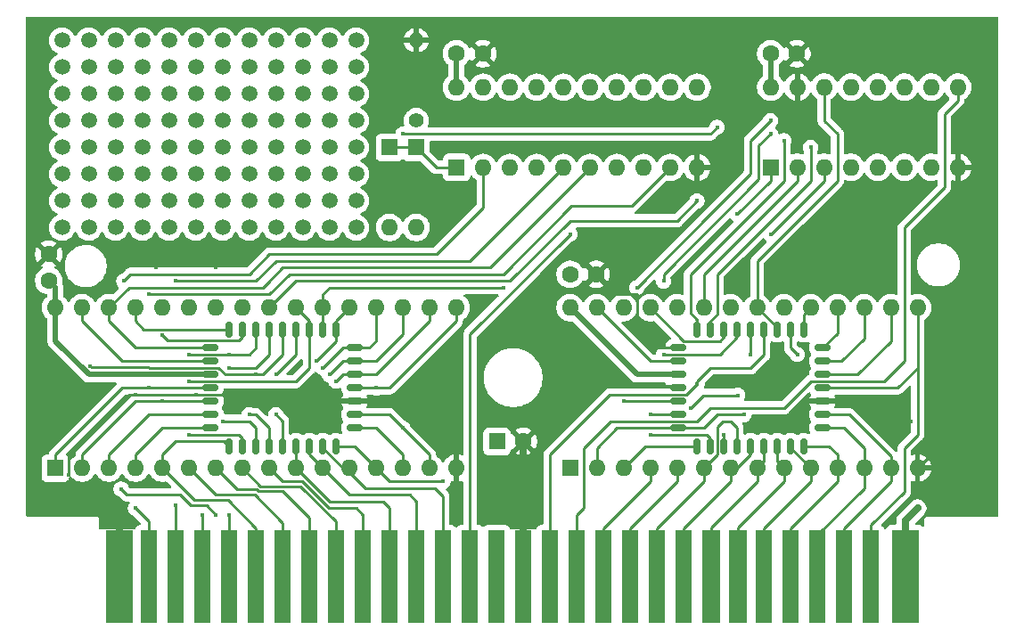
<source format=gbr>
%TF.GenerationSoftware,KiCad,Pcbnew,9.0.0*%
%TF.CreationDate,2025-05-09T14:52:41+01:00*%
%TF.ProjectId,v0b,7630622e-6b69-4636-9164-5f7063625858,rev?*%
%TF.SameCoordinates,Original*%
%TF.FileFunction,Copper,L1,Top*%
%TF.FilePolarity,Positive*%
%FSLAX46Y46*%
G04 Gerber Fmt 4.6, Leading zero omitted, Abs format (unit mm)*
G04 Created by KiCad (PCBNEW 9.0.0) date 2025-05-09 14:52:41*
%MOMM*%
%LPD*%
G01*
G04 APERTURE LIST*
G04 Aperture macros list*
%AMRoundRect*
0 Rectangle with rounded corners*
0 $1 Rounding radius*
0 $2 $3 $4 $5 $6 $7 $8 $9 X,Y pos of 4 corners*
0 Add a 4 corners polygon primitive as box body*
4,1,4,$2,$3,$4,$5,$6,$7,$8,$9,$2,$3,0*
0 Add four circle primitives for the rounded corners*
1,1,$1+$1,$2,$3*
1,1,$1+$1,$4,$5*
1,1,$1+$1,$6,$7*
1,1,$1+$1,$8,$9*
0 Add four rect primitives between the rounded corners*
20,1,$1+$1,$2,$3,$4,$5,0*
20,1,$1+$1,$4,$5,$6,$7,0*
20,1,$1+$1,$6,$7,$8,$9,0*
20,1,$1+$1,$8,$9,$2,$3,0*%
G04 Aperture macros list end*
%TA.AperFunction,SMDPad,CuDef*%
%ADD10R,2.611000X8.800000*%
%TD*%
%TA.AperFunction,SMDPad,CuDef*%
%ADD11R,1.600000X8.800000*%
%TD*%
%TA.AperFunction,SMDPad,CuDef*%
%ADD12R,1.640000X8.800000*%
%TD*%
%TA.AperFunction,SMDPad,CuDef*%
%ADD13R,1.720000X8.800000*%
%TD*%
%TA.AperFunction,SMDPad,CuDef*%
%ADD14R,1.760000X8.800000*%
%TD*%
%TA.AperFunction,SMDPad,CuDef*%
%ADD15R,1.580000X8.800000*%
%TD*%
%TA.AperFunction,SMDPad,CuDef*%
%ADD16R,1.620000X8.800000*%
%TD*%
%TA.AperFunction,SMDPad,CuDef*%
%ADD17R,1.560000X8.800000*%
%TD*%
%TA.AperFunction,SMDPad,CuDef*%
%ADD18R,2.600000X8.800000*%
%TD*%
%TA.AperFunction,ComponentPad*%
%ADD19C,1.500000*%
%TD*%
%TA.AperFunction,ComponentPad*%
%ADD20R,1.600000X1.600000*%
%TD*%
%TA.AperFunction,ComponentPad*%
%ADD21O,1.600000X1.600000*%
%TD*%
%TA.AperFunction,ComponentPad*%
%ADD22C,1.600000*%
%TD*%
%TA.AperFunction,SMDPad,CuDef*%
%ADD23RoundRect,0.150000X0.587500X-0.150000X0.587500X0.150000X-0.587500X0.150000X-0.587500X-0.150000X0*%
%TD*%
%TA.AperFunction,SMDPad,CuDef*%
%ADD24RoundRect,0.150000X0.150000X-0.587500X0.150000X0.587500X-0.150000X0.587500X-0.150000X-0.587500X0*%
%TD*%
%TA.AperFunction,ComponentPad*%
%ADD25C,1.400000*%
%TD*%
%TA.AperFunction,ComponentPad*%
%ADD26O,1.400000X1.400000*%
%TD*%
%TA.AperFunction,ViaPad*%
%ADD27C,0.450000*%
%TD*%
%TA.AperFunction,Conductor*%
%ADD28C,0.700000*%
%TD*%
%TA.AperFunction,Conductor*%
%ADD29C,0.250000*%
%TD*%
%TA.AperFunction,Conductor*%
%ADD30C,0.500000*%
%TD*%
G04 APERTURE END LIST*
D10*
%TO.P,H1,30,VCC*%
%TO.N,VCC*%
X113120500Y-86500000D03*
D11*
%TO.P,H1,29,pD3*%
%TO.N,/pD3*%
X109855000Y-86500000D03*
%TO.P,H1,28,pD2*%
%TO.N,/pD2*%
X107315000Y-86500000D03*
%TO.P,H1,27,pD1*%
%TO.N,/pD1*%
X104775000Y-86500000D03*
D12*
%TO.P,H1,26,pD0*%
%TO.N,/pD0*%
X102255000Y-86500000D03*
D11*
%TO.P,H1,25,pA0*%
%TO.N,/pA0*%
X99695000Y-86500000D03*
D13*
%TO.P,H1,24,pA1*%
%TO.N,/pA1*%
X97215000Y-86500000D03*
D14*
%TO.P,H1,23,pA2*%
%TO.N,/pA2*%
X94695000Y-86500000D03*
D11*
%TO.P,H1,22,pA3*%
%TO.N,/pA3*%
X92075000Y-86500000D03*
%TO.P,H1,21,pA4*%
%TO.N,/pA4*%
X89535000Y-86500000D03*
D15*
%TO.P,H1,20,pA5*%
%TO.N,/pA5*%
X86985000Y-86500000D03*
D11*
%TO.P,H1,19,pA6*%
%TO.N,/pA6*%
X84455000Y-86500000D03*
%TO.P,H1,18,vramA10*%
%TO.N,/ciA10*%
X81915000Y-86500000D03*
%TO.P,H1,17,p~{RD}*%
%TO.N,/~{pRD}*%
X79375000Y-86500000D03*
%TO.P,H1,16,GND*%
%TO.N,GND*%
X76835000Y-86500000D03*
%TO.P,H1,15,~{IRQ}*%
%TO.N,unconnected-(H1-~{IRQ}-Pad15)*%
X74295000Y-86500000D03*
D16*
%TO.P,H1,14,cR~{W}*%
%TO.N,/R~{W}*%
X71765000Y-86500000D03*
D17*
%TO.P,H1,13,cA0*%
%TO.N,/cA0*%
X69195000Y-86500000D03*
D11*
%TO.P,H1,12,cA1*%
%TO.N,/cA1*%
X66675000Y-86500000D03*
%TO.P,H1,11,cA2*%
%TO.N,/cA2*%
X64135000Y-86500000D03*
%TO.P,H1,10,cA3*%
%TO.N,/cA3*%
X61595000Y-86500000D03*
%TO.P,H1,9,cA4*%
%TO.N,/cA4*%
X59055000Y-86500000D03*
%TO.P,H1,8,cA5*%
%TO.N,/cA5*%
X56515000Y-86500000D03*
%TO.P,H1,7,cA6*%
%TO.N,/cA6*%
X53975000Y-86500000D03*
%TO.P,H1,6,cA7*%
%TO.N,/cA7*%
X51435000Y-86500000D03*
%TO.P,H1,5,cA8*%
%TO.N,/cA8*%
X48895000Y-86500000D03*
D16*
%TO.P,H1,4,cA9*%
%TO.N,/cA9*%
X46365000Y-86500000D03*
D11*
%TO.P,H1,3,cA10*%
%TO.N,/cA10*%
X43815000Y-86500000D03*
%TO.P,H1,2,cA11*%
%TO.N,/cA11*%
X41275000Y-86500000D03*
D18*
%TO.P,H1,1,GND*%
%TO.N,GND*%
X38445000Y-86500000D03*
%TD*%
D19*
%TO.P,TP96,1,1*%
%TO.N,unconnected-(TP96-Pad1)*%
X60960000Y-38100000D03*
%TD*%
%TO.P,TP95,1,1*%
%TO.N,unconnected-(TP95-Pad1)*%
X60960000Y-40640000D03*
%TD*%
%TO.P,TP94,1,1*%
%TO.N,unconnected-(TP94-Pad1)*%
X60960000Y-43180000D03*
%TD*%
%TO.P,TP93,1,1*%
%TO.N,unconnected-(TP93-Pad1)*%
X60960000Y-48260000D03*
%TD*%
%TO.P,TP92,1,1*%
%TO.N,unconnected-(TP92-Pad1)*%
X60960000Y-45720000D03*
%TD*%
%TO.P,TP91,1,1*%
%TO.N,unconnected-(TP91-Pad1)*%
X60960000Y-50800000D03*
%TD*%
%TO.P,TP90,1,1*%
%TO.N,unconnected-(TP90-Pad1)*%
X60960000Y-53340000D03*
%TD*%
%TO.P,TP89,1,1*%
%TO.N,unconnected-(TP89-Pad1)*%
X60960000Y-35560000D03*
%TD*%
%TO.P,TP88,1,1*%
%TO.N,unconnected-(TP88-Pad1)*%
X58420000Y-48260000D03*
%TD*%
%TO.P,TP87,1,1*%
%TO.N,unconnected-(TP87-Pad1)*%
X58420000Y-53340000D03*
%TD*%
%TO.P,TP86,1,1*%
%TO.N,unconnected-(TP86-Pad1)*%
X58420000Y-45720000D03*
%TD*%
%TO.P,TP85,1,1*%
%TO.N,unconnected-(TP85-Pad1)*%
X58420000Y-50800000D03*
%TD*%
%TO.P,TP84,1,1*%
%TO.N,unconnected-(TP84-Pad1)*%
X58420000Y-40640000D03*
%TD*%
%TO.P,TP83,1,1*%
%TO.N,unconnected-(TP83-Pad1)*%
X58420000Y-43180000D03*
%TD*%
%TO.P,TP82,1,1*%
%TO.N,unconnected-(TP82-Pad1)*%
X58420000Y-38100000D03*
%TD*%
%TO.P,TP81,1,1*%
%TO.N,unconnected-(TP81-Pad1)*%
X58420000Y-35560000D03*
%TD*%
%TO.P,TP80,1,1*%
%TO.N,unconnected-(TP80-Pad1)*%
X55880000Y-53340000D03*
%TD*%
%TO.P,TP79,1,1*%
%TO.N,unconnected-(TP79-Pad1)*%
X55880000Y-50800000D03*
%TD*%
%TO.P,TP78,1,1*%
%TO.N,unconnected-(TP78-Pad1)*%
X55880000Y-48260000D03*
%TD*%
%TO.P,TP77,1,1*%
%TO.N,unconnected-(TP77-Pad1)*%
X55880000Y-45720000D03*
%TD*%
%TO.P,TP76,1,1*%
%TO.N,unconnected-(TP76-Pad1)*%
X55880000Y-43180000D03*
%TD*%
%TO.P,TP75,1,1*%
%TO.N,unconnected-(TP75-Pad1)*%
X55880000Y-40640000D03*
%TD*%
%TO.P,TP74,1,1*%
%TO.N,unconnected-(TP74-Pad1)*%
X55880000Y-38100000D03*
%TD*%
%TO.P,TP73,1,1*%
%TO.N,unconnected-(TP73-Pad1)*%
X55880000Y-35560000D03*
%TD*%
%TO.P,TP72,1,1*%
%TO.N,unconnected-(TP72-Pad1)*%
X53340000Y-53340000D03*
%TD*%
%TO.P,TP71,1,1*%
%TO.N,unconnected-(TP71-Pad1)*%
X53340000Y-50800000D03*
%TD*%
%TO.P,TP70,1,1*%
%TO.N,unconnected-(TP70-Pad1)*%
X53340000Y-48260000D03*
%TD*%
%TO.P,TP69,1,1*%
%TO.N,unconnected-(TP69-Pad1)*%
X53340000Y-45720000D03*
%TD*%
%TO.P,TP68,1,1*%
%TO.N,unconnected-(TP68-Pad1)*%
X53340000Y-43180000D03*
%TD*%
%TO.P,TP67,1,1*%
%TO.N,unconnected-(TP67-Pad1)*%
X53340000Y-40640000D03*
%TD*%
%TO.P,TP66,1,1*%
%TO.N,unconnected-(TP66-Pad1)*%
X53340000Y-38100000D03*
%TD*%
%TO.P,TP65,1,1*%
%TO.N,unconnected-(TP65-Pad1)*%
X53340000Y-35560000D03*
%TD*%
%TO.P,TP64,1,1*%
%TO.N,unconnected-(TP64-Pad1)*%
X50800000Y-53340000D03*
%TD*%
%TO.P,TP63,1,1*%
%TO.N,unconnected-(TP63-Pad1)*%
X50800000Y-50800000D03*
%TD*%
%TO.P,TP62,1,1*%
%TO.N,unconnected-(TP62-Pad1)*%
X50800000Y-48260000D03*
%TD*%
%TO.P,TP61,1,1*%
%TO.N,unconnected-(TP61-Pad1)*%
X50800000Y-45720000D03*
%TD*%
%TO.P,TP60,1,1*%
%TO.N,unconnected-(TP60-Pad1)*%
X50800000Y-43180000D03*
%TD*%
%TO.P,TP59,1,1*%
%TO.N,unconnected-(TP59-Pad1)*%
X50800000Y-40640000D03*
%TD*%
%TO.P,TP58,1,1*%
%TO.N,unconnected-(TP58-Pad1)*%
X50800000Y-38100000D03*
%TD*%
%TO.P,TP57,1,1*%
%TO.N,unconnected-(TP57-Pad1)*%
X50800000Y-35560000D03*
%TD*%
%TO.P,TP56,1,1*%
%TO.N,unconnected-(TP56-Pad1)*%
X48260000Y-53340000D03*
%TD*%
%TO.P,TP55,1,1*%
%TO.N,unconnected-(TP55-Pad1)*%
X48260000Y-50800000D03*
%TD*%
%TO.P,TP54,1,1*%
%TO.N,unconnected-(TP54-Pad1)*%
X48260000Y-48260000D03*
%TD*%
%TO.P,TP53,1,1*%
%TO.N,unconnected-(TP53-Pad1)*%
X48260000Y-45720000D03*
%TD*%
%TO.P,TP52,1,1*%
%TO.N,unconnected-(TP52-Pad1)*%
X48260000Y-43180000D03*
%TD*%
%TO.P,TP51,1,1*%
%TO.N,unconnected-(TP51-Pad1)*%
X48260000Y-40640000D03*
%TD*%
%TO.P,TP50,1,1*%
%TO.N,unconnected-(TP50-Pad1)*%
X48260000Y-38100000D03*
%TD*%
%TO.P,TP49,1,1*%
%TO.N,unconnected-(TP49-Pad1)*%
X48260000Y-35560000D03*
%TD*%
%TO.P,TP48,1,1*%
%TO.N,unconnected-(TP48-Pad1)*%
X45720000Y-53340000D03*
%TD*%
%TO.P,TP47,1,1*%
%TO.N,unconnected-(TP47-Pad1)*%
X45720000Y-50800000D03*
%TD*%
%TO.P,TP46,1,1*%
%TO.N,unconnected-(TP46-Pad1)*%
X45720000Y-48260000D03*
%TD*%
%TO.P,TP45,1,1*%
%TO.N,unconnected-(TP45-Pad1)*%
X45720000Y-45720000D03*
%TD*%
%TO.P,TP44,1,1*%
%TO.N,unconnected-(TP44-Pad1)*%
X45720000Y-43180000D03*
%TD*%
%TO.P,TP43,1,1*%
%TO.N,unconnected-(TP43-Pad1)*%
X45720000Y-40640000D03*
%TD*%
%TO.P,TP42,1,1*%
%TO.N,unconnected-(TP42-Pad1)*%
X45720000Y-38100000D03*
%TD*%
%TO.P,TP41,1,1*%
%TO.N,unconnected-(TP41-Pad1)*%
X45720000Y-35560000D03*
%TD*%
%TO.P,TP40,1,1*%
%TO.N,unconnected-(TP40-Pad1)*%
X43180000Y-53340000D03*
%TD*%
%TO.P,TP39,1,1*%
%TO.N,unconnected-(TP39-Pad1)*%
X43180000Y-50800000D03*
%TD*%
%TO.P,TP38,1,1*%
%TO.N,unconnected-(TP38-Pad1)*%
X43180000Y-48260000D03*
%TD*%
%TO.P,TP37,1,1*%
%TO.N,unconnected-(TP37-Pad1)*%
X43180000Y-45720000D03*
%TD*%
%TO.P,TP36,1,1*%
%TO.N,unconnected-(TP36-Pad1)*%
X43180000Y-43180000D03*
%TD*%
%TO.P,TP35,1,1*%
%TO.N,unconnected-(TP35-Pad1)*%
X43180000Y-40640000D03*
%TD*%
%TO.P,TP34,1,1*%
%TO.N,unconnected-(TP34-Pad1)*%
X43180000Y-38100000D03*
%TD*%
%TO.P,TP33,1,1*%
%TO.N,unconnected-(TP33-Pad1)*%
X43180000Y-35560000D03*
%TD*%
%TO.P,TP32,1,1*%
%TO.N,unconnected-(TP32-Pad1)*%
X40640000Y-53340000D03*
%TD*%
%TO.P,TP31,1,1*%
%TO.N,unconnected-(TP31-Pad1)*%
X40640000Y-50800000D03*
%TD*%
%TO.P,TP30,1,1*%
%TO.N,unconnected-(TP30-Pad1)*%
X40640000Y-48260000D03*
%TD*%
%TO.P,TP29,1,1*%
%TO.N,unconnected-(TP29-Pad1)*%
X40640000Y-45720000D03*
%TD*%
%TO.P,TP28,1,1*%
%TO.N,unconnected-(TP28-Pad1)*%
X40640000Y-43180000D03*
%TD*%
%TO.P,TP27,1,1*%
%TO.N,unconnected-(TP27-Pad1)*%
X40640000Y-40640000D03*
%TD*%
%TO.P,TP26,1,1*%
%TO.N,unconnected-(TP26-Pad1)*%
X40640000Y-38100000D03*
%TD*%
%TO.P,TP25,1,1*%
%TO.N,unconnected-(TP25-Pad1)*%
X40640000Y-35560000D03*
%TD*%
%TO.P,TP24,1,1*%
%TO.N,unconnected-(TP24-Pad1)*%
X38100000Y-53340000D03*
%TD*%
%TO.P,TP23,1,1*%
%TO.N,unconnected-(TP23-Pad1)*%
X38100000Y-50800000D03*
%TD*%
%TO.P,TP22,1,1*%
%TO.N,unconnected-(TP22-Pad1)*%
X38100000Y-48260000D03*
%TD*%
%TO.P,TP21,1,1*%
%TO.N,unconnected-(TP21-Pad1)*%
X38100000Y-45720000D03*
%TD*%
%TO.P,TP20,1,1*%
%TO.N,unconnected-(TP20-Pad1)*%
X38100000Y-43180000D03*
%TD*%
%TO.P,TP19,1,1*%
%TO.N,unconnected-(TP19-Pad1)*%
X38100000Y-40640000D03*
%TD*%
%TO.P,TP18,1,1*%
%TO.N,unconnected-(TP18-Pad1)*%
X38100000Y-38100000D03*
%TD*%
%TO.P,TP17,1,1*%
%TO.N,unconnected-(TP17-Pad1)*%
X38100000Y-35560000D03*
%TD*%
%TO.P,TP16,1,1*%
%TO.N,unconnected-(TP16-Pad1)*%
X35560000Y-53340000D03*
%TD*%
%TO.P,TP15,1,1*%
%TO.N,unconnected-(TP15-Pad1)*%
X35560000Y-50800000D03*
%TD*%
%TO.P,TP14,1,1*%
%TO.N,unconnected-(TP14-Pad1)*%
X35560000Y-48260000D03*
%TD*%
%TO.P,TP13,1,1*%
%TO.N,unconnected-(TP13-Pad1)*%
X35560000Y-45720000D03*
%TD*%
%TO.P,TP12,1,1*%
%TO.N,unconnected-(TP12-Pad1)*%
X35560000Y-43180000D03*
%TD*%
%TO.P,TP11,1,1*%
%TO.N,unconnected-(TP11-Pad1)*%
X35560000Y-40640000D03*
%TD*%
%TO.P,TP10,1,1*%
%TO.N,unconnected-(TP10-Pad1)*%
X35560000Y-38100000D03*
%TD*%
%TO.P,TP9,1,1*%
%TO.N,unconnected-(TP9-Pad1)*%
X35560000Y-35560000D03*
%TD*%
%TO.P,TP8,1,1*%
%TO.N,unconnected-(TP8-Pad1)*%
X33020000Y-50800000D03*
%TD*%
%TO.P,TP7,1,1*%
%TO.N,unconnected-(TP7-Pad1)*%
X33020000Y-45720000D03*
%TD*%
%TO.P,TP6,1,1*%
%TO.N,unconnected-(TP6-Pad1)*%
X33020000Y-53340000D03*
%TD*%
%TO.P,TP5,1,1*%
%TO.N,unconnected-(TP5-Pad1)*%
X33020000Y-35560000D03*
%TD*%
%TO.P,TP4,1,1*%
%TO.N,unconnected-(TP4-Pad1)*%
X33020000Y-48260000D03*
%TD*%
%TO.P,TP3,1,1*%
%TO.N,unconnected-(TP3-Pad1)*%
X33020000Y-43180000D03*
%TD*%
%TO.P,TP2,1,1*%
%TO.N,unconnected-(TP2-Pad1)*%
X33020000Y-40640000D03*
%TD*%
%TO.P,TP1,1,1*%
%TO.N,unconnected-(TP1-Pad1)*%
X33020000Y-38100000D03*
%TD*%
D20*
%TO.P,U1,1,~{E}*%
%TO.N,Net-(D1-K)*%
X70500000Y-47625000D03*
D21*
%TO.P,U1,2,Q0*%
%TO.N,/bank0*%
X73040000Y-47625000D03*
%TO.P,U1,3,D0*%
%TO.N,/cD0*%
X75580000Y-47625000D03*
%TO.P,U1,4,D1*%
%TO.N,/cD1*%
X78120000Y-47625000D03*
%TO.P,U1,5,Q1*%
%TO.N,/bank1*%
X80660000Y-47625000D03*
%TO.P,U1,6,Q2*%
%TO.N,/bank2*%
X83200000Y-47625000D03*
%TO.P,U1,7,D2*%
%TO.N,/cD2*%
X85740000Y-47625000D03*
%TO.P,U1,8,D3*%
%TO.N,/cD3*%
X88280000Y-47625000D03*
%TO.P,U1,9,Q3*%
%TO.N,/bank3*%
X90820000Y-47625000D03*
%TO.P,U1,10,GND*%
%TO.N,GND*%
X93360000Y-47625000D03*
%TO.P,U1,11,CP*%
%TO.N,/~{ROMSEL}*%
X93360000Y-40005000D03*
%TO.P,U1,12,Q4*%
%TO.N,/mirrorA*%
X90820000Y-40005000D03*
%TO.P,U1,13,D4*%
%TO.N,/cD4*%
X88280000Y-40005000D03*
%TO.P,U1,14,D5*%
%TO.N,/cD5*%
X85740000Y-40005000D03*
%TO.P,U1,15,Q5*%
%TO.N,/mirrorB*%
X83200000Y-40005000D03*
%TO.P,U1,16,Q6*%
%TO.N,/mirrorC*%
X80660000Y-40005000D03*
%TO.P,U1,17,D6*%
%TO.N,/cD6*%
X78120000Y-40005000D03*
%TO.P,U1,18,D7*%
%TO.N,/cD7*%
X75580000Y-40005000D03*
%TO.P,U1,19,Q7*%
%TO.N,/mirrorD*%
X73040000Y-40005000D03*
%TO.P,U1,20,VCC*%
%TO.N,VCC*%
X70500000Y-40005000D03*
%TD*%
D20*
%TO.P,D1,1,K*%
%TO.N,Net-(D1-K)*%
X66675000Y-45720000D03*
D21*
%TO.P,D1,2,A*%
%TO.N,/cA14*%
X66675000Y-53340000D03*
%TD*%
D22*
%TO.P,C2,1*%
%TO.N,GND*%
X31750000Y-55880000D03*
%TO.P,C2,2*%
%TO.N,VCC*%
X31750000Y-58380000D03*
%TD*%
D23*
%TO.P,U6,1,A18*%
%TO.N,GND*%
X91587500Y-68580000D03*
%TO.P,U6,2,A16*%
%TO.N,/mirrorD*%
X91587500Y-69850000D03*
%TO.P,U6,3,A15*%
%TO.N,/mirrorC*%
X91587500Y-71120000D03*
%TO.P,U6,4,A12*%
%TO.N,/pA12*%
X91587500Y-72390000D03*
D24*
%TO.P,U6,5,A7*%
%TO.N,/pA7*%
X93345000Y-74142500D03*
%TO.P,U6,6,A6*%
%TO.N,/pA6*%
X94615000Y-74142500D03*
%TO.P,U6,7,A5*%
%TO.N,/pA5*%
X95885000Y-74142500D03*
%TO.P,U6,8,A4*%
%TO.N,/pA4*%
X97155000Y-74142500D03*
%TO.P,U6,9,A3*%
%TO.N,/pA3*%
X98425000Y-74142500D03*
%TO.P,U6,10,A2*%
%TO.N,/pA2*%
X99695000Y-74142500D03*
%TO.P,U6,11,A1*%
%TO.N,/pA1*%
X100965000Y-74142500D03*
%TO.P,U6,12,A0*%
%TO.N,/pA0*%
X102235000Y-74142500D03*
%TO.P,U6,13,D0*%
%TO.N,/pD0*%
X103505000Y-74142500D03*
D23*
%TO.P,U6,14,D1*%
%TO.N,/pD1*%
X105262500Y-72390000D03*
%TO.P,U6,15,D2*%
%TO.N,/pD2*%
X105262500Y-71120000D03*
%TO.P,U6,16,GND*%
%TO.N,GND*%
X105262500Y-69850000D03*
%TO.P,U6,17,D3*%
%TO.N,/pD3*%
X105262500Y-68580000D03*
%TO.P,U6,18,D4*%
%TO.N,/pD4*%
X105262500Y-67310000D03*
%TO.P,U6,19,D5*%
%TO.N,/pD5*%
X105262500Y-66040000D03*
%TO.P,U6,20,D6*%
%TO.N,/pD6*%
X105262500Y-64770000D03*
D24*
%TO.P,U6,21,D7*%
%TO.N,/pD7*%
X103505000Y-63017500D03*
%TO.P,U6,22,CE*%
%TO.N,/pA13*%
X102235000Y-63017500D03*
%TO.P,U6,23,A10*%
%TO.N,/pA10*%
X100965000Y-63017500D03*
%TO.P,U6,24,OE*%
%TO.N,/~{pRD}*%
X99695000Y-63017500D03*
%TO.P,U6,25,A11*%
%TO.N,/pA11*%
X98425000Y-63017500D03*
%TO.P,U6,26,A9*%
%TO.N,/pA9*%
X97155000Y-63017500D03*
%TO.P,U6,27,A8*%
%TO.N,/pA8*%
X95885000Y-63017500D03*
%TO.P,U6,28,A13*%
%TO.N,/mirrorA*%
X94615000Y-63017500D03*
%TO.P,U6,29,A14*%
%TO.N,/mirrorB*%
X93345000Y-63017500D03*
D23*
%TO.P,U6,30,A17*%
%TO.N,GND*%
X91587500Y-64770000D03*
%TO.P,U6,31,PGM*%
%TO.N,/~{pWR}*%
X91587500Y-66040000D03*
%TO.P,U6,32,VCC*%
%TO.N,VCC*%
X91587500Y-67310000D03*
%TD*%
D22*
%TO.P,C1,1*%
%TO.N,GND*%
X73000000Y-36830000D03*
%TO.P,C1,2*%
%TO.N,VCC*%
X70500000Y-36830000D03*
%TD*%
D20*
%TO.P,D2,1,K*%
%TO.N,Net-(D1-K)*%
X64135000Y-45720000D03*
D21*
%TO.P,D2,2,A*%
%TO.N,/R~{W}*%
X64135000Y-53340000D03*
%TD*%
D22*
%TO.P,C4,1*%
%TO.N,GND*%
X102845000Y-36830000D03*
%TO.P,C4,2*%
%TO.N,VCC*%
X100345000Y-36830000D03*
%TD*%
%TO.P,C3,1*%
%TO.N,GND*%
X83780000Y-57785000D03*
%TO.P,C3,2*%
%TO.N,VCC*%
X81280000Y-57785000D03*
%TD*%
D20*
%TO.P,C5,1*%
%TO.N,VCC*%
X74359888Y-73660000D03*
D22*
%TO.P,C5,2*%
%TO.N,GND*%
X76859888Y-73660000D03*
%TD*%
D25*
%TO.P,R1,1*%
%TO.N,Net-(D1-K)*%
X66675000Y-43180000D03*
D26*
%TO.P,R1,2*%
%TO.N,GND*%
X66675000Y-35560000D03*
%TD*%
D20*
%TO.P,U2,1,Ea*%
%TO.N,/R~{W}*%
X100345000Y-47615000D03*
D21*
%TO.P,U2,2,S1*%
%TO.N,/pA11*%
X102885000Y-47615000D03*
%TO.P,U2,3,I3a*%
%TO.N,VCC*%
X105425000Y-47615000D03*
%TO.P,U2,4,I2a*%
X107965000Y-47615000D03*
%TO.P,U2,5,I1a*%
X110505000Y-47615000D03*
%TO.P,U2,6,I0a*%
X113045000Y-47615000D03*
%TO.P,U2,7,Za*%
%TO.N,/~{prgOE}*%
X115585000Y-47615000D03*
%TO.P,U2,8,GND*%
%TO.N,GND*%
X118125000Y-47615000D03*
%TO.P,U2,9,Zb*%
%TO.N,/ciA10*%
X118125000Y-39995000D03*
%TO.P,U2,10,I0b*%
%TO.N,Net-(JP1-B)*%
X115585000Y-39995000D03*
%TO.P,U2,11,I1b*%
%TO.N,Net-(JP2-B)*%
X113045000Y-39995000D03*
%TO.P,U2,12,I2b*%
%TO.N,Net-(JP3-B)*%
X110505000Y-39995000D03*
%TO.P,U2,13,I3b*%
%TO.N,Net-(JP4-B)*%
X107965000Y-39995000D03*
%TO.P,U2,14,S0*%
%TO.N,/pA10*%
X105425000Y-39995000D03*
%TO.P,U2,15,Eb*%
%TO.N,GND*%
X102885000Y-39995000D03*
%TO.P,U2,16,VCC*%
%TO.N,VCC*%
X100345000Y-39995000D03*
%TD*%
D20*
%TO.P,U4,1,A14*%
%TO.N,Net-(JP6-B)*%
X81280000Y-76200000D03*
D21*
%TO.P,U4,2,A12*%
%TO.N,/pA12*%
X83820000Y-76200000D03*
%TO.P,U4,3,A7*%
%TO.N,/pA7*%
X86360000Y-76200000D03*
%TO.P,U4,4,A6*%
%TO.N,/pA6*%
X88900000Y-76200000D03*
%TO.P,U4,5,A5*%
%TO.N,/pA5*%
X91440000Y-76200000D03*
%TO.P,U4,6,A4*%
%TO.N,/pA4*%
X93980000Y-76200000D03*
%TO.P,U4,7,A3*%
%TO.N,/pA3*%
X96520000Y-76200000D03*
%TO.P,U4,8,A2*%
%TO.N,/pA2*%
X99060000Y-76200000D03*
%TO.P,U4,9,A1*%
%TO.N,/pA1*%
X101600000Y-76200000D03*
%TO.P,U4,10,A0*%
%TO.N,/pA0*%
X104140000Y-76200000D03*
%TO.P,U4,11,Q0*%
%TO.N,/pD0*%
X106680000Y-76200000D03*
%TO.P,U4,12,Q1*%
%TO.N,/pD1*%
X109220000Y-76200000D03*
%TO.P,U4,13,Q2*%
%TO.N,/pD2*%
X111760000Y-76200000D03*
%TO.P,U4,14,GND*%
%TO.N,GND*%
X114300000Y-76200000D03*
%TO.P,U4,15,Q3*%
%TO.N,/pD3*%
X114300000Y-60960000D03*
%TO.P,U4,16,Q4*%
%TO.N,/pD4*%
X111760000Y-60960000D03*
%TO.P,U4,17,Q5*%
%TO.N,/pD5*%
X109220000Y-60960000D03*
%TO.P,U4,18,Q6*%
%TO.N,/pD6*%
X106680000Y-60960000D03*
%TO.P,U4,19,Q7*%
%TO.N,/pD7*%
X104140000Y-60960000D03*
%TO.P,U4,20,~{CS}*%
%TO.N,Net-(JP7-A)*%
X101600000Y-60960000D03*
%TO.P,U4,21,A10*%
%TO.N,/pA10*%
X99060000Y-60960000D03*
%TO.P,U4,22,~{OE}*%
%TO.N,/~{pRD}*%
X96520000Y-60960000D03*
%TO.P,U4,23,A11*%
%TO.N,/pA11*%
X93980000Y-60960000D03*
%TO.P,U4,24,A9*%
%TO.N,/pA9*%
X91440000Y-60960000D03*
%TO.P,U4,25,A8*%
%TO.N,/pA8*%
X88900000Y-60960000D03*
%TO.P,U4,26,A13*%
%TO.N,Net-(JP5-B)*%
X86360000Y-60960000D03*
%TO.P,U4,27,~{WE}*%
%TO.N,/~{pWR}*%
X83820000Y-60960000D03*
%TO.P,U4,28,VCC*%
%TO.N,VCC*%
X81280000Y-60960000D03*
%TD*%
D23*
%TO.P,U3,1,A18*%
%TO.N,/bank3*%
X47137500Y-68580000D03*
%TO.P,U3,2,A16*%
%TO.N,/bank1*%
X47137500Y-69850000D03*
%TO.P,U3,3,A15*%
%TO.N,/bank0*%
X47137500Y-71120000D03*
%TO.P,U3,4,A12*%
%TO.N,/cA12*%
X47137500Y-72390000D03*
D24*
%TO.P,U3,5,A7*%
%TO.N,/cA7*%
X48895000Y-74142500D03*
%TO.P,U3,6,A6*%
%TO.N,/cA6*%
X50165000Y-74142500D03*
%TO.P,U3,7,A5*%
%TO.N,/cA5*%
X51435000Y-74142500D03*
%TO.P,U3,8,A4*%
%TO.N,/cA4*%
X52705000Y-74142500D03*
%TO.P,U3,9,A3*%
%TO.N,/cA3*%
X53975000Y-74142500D03*
%TO.P,U3,10,A2*%
%TO.N,/cA2*%
X55245000Y-74142500D03*
%TO.P,U3,11,A1*%
%TO.N,/cA1*%
X56515000Y-74142500D03*
%TO.P,U3,12,A0*%
%TO.N,/cA0*%
X57785000Y-74142500D03*
%TO.P,U3,13,D0*%
%TO.N,/cD0*%
X59055000Y-74142500D03*
D23*
%TO.P,U3,14,D1*%
%TO.N,/cD1*%
X60812500Y-72390000D03*
%TO.P,U3,15,D2*%
%TO.N,/cD2*%
X60812500Y-71120000D03*
%TO.P,U3,16,GND*%
%TO.N,GND*%
X60812500Y-69850000D03*
%TO.P,U3,17,D3*%
%TO.N,/cD3*%
X60812500Y-68580000D03*
%TO.P,U3,18,D4*%
%TO.N,/cD4*%
X60812500Y-67310000D03*
%TO.P,U3,19,D5*%
%TO.N,/cD5*%
X60812500Y-66040000D03*
%TO.P,U3,20,D6*%
%TO.N,/cD6*%
X60812500Y-64770000D03*
D24*
%TO.P,U3,21,D7*%
%TO.N,/cD7*%
X59055000Y-63017500D03*
%TO.P,U3,22,CE*%
%TO.N,/~{ROMSEL}*%
X57785000Y-63017500D03*
%TO.P,U3,23,A10*%
%TO.N,/cA10*%
X56515000Y-63017500D03*
%TO.P,U3,24,OE*%
%TO.N,/~{prgOE}*%
X55245000Y-63017500D03*
%TO.P,U3,25,A11*%
%TO.N,/cA11*%
X53975000Y-63017500D03*
%TO.P,U3,26,A9*%
%TO.N,/cA9*%
X52705000Y-63017500D03*
%TO.P,U3,27,A8*%
%TO.N,/cA8*%
X51435000Y-63017500D03*
%TO.P,U3,28,A13*%
%TO.N,/cA13*%
X50165000Y-63017500D03*
%TO.P,U3,29,A14*%
%TO.N,/cA14*%
X48895000Y-63017500D03*
D23*
%TO.P,U3,30,A17*%
%TO.N,/bank2*%
X47137500Y-64770000D03*
%TO.P,U3,31,PGM*%
%TO.N,/R~{W}*%
X47137500Y-66040000D03*
%TO.P,U3,32,VCC*%
%TO.N,VCC*%
X47137500Y-67310000D03*
%TD*%
D20*
%TO.P,U5,1,A18*%
%TO.N,/bank3*%
X32385000Y-76200000D03*
D21*
%TO.P,U5,2,A16*%
%TO.N,/bank1*%
X34925000Y-76200000D03*
%TO.P,U5,3,A15*%
%TO.N,/bank0*%
X37465000Y-76200000D03*
%TO.P,U5,4,A12*%
%TO.N,/cA12*%
X40005000Y-76200000D03*
%TO.P,U5,5,A7*%
%TO.N,/cA7*%
X42545000Y-76200000D03*
%TO.P,U5,6,A6*%
%TO.N,/cA6*%
X45085000Y-76200000D03*
%TO.P,U5,7,A5*%
%TO.N,/cA5*%
X47625000Y-76200000D03*
%TO.P,U5,8,A4*%
%TO.N,/cA4*%
X50165000Y-76200000D03*
%TO.P,U5,9,A3*%
%TO.N,/cA3*%
X52705000Y-76200000D03*
%TO.P,U5,10,A2*%
%TO.N,/cA2*%
X55245000Y-76200000D03*
%TO.P,U5,11,A1*%
%TO.N,/cA1*%
X57785000Y-76200000D03*
%TO.P,U5,12,A0*%
%TO.N,/cA0*%
X60325000Y-76200000D03*
%TO.P,U5,13,D0*%
%TO.N,/cD0*%
X62865000Y-76200000D03*
%TO.P,U5,14,D1*%
%TO.N,/cD1*%
X65405000Y-76200000D03*
%TO.P,U5,15,D2*%
%TO.N,/cD2*%
X67945000Y-76200000D03*
%TO.P,U5,16,GND*%
%TO.N,GND*%
X70485000Y-76200000D03*
%TO.P,U5,17,D3*%
%TO.N,/cD3*%
X70485000Y-60960000D03*
%TO.P,U5,18,D4*%
%TO.N,/cD4*%
X67945000Y-60960000D03*
%TO.P,U5,19,D5*%
%TO.N,/cD5*%
X65405000Y-60960000D03*
%TO.P,U5,20,D6*%
%TO.N,/cD6*%
X62865000Y-60960000D03*
%TO.P,U5,21,D7*%
%TO.N,/cD7*%
X60325000Y-60960000D03*
%TO.P,U5,22,CE*%
%TO.N,/~{ROMSEL}*%
X57785000Y-60960000D03*
%TO.P,U5,23,A10*%
%TO.N,/cA10*%
X55245000Y-60960000D03*
%TO.P,U5,24,OE*%
%TO.N,/~{prgOE}*%
X52705000Y-60960000D03*
%TO.P,U5,25,A11*%
%TO.N,/cA11*%
X50165000Y-60960000D03*
%TO.P,U5,26,A9*%
%TO.N,/cA9*%
X47625000Y-60960000D03*
%TO.P,U5,27,A8*%
%TO.N,/cA8*%
X45085000Y-60960000D03*
%TO.P,U5,28,A13*%
%TO.N,/cA13*%
X42545000Y-60960000D03*
%TO.P,U5,29,A14*%
%TO.N,/cA14*%
X40005000Y-60960000D03*
%TO.P,U5,30,A17*%
%TO.N,/bank2*%
X37465000Y-60960000D03*
%TO.P,U5,31,PGM*%
%TO.N,/R~{W}*%
X34925000Y-60960000D03*
%TO.P,U5,32,VCC*%
%TO.N,VCC*%
X32385000Y-60960000D03*
%TD*%
D27*
%TO.N,/R~{W}*%
X81280000Y-53975000D03*
X65405000Y-44450000D03*
X95250000Y-43815000D03*
X97155000Y-52030000D03*
%TO.N,GND*%
X45720000Y-69215000D03*
X51435000Y-69215000D03*
X31115000Y-79375000D03*
X107950000Y-57150000D03*
X97155000Y-57150000D03*
X121325000Y-76200000D03*
X115570000Y-71755000D03*
X99060000Y-71755000D03*
X41910000Y-57150000D03*
X115570000Y-45720000D03*
X40005000Y-69215000D03*
X65405000Y-69215000D03*
X97155000Y-59055000D03*
X47625000Y-57150000D03*
X118110000Y-76200000D03*
X55245000Y-66675000D03*
X33020000Y-68580000D03*
X102870000Y-71755000D03*
X55245000Y-71120000D03*
X100965000Y-66040000D03*
X97155000Y-67842119D03*
X111760000Y-71755000D03*
X57785000Y-71120000D03*
X113665000Y-71755000D03*
X67945000Y-69215000D03*
X29845000Y-58420000D03*
X114935000Y-49530000D03*
X33655000Y-76835000D03*
X99060000Y-68580000D03*
%TO.N,/cA11*%
X51435000Y-67310000D03*
X40005000Y-80010000D03*
X35699798Y-66495202D03*
%TO.N,VCC*%
X100330000Y-53975000D03*
X114300000Y-80010000D03*
%TO.N,/~{pRD}*%
X93345000Y-68237322D03*
%TO.N,/cD7*%
X57150000Y-66040000D03*
%TO.N,/cD6*%
X57785000Y-66675000D03*
%TO.N,/cD5*%
X58420000Y-67310000D03*
%TO.N,/cD4*%
X59055000Y-67945000D03*
%TO.N,/cD3*%
X62865000Y-68580000D03*
%TO.N,/cD2*%
X65405000Y-72390000D03*
%TO.N,/cD0*%
X69215000Y-77470000D03*
%TO.N,/~{ROMSEL}*%
X74930000Y-59055000D03*
%TO.N,/pA11*%
X98425000Y-65405000D03*
%TO.N,/pA13*%
X102870000Y-65405000D03*
%TO.N,/pA12*%
X97790000Y-71120000D03*
%TO.N,/pA6*%
X88900000Y-73025000D03*
%TO.N,/pA5*%
X95885000Y-73025000D03*
X97226409Y-69286409D03*
X92710000Y-70485000D03*
%TO.N,/pA9*%
X90170000Y-65405000D03*
%TO.N,/cA14*%
X38645206Y-78194793D03*
X47625000Y-80645000D03*
%TO.N,/cA10*%
X45085000Y-67985000D03*
X43815000Y-79714000D03*
%TO.N,/cA9*%
X46355000Y-80645000D03*
X48895000Y-66675000D03*
%TO.N,/cA8*%
X45085000Y-65405000D03*
X48895000Y-65405000D03*
X48895000Y-80645000D03*
%TO.N,/cA6*%
X45085000Y-73025000D03*
%TO.N,/cA5*%
X48260000Y-71755000D03*
%TO.N,/cA4*%
X50800000Y-71120000D03*
%TO.N,/cA3*%
X53340000Y-71120000D03*
%TO.N,/cA13*%
X42545000Y-63567500D03*
%TO.N,/mirrorA*%
X104140000Y-45720000D03*
%TO.N,/mirrorB*%
X101600000Y-45085000D03*
%TO.N,/mirrorC*%
X100330000Y-44450000D03*
X88900000Y-71120000D03*
X90170000Y-58420000D03*
%TO.N,/mirrorD*%
X86360000Y-69850000D03*
X100330000Y-43180000D03*
X87630000Y-59055000D03*
%TO.N,/bank3*%
X41275000Y-59690000D03*
X41275000Y-68580000D03*
%TO.N,/bank1*%
X42545000Y-69850000D03*
X43815000Y-58420000D03*
%TO.N,/bank0*%
X38880489Y-58420000D03*
%TO.N,/~{prgOE}*%
X93345000Y-50800000D03*
X53340000Y-67310000D03*
%TD*%
D28*
%TO.N,GND*%
X76835000Y-86500000D02*
X76835000Y-73684888D01*
X76835000Y-73684888D02*
X76859888Y-73660000D01*
%TO.N,VCC*%
X113120500Y-86500000D02*
X113120500Y-81189500D01*
X113120500Y-81189500D02*
X114300000Y-80010000D01*
%TO.N,GND*%
X38445000Y-86500000D02*
X38445000Y-80990000D01*
D29*
%TO.N,/R~{W}*%
X47137500Y-66040000D02*
X38735000Y-66040000D01*
X100345000Y-48880000D02*
X100345000Y-47615000D01*
X65405000Y-44450000D02*
X94615000Y-44450000D01*
X38735000Y-66040000D02*
X34925000Y-62230000D01*
X97155000Y-52030000D02*
X97195000Y-52030000D01*
X71765000Y-63490000D02*
X81280000Y-53975000D01*
X71765000Y-86500000D02*
X71765000Y-63490000D01*
X94615000Y-44450000D02*
X95250000Y-43815000D01*
X34925000Y-62230000D02*
X34925000Y-60960000D01*
X97195000Y-52030000D02*
X100345000Y-48880000D01*
%TO.N,/~{pWR}*%
X88900000Y-66040000D02*
X91587500Y-66040000D01*
X83820000Y-60960000D02*
X88900000Y-66040000D01*
%TO.N,GND*%
X45720000Y-69215000D02*
X51435000Y-69215000D01*
X33655000Y-76835000D02*
X33655000Y-74930000D01*
X115570000Y-71755000D02*
X115570000Y-74930000D01*
X85685000Y-59690000D02*
X83780000Y-57785000D01*
X121325000Y-76200000D02*
X114300000Y-76200000D01*
X58420000Y-69850000D02*
X60812500Y-69850000D01*
X113665000Y-71755000D02*
X111760000Y-71755000D01*
X39370000Y-69215000D02*
X40005000Y-69215000D01*
X70485000Y-76200000D02*
X70485000Y-74930000D01*
X51435000Y-69215000D02*
X57785000Y-69215000D01*
X89535000Y-64770000D02*
X87630000Y-62865000D01*
X91587500Y-64770000D02*
X89535000Y-64770000D01*
X115570000Y-74930000D02*
X114300000Y-76200000D01*
X29845000Y-58420000D02*
X29845000Y-57785000D01*
X87630000Y-59690000D02*
X85685000Y-59690000D01*
X29845000Y-60325000D02*
X29845000Y-58420000D01*
X29845000Y-57785000D02*
X31750000Y-55880000D01*
X30480000Y-78740000D02*
X30480000Y-60960000D01*
X40005000Y-69215000D02*
X45720000Y-69215000D01*
X87630000Y-62865000D02*
X87630000Y-59690000D01*
X57785000Y-69215000D02*
X58420000Y-69850000D01*
X65405000Y-69850000D02*
X60812500Y-69850000D01*
X33655000Y-74930000D02*
X39370000Y-69215000D01*
X31115000Y-79375000D02*
X30480000Y-78740000D01*
X36830000Y-79375000D02*
X31115000Y-79375000D01*
X30480000Y-60960000D02*
X29845000Y-60325000D01*
X70485000Y-74930000D02*
X65405000Y-69850000D01*
X38445000Y-80990000D02*
X36830000Y-79375000D01*
%TO.N,/cA11*%
X52070000Y-67310000D02*
X53975000Y-65405000D01*
X41315000Y-66675000D02*
X47917322Y-66675000D01*
X41275000Y-86500000D02*
X41275000Y-81280000D01*
X35839596Y-66635000D02*
X41275000Y-66635000D01*
X51435000Y-67310000D02*
X52070000Y-67310000D01*
X47917322Y-66675000D02*
X48552322Y-67310000D01*
X41275000Y-81280000D02*
X40005000Y-80010000D01*
X35699798Y-66495202D02*
X35839596Y-66635000D01*
X41275000Y-66635000D02*
X41315000Y-66675000D01*
X48552322Y-67310000D02*
X51435000Y-67310000D01*
X53975000Y-65405000D02*
X53975000Y-63017500D01*
D30*
%TO.N,VCC*%
X87630000Y-67310000D02*
X81280000Y-60960000D01*
X47137500Y-67310000D02*
X35560000Y-67310000D01*
X32385000Y-60960000D02*
X32385000Y-59015000D01*
D29*
X105425000Y-48895000D02*
X105425000Y-47615000D01*
X102235000Y-52085000D02*
X105425000Y-48895000D01*
D30*
X70500000Y-37465000D02*
X70500000Y-40005000D01*
D29*
X102220000Y-52085000D02*
X102235000Y-52085000D01*
D30*
X100345000Y-37465000D02*
X100345000Y-39995000D01*
D29*
X100330000Y-53975000D02*
X102220000Y-52085000D01*
D30*
X91587500Y-67310000D02*
X87630000Y-67310000D01*
X32385000Y-64135000D02*
X32385000Y-60960000D01*
X35560000Y-67310000D02*
X32385000Y-64135000D01*
D29*
%TO.N,/~{pRD}*%
X94615000Y-66675000D02*
X98425000Y-66675000D01*
X85081000Y-69224000D02*
X79375000Y-74930000D01*
X98425000Y-66675000D02*
X99695000Y-65405000D01*
X99695000Y-65405000D02*
X99695000Y-63017500D01*
X92358322Y-69224000D02*
X85081000Y-69224000D01*
X93345000Y-68237322D02*
X92358322Y-69224000D01*
X79375000Y-74930000D02*
X79375000Y-86500000D01*
X93345000Y-67945000D02*
X94615000Y-66675000D01*
%TO.N,/pD0*%
X106680000Y-74930000D02*
X105892500Y-74142500D01*
X106680000Y-76200000D02*
X106680000Y-74930000D01*
X102255000Y-81895000D02*
X106680000Y-77470000D01*
X102255000Y-86500000D02*
X102255000Y-81895000D01*
X106680000Y-77470000D02*
X106680000Y-76200000D01*
X105892500Y-74142500D02*
X103505000Y-74142500D01*
%TO.N,/pD1*%
X104775000Y-86500000D02*
X104775000Y-82550000D01*
X109220000Y-74295000D02*
X109220000Y-76200000D01*
X104775000Y-82550000D02*
X109220000Y-78105000D01*
X105262500Y-72390000D02*
X107315000Y-72390000D01*
X107315000Y-72390000D02*
X109220000Y-74295000D01*
X109220000Y-78105000D02*
X109220000Y-76200000D01*
%TO.N,/pD2*%
X111760000Y-75068630D02*
X107811370Y-71120000D01*
X111760000Y-76200000D02*
X111760000Y-75068630D01*
X107811370Y-71120000D02*
X105262500Y-71120000D01*
X111760000Y-76200000D02*
X111760000Y-77470000D01*
X107315000Y-81915000D02*
X111760000Y-77470000D01*
X107315000Y-86500000D02*
X107315000Y-81915000D01*
%TO.N,/pD3*%
X105262500Y-68580000D02*
X112395000Y-68580000D01*
X109855000Y-81620974D02*
X109855000Y-86500000D01*
X114300000Y-60960000D02*
X114300000Y-66675000D01*
X113030000Y-78445974D02*
X109855000Y-81620974D01*
X113030000Y-74295000D02*
X113030000Y-78445974D01*
X112395000Y-68580000D02*
X114300000Y-66675000D01*
X114300000Y-66675000D02*
X114300000Y-73025000D01*
X114300000Y-73025000D02*
X113030000Y-74295000D01*
%TO.N,Net-(D1-K)*%
X66675000Y-45720000D02*
X64135000Y-45720000D01*
X68580000Y-47625000D02*
X66675000Y-45720000D01*
X70500000Y-47625000D02*
X68580000Y-47625000D01*
%TO.N,/cD7*%
X57150000Y-66040000D02*
X59055000Y-64135000D01*
X59055000Y-63017500D02*
X59055000Y-62230000D01*
X59055000Y-62230000D02*
X60325000Y-60960000D01*
X59055000Y-64135000D02*
X59055000Y-63017500D01*
%TO.N,/cD6*%
X57785000Y-66675000D02*
X59690000Y-64770000D01*
X62865000Y-64132190D02*
X62227190Y-64770000D01*
X62865000Y-60960000D02*
X62865000Y-64132190D01*
X62227190Y-64770000D02*
X60812500Y-64770000D01*
X59690000Y-64770000D02*
X60812500Y-64770000D01*
%TO.N,/cD5*%
X62865000Y-66040000D02*
X60812500Y-66040000D01*
X65405000Y-63500000D02*
X62865000Y-66040000D01*
X59690000Y-66040000D02*
X59055000Y-66675000D01*
X59055000Y-66675000D02*
X58420000Y-67310000D01*
X65405000Y-60960000D02*
X65405000Y-63500000D01*
X60812500Y-66040000D02*
X59690000Y-66040000D01*
%TO.N,/cD4*%
X59690000Y-67310000D02*
X60812500Y-67310000D01*
X67945000Y-62230000D02*
X62865000Y-67310000D01*
X67945000Y-60960000D02*
X67945000Y-62230000D01*
X62865000Y-67310000D02*
X60812500Y-67310000D01*
X59055000Y-67945000D02*
X59690000Y-67310000D01*
%TO.N,/cD3*%
X64135000Y-68580000D02*
X62865000Y-68580000D01*
X62865000Y-68580000D02*
X60812500Y-68580000D01*
X70485000Y-60960000D02*
X70485000Y-62230000D01*
X70485000Y-62230000D02*
X64135000Y-68580000D01*
%TO.N,/cD2*%
X65405000Y-72390000D02*
X64135000Y-71120000D01*
X65405000Y-72390000D02*
X67945000Y-74930000D01*
X67945000Y-74930000D02*
X67945000Y-76200000D01*
X64135000Y-71120000D02*
X60812500Y-71120000D01*
%TO.N,/cD1*%
X62865000Y-72390000D02*
X65405000Y-74930000D01*
X60812500Y-72390000D02*
X62865000Y-72390000D01*
X65405000Y-74930000D02*
X65405000Y-76200000D01*
%TO.N,/cD0*%
X60807500Y-74142500D02*
X62865000Y-76200000D01*
X64135000Y-77470000D02*
X69215000Y-77470000D01*
X62865000Y-76200000D02*
X64135000Y-77470000D01*
X59055000Y-74142500D02*
X60807500Y-74142500D01*
%TO.N,/~{ROMSEL}*%
X58420000Y-59055000D02*
X71120000Y-59055000D01*
X57785000Y-60960000D02*
X57785000Y-59690000D01*
X57785000Y-59690000D02*
X58420000Y-59055000D01*
X71120000Y-59055000D02*
X74930000Y-59055000D01*
X57785000Y-60960000D02*
X57785000Y-63017500D01*
%TO.N,/pA10*%
X105425000Y-43195000D02*
X106680000Y-44450000D01*
X100965000Y-63017500D02*
X100965000Y-62865000D01*
X100965000Y-62865000D02*
X99060000Y-60960000D01*
X106680000Y-48895000D02*
X99060000Y-56515000D01*
X106680000Y-44450000D02*
X106680000Y-48895000D01*
X105425000Y-39995000D02*
X105425000Y-43195000D01*
X99060000Y-56515000D02*
X99060000Y-60960000D01*
%TO.N,/pA11*%
X102885000Y-47615000D02*
X102885000Y-48880000D01*
X93980000Y-57785000D02*
X93980000Y-60960000D01*
X98425000Y-65405000D02*
X98425000Y-63017500D01*
X102885000Y-48880000D02*
X93980000Y-57785000D01*
%TO.N,/pD7*%
X103505000Y-61595000D02*
X104140000Y-60960000D01*
X103505000Y-63017500D02*
X103505000Y-61595000D01*
%TO.N,/pD6*%
X106680000Y-63352500D02*
X106680000Y-60960000D01*
X105262500Y-64770000D02*
X106680000Y-63352500D01*
%TO.N,/pD5*%
X109220000Y-60960000D02*
X109220000Y-63865322D01*
X107045322Y-66040000D02*
X105262500Y-66040000D01*
X109220000Y-63865322D02*
X107045322Y-66040000D01*
%TO.N,/pD4*%
X105262500Y-67310000D02*
X108585000Y-67310000D01*
X108585000Y-67310000D02*
X111760000Y-64135000D01*
X111760000Y-64135000D02*
X111760000Y-60960000D01*
%TO.N,/pA13*%
X102235000Y-64770000D02*
X102870000Y-65405000D01*
X102235000Y-63017500D02*
X102235000Y-64770000D01*
%TO.N,/pA12*%
X83820000Y-74295000D02*
X83820000Y-76200000D01*
X85725000Y-72390000D02*
X83820000Y-74295000D01*
X95250000Y-71120000D02*
X93980000Y-72390000D01*
X97790000Y-71120000D02*
X95250000Y-71120000D01*
X93980000Y-72390000D02*
X85725000Y-72390000D01*
%TO.N,/pA7*%
X86360000Y-76200000D02*
X88417500Y-74142500D01*
X88417500Y-74142500D02*
X93345000Y-74142500D01*
%TO.N,/pA6*%
X84455000Y-81915000D02*
X84455000Y-86500000D01*
X88900000Y-76200000D02*
X88900000Y-77470000D01*
X94234999Y-73025000D02*
X88900000Y-73025000D01*
X88900000Y-77470000D02*
X84455000Y-81915000D01*
X94615000Y-73405001D02*
X94234999Y-73025000D01*
X94615000Y-74142500D02*
X94615000Y-73405001D01*
%TO.N,/pA5*%
X95885000Y-73025000D02*
X95885000Y-74142500D01*
X93908591Y-69286409D02*
X97226409Y-69286409D01*
X91440000Y-76200000D02*
X91440000Y-77470000D01*
X91440000Y-77470000D02*
X86985000Y-81925000D01*
X86985000Y-81925000D02*
X86985000Y-86500000D01*
X92710000Y-70485000D02*
X93908591Y-69286409D01*
%TO.N,/pA4*%
X95812884Y-71755000D02*
X96520000Y-71755000D01*
X97155000Y-72390000D02*
X97155000Y-74142500D01*
X95250000Y-74930000D02*
X95250000Y-72317884D01*
X89535000Y-81915000D02*
X89535000Y-86500000D01*
X93980000Y-76200000D02*
X95250000Y-74930000D01*
X96520000Y-71755000D02*
X97155000Y-72390000D01*
X93980000Y-76200000D02*
X93980000Y-77470000D01*
X93980000Y-77470000D02*
X89535000Y-81915000D01*
X95250000Y-72317884D02*
X95812884Y-71755000D01*
%TO.N,/pA3*%
X98425000Y-74930000D02*
X97155000Y-76200000D01*
X96520000Y-77470000D02*
X92075000Y-81915000D01*
X97155000Y-76200000D02*
X96520000Y-76200000D01*
X96520000Y-76200000D02*
X96520000Y-77470000D01*
X92075000Y-81915000D02*
X92075000Y-86500000D01*
X98425000Y-74142500D02*
X98425000Y-74930000D01*
%TO.N,/pA2*%
X99060000Y-76200000D02*
X99060000Y-77470000D01*
X99060000Y-77470000D02*
X94695000Y-81835000D01*
X99695000Y-75565000D02*
X99060000Y-76200000D01*
X94695000Y-81835000D02*
X94695000Y-86500000D01*
X99695000Y-74142500D02*
X99695000Y-75565000D01*
%TO.N,/pA1*%
X101600000Y-77470000D02*
X97215000Y-81855000D01*
X101600000Y-76200000D02*
X101600000Y-77470000D01*
X97215000Y-81855000D02*
X97215000Y-86500000D01*
X100965000Y-74142500D02*
X100965000Y-75565000D01*
X100965000Y-75565000D02*
X101600000Y-76200000D01*
%TO.N,/pA0*%
X99695000Y-81915000D02*
X99695000Y-86500000D01*
X104140000Y-76200000D02*
X104140000Y-77470000D01*
X104140000Y-76200000D02*
X102235000Y-74295000D01*
X102235000Y-74295000D02*
X102235000Y-74142500D01*
X104140000Y-77470000D02*
X99695000Y-81915000D01*
%TO.N,/pA9*%
X95504999Y-65405000D02*
X97155000Y-63754999D01*
X90170000Y-65405000D02*
X95504999Y-65405000D01*
X97155000Y-63754999D02*
X97155000Y-63017500D01*
%TO.N,/pA8*%
X92075000Y-64135000D02*
X88900000Y-60960000D01*
X95885000Y-63017500D02*
X95885000Y-63754999D01*
X95885000Y-63754999D02*
X95504999Y-64135000D01*
X95504999Y-64135000D02*
X92075000Y-64135000D01*
%TO.N,/cA14*%
X45282000Y-79756000D02*
X44266000Y-78740000D01*
X46736000Y-79756000D02*
X45282000Y-79756000D01*
X39190413Y-78740000D02*
X38645206Y-78194793D01*
X47625000Y-80645000D02*
X46736000Y-79756000D01*
X44266000Y-78740000D02*
X39190413Y-78740000D01*
X40005000Y-62230000D02*
X40005000Y-60960000D01*
X40792500Y-63017500D02*
X40005000Y-62230000D01*
X48895000Y-63017500D02*
X40792500Y-63017500D01*
%TO.N,/cA10*%
X45085000Y-67985000D02*
X45116000Y-67954000D01*
X45116000Y-67954000D02*
X47926322Y-67954000D01*
X55205000Y-67985000D02*
X56515000Y-66675000D01*
X43815000Y-79714000D02*
X43815000Y-86500000D01*
X47957322Y-67985000D02*
X55205000Y-67985000D01*
X55245000Y-60960000D02*
X56515000Y-62230000D01*
X56515000Y-62230000D02*
X56515000Y-63017500D01*
X56515000Y-66675000D02*
X56515000Y-63017500D01*
X47926322Y-67954000D02*
X47957322Y-67985000D01*
%TO.N,/cA9*%
X51435000Y-66675000D02*
X52705000Y-65405000D01*
X48895000Y-66675000D02*
X51435000Y-66675000D01*
X46355000Y-80645000D02*
X46365000Y-80655000D01*
X52705000Y-65405000D02*
X52705000Y-63017500D01*
X46365000Y-80655000D02*
X46365000Y-86500000D01*
%TO.N,/cA8*%
X48895000Y-86500000D02*
X48895000Y-80645000D01*
X50800000Y-65405000D02*
X51435000Y-64770000D01*
X51435000Y-64770000D02*
X51435000Y-63017500D01*
X48895000Y-65405000D02*
X50800000Y-65405000D01*
X45085000Y-65405000D02*
X48895000Y-65405000D01*
%TO.N,/cA7*%
X48412500Y-73660000D02*
X48895000Y-74142500D01*
X48768000Y-79248000D02*
X45593000Y-79248000D01*
X51435000Y-86500000D02*
X51435000Y-81915000D01*
X45593000Y-79248000D02*
X42545000Y-76200000D01*
X51435000Y-81915000D02*
X48768000Y-79248000D01*
X42545000Y-76200000D02*
X42545000Y-74930000D01*
X43815000Y-73660000D02*
X48412500Y-73660000D01*
X42545000Y-74930000D02*
X43815000Y-73660000D01*
%TO.N,/cA6*%
X50165000Y-73405001D02*
X50165000Y-74142500D01*
X51308000Y-78740000D02*
X47625000Y-78740000D01*
X53975000Y-86500000D02*
X53975000Y-81407000D01*
X53975000Y-81407000D02*
X51308000Y-78740000D01*
X47625000Y-78740000D02*
X45085000Y-76200000D01*
X49784999Y-73025000D02*
X50165000Y-73405001D01*
X45085000Y-73025000D02*
X49784999Y-73025000D01*
%TO.N,/cA5*%
X50800000Y-71755000D02*
X51435000Y-72390000D01*
X56515000Y-80899000D02*
X53988000Y-78372000D01*
X56515000Y-86500000D02*
X56515000Y-80899000D01*
X53988000Y-78372000D02*
X51699190Y-78372000D01*
X49657000Y-78232000D02*
X47625000Y-76200000D01*
X51559190Y-78232000D02*
X49657000Y-78232000D01*
X48260000Y-71755000D02*
X50800000Y-71755000D01*
X51699190Y-78372000D02*
X51559190Y-78232000D01*
X51435000Y-72390000D02*
X51435000Y-74142500D01*
%TO.N,/cA4*%
X52705000Y-72390000D02*
X52705000Y-74142500D01*
X59055000Y-81285620D02*
X55690380Y-77921000D01*
X55690380Y-77921000D02*
X51886000Y-77921000D01*
X59055000Y-86500000D02*
X59055000Y-81285620D01*
X51886000Y-77921000D02*
X50165000Y-76200000D01*
X51435000Y-71120000D02*
X52705000Y-72390000D01*
X50800000Y-71120000D02*
X51435000Y-71120000D01*
%TO.N,/cA3*%
X58417190Y-80010000D02*
X60960000Y-80010000D01*
X53340000Y-71120000D02*
X53975000Y-71755000D01*
X55877190Y-77470000D02*
X58417190Y-80010000D01*
X53975000Y-77470000D02*
X55877190Y-77470000D01*
X53975000Y-71755000D02*
X53975000Y-74142500D01*
X61595000Y-80645000D02*
X61595000Y-86500000D01*
X60960000Y-80010000D02*
X61595000Y-80645000D01*
X52705000Y-76200000D02*
X53975000Y-77470000D01*
%TO.N,/cA2*%
X55245000Y-76200000D02*
X55245000Y-74142500D01*
X63500000Y-79375000D02*
X64135000Y-80010000D01*
X55245000Y-76200000D02*
X58420000Y-79375000D01*
X58420000Y-79375000D02*
X63500000Y-79375000D01*
X64135000Y-80010000D02*
X64135000Y-86500000D01*
%TO.N,/cA1*%
X66675000Y-86500000D02*
X66675000Y-79375000D01*
X60325000Y-78740000D02*
X57785000Y-76200000D01*
X66040000Y-78740000D02*
X60325000Y-78740000D01*
X66675000Y-79375000D02*
X66040000Y-78740000D01*
X57785000Y-76200000D02*
X56515000Y-74930000D01*
X56515000Y-74930000D02*
X56515000Y-74142500D01*
%TO.N,/cA0*%
X69195000Y-78847000D02*
X69195000Y-86500000D01*
X61849000Y-78105000D02*
X68453000Y-78105000D01*
X60325000Y-76200000D02*
X60325000Y-76581000D01*
X57785000Y-74287322D02*
X59697678Y-76200000D01*
X59697678Y-76200000D02*
X60325000Y-76200000D01*
X60325000Y-76581000D02*
X61849000Y-78105000D01*
X57785000Y-74142500D02*
X57785000Y-74287322D01*
X68453000Y-78105000D02*
X69195000Y-78847000D01*
%TO.N,/ciA10*%
X118125000Y-41260000D02*
X118125000Y-39995000D01*
X111125000Y-67945000D02*
X113030000Y-66040000D01*
X82550000Y-80010000D02*
X82550000Y-74295000D01*
X85099000Y-71746000D02*
X93354000Y-71746000D01*
X81915000Y-80645000D02*
X82550000Y-80010000D01*
X116840000Y-42545000D02*
X118125000Y-41260000D01*
X113030000Y-66040000D02*
X113030000Y-53340000D01*
X104140000Y-67945000D02*
X111125000Y-67945000D01*
X82550000Y-74295000D02*
X85099000Y-71746000D01*
X101600000Y-70485000D02*
X104140000Y-67945000D01*
X113030000Y-53340000D02*
X116840000Y-49530000D01*
X93354000Y-71746000D02*
X94615000Y-70485000D01*
X94615000Y-70485000D02*
X101600000Y-70485000D01*
X81915000Y-86500000D02*
X81915000Y-80645000D01*
X116840000Y-49530000D02*
X116840000Y-42545000D01*
%TO.N,/cA12*%
X47137500Y-72390000D02*
X42545000Y-72390000D01*
X40005000Y-74930000D02*
X40005000Y-76200000D01*
X42545000Y-72390000D02*
X40005000Y-74930000D01*
%TO.N,/cA13*%
X50165000Y-63754999D02*
X50165000Y-63017500D01*
X42545000Y-63567500D02*
X43058500Y-64081000D01*
X49838999Y-64081000D02*
X50165000Y-63754999D01*
X43058500Y-64081000D02*
X49838999Y-64081000D01*
%TO.N,/mirrorA*%
X95250000Y-57785000D02*
X104140000Y-48895000D01*
X94615000Y-63017500D02*
X94615000Y-62230000D01*
X104140000Y-48895000D02*
X104140000Y-45720000D01*
X94615000Y-62230000D02*
X95250000Y-61595000D01*
X95250000Y-61595000D02*
X95250000Y-57785000D01*
%TO.N,/mirrorB*%
X92710000Y-61451000D02*
X92710000Y-57785000D01*
X93345000Y-62086000D02*
X92710000Y-61451000D01*
X92710000Y-57785000D02*
X101600000Y-48895000D01*
X101600000Y-48895000D02*
X101600000Y-45085000D01*
X93345000Y-63017500D02*
X93345000Y-62086000D01*
%TO.N,/mirrorC*%
X99219000Y-48741000D02*
X99219000Y-45561000D01*
X90170000Y-58420000D02*
X90170000Y-57790000D01*
X91587500Y-71120000D02*
X88900000Y-71120000D01*
X90170000Y-57790000D02*
X99219000Y-48741000D01*
X99219000Y-45561000D02*
X100330000Y-44450000D01*
%TO.N,/mirrorD*%
X98425000Y-46990000D02*
X98425000Y-45085000D01*
X94615000Y-52070000D02*
X98425000Y-48260000D01*
X91587500Y-69850000D02*
X86360000Y-69850000D01*
X98425000Y-48260000D02*
X98425000Y-46990000D01*
X98425000Y-45085000D02*
X100330000Y-43180000D01*
X87630000Y-59055000D02*
X94615000Y-52070000D01*
%TO.N,/bank2*%
X40005000Y-64770000D02*
X47137500Y-64770000D01*
X52256810Y-58871000D02*
X52254000Y-58871000D01*
X73675000Y-57150000D02*
X53977810Y-57150000D01*
X53977810Y-57150000D02*
X52521000Y-58606810D01*
X52254000Y-58871000D02*
X52070000Y-59055000D01*
X37465000Y-60960000D02*
X37465000Y-62230000D01*
X52070000Y-59055000D02*
X39370000Y-59055000D01*
X37465000Y-62230000D02*
X40005000Y-64770000D01*
X52521000Y-58606810D02*
X52256810Y-58871000D01*
X83200000Y-47625000D02*
X73675000Y-57150000D01*
X39370000Y-59055000D02*
X37465000Y-60960000D01*
%TO.N,/bank3*%
X87137000Y-51308000D02*
X81407000Y-51308000D01*
X41275000Y-68580000D02*
X47137500Y-68580000D01*
X41275000Y-68580000D02*
X38735000Y-68580000D01*
X74930000Y-57785000D02*
X54610000Y-57785000D01*
X32385000Y-74930000D02*
X32385000Y-76200000D01*
X54610000Y-57785000D02*
X52705000Y-59690000D01*
X90820000Y-47625000D02*
X87137000Y-51308000D01*
X52705000Y-59690000D02*
X41275000Y-59690000D01*
X81407000Y-51308000D02*
X74930000Y-57785000D01*
X38735000Y-68580000D02*
X32385000Y-74930000D01*
%TO.N,/bank1*%
X34925000Y-74930000D02*
X40005000Y-69850000D01*
X53340000Y-56515000D02*
X71770000Y-56515000D01*
X71770000Y-56515000D02*
X80660000Y-47625000D01*
X42545000Y-69850000D02*
X47137500Y-69850000D01*
X34925000Y-76200000D02*
X34925000Y-74930000D01*
X43815000Y-58420000D02*
X51435000Y-58420000D01*
X40005000Y-69850000D02*
X42545000Y-69850000D01*
X51435000Y-58420000D02*
X53340000Y-56515000D01*
%TO.N,/bank0*%
X52705000Y-55880000D02*
X50800000Y-57785000D01*
X47137500Y-71120000D02*
X41275000Y-71120000D01*
X73040000Y-51420000D02*
X68580000Y-55880000D01*
X68580000Y-55880000D02*
X52705000Y-55880000D01*
X73040000Y-47625000D02*
X73040000Y-51420000D01*
X41275000Y-71120000D02*
X37465000Y-74930000D01*
X50800000Y-57785000D02*
X39515490Y-57785000D01*
X37465000Y-74930000D02*
X37465000Y-76200000D01*
X39515490Y-57785000D02*
X38880489Y-58420000D01*
%TO.N,/~{prgOE}*%
X53340000Y-67310000D02*
X55245000Y-65405000D01*
X81280000Y-52705000D02*
X75565000Y-58420000D01*
X75565000Y-58420000D02*
X55245000Y-58420000D01*
X91440000Y-52705000D02*
X81280000Y-52705000D01*
X93345000Y-50800000D02*
X91440000Y-52705000D01*
X55245000Y-58420000D02*
X52705000Y-60960000D01*
X55245000Y-65405000D02*
X55245000Y-63017500D01*
%TD*%
%TA.AperFunction,Conductor*%
%TO.N,GND*%
G36*
X121917539Y-33320185D02*
G01*
X121963294Y-33372989D01*
X121974500Y-33424500D01*
X121974500Y-80675500D01*
X121954815Y-80742539D01*
X121902011Y-80788294D01*
X121850500Y-80799500D01*
X115289562Y-80799500D01*
X115210438Y-80799500D01*
X115172224Y-80809739D01*
X115134009Y-80819979D01*
X115134004Y-80819982D01*
X115065495Y-80859535D01*
X115065487Y-80859541D01*
X115009541Y-80915487D01*
X115009535Y-80915495D01*
X114969982Y-80984004D01*
X114969979Y-80984009D01*
X114949500Y-81060439D01*
X114949500Y-81618965D01*
X114929815Y-81686004D01*
X114877011Y-81731759D01*
X114807853Y-81741703D01*
X114751189Y-81718231D01*
X114668335Y-81656206D01*
X114668328Y-81656202D01*
X114533482Y-81605908D01*
X114533483Y-81605908D01*
X114473883Y-81599501D01*
X114473881Y-81599500D01*
X114473873Y-81599500D01*
X114473865Y-81599500D01*
X114212651Y-81599500D01*
X114145612Y-81579815D01*
X114099857Y-81527011D01*
X114089913Y-81457853D01*
X114118938Y-81394297D01*
X114124970Y-81387819D01*
X114960624Y-80552165D01*
X114960627Y-80552162D01*
X115053704Y-80412863D01*
X115117816Y-80258081D01*
X115121043Y-80241861D01*
X115139605Y-80148538D01*
X115150500Y-80093767D01*
X115150500Y-79926233D01*
X115130871Y-79827549D01*
X115117818Y-79761926D01*
X115117815Y-79761917D01*
X115053704Y-79607137D01*
X115053702Y-79607135D01*
X115053702Y-79607133D01*
X114960627Y-79467838D01*
X114960624Y-79467834D01*
X114842164Y-79349374D01*
X114842161Y-79349372D01*
X114702866Y-79256297D01*
X114702863Y-79256296D01*
X114548082Y-79192184D01*
X114548073Y-79192181D01*
X114383771Y-79159500D01*
X114383767Y-79159500D01*
X114216233Y-79159500D01*
X114216228Y-79159500D01*
X114051926Y-79192181D01*
X114051917Y-79192184D01*
X113897136Y-79256296D01*
X113897133Y-79256297D01*
X113757838Y-79349372D01*
X113757836Y-79349374D01*
X112459875Y-80647334D01*
X112459872Y-80647338D01*
X112366797Y-80786633D01*
X112366796Y-80786636D01*
X112325272Y-80886885D01*
X112325272Y-80886886D01*
X112302684Y-80941417D01*
X112302682Y-80941425D01*
X112270000Y-81105728D01*
X112270000Y-81475500D01*
X112250315Y-81542539D01*
X112197511Y-81588294D01*
X112146000Y-81599500D01*
X111767130Y-81599500D01*
X111767123Y-81599501D01*
X111707516Y-81605908D01*
X111572671Y-81656202D01*
X111572664Y-81656206D01*
X111457455Y-81742452D01*
X111457452Y-81742455D01*
X111371206Y-81857664D01*
X111371202Y-81857671D01*
X111351182Y-81911349D01*
X111309311Y-81967283D01*
X111243846Y-81991700D01*
X111175573Y-81976848D01*
X111126168Y-81927443D01*
X111118818Y-81911349D01*
X111098797Y-81857671D01*
X111098793Y-81857664D01*
X111012547Y-81742455D01*
X111011542Y-81741703D01*
X110980188Y-81718231D01*
X110901531Y-81659347D01*
X110859661Y-81603413D01*
X110854677Y-81533721D01*
X110888160Y-81472402D01*
X113428729Y-78931834D01*
X113428733Y-78931832D01*
X113515858Y-78844707D01*
X113555490Y-78785394D01*
X113584312Y-78742260D01*
X113631463Y-78628425D01*
X113638936Y-78590858D01*
X113646760Y-78551523D01*
X113649362Y-78538444D01*
X113651668Y-78526843D01*
X113655500Y-78507581D01*
X113655500Y-78384367D01*
X113655500Y-77528161D01*
X113675185Y-77461122D01*
X113727989Y-77415367D01*
X113797147Y-77405423D01*
X113817819Y-77410230D01*
X113995578Y-77467988D01*
X114050000Y-77476607D01*
X114050000Y-76515686D01*
X114054394Y-76520080D01*
X114145606Y-76572741D01*
X114247339Y-76600000D01*
X114352661Y-76600000D01*
X114454394Y-76572741D01*
X114545606Y-76520080D01*
X114550000Y-76515686D01*
X114550000Y-77476606D01*
X114604421Y-77467988D01*
X114799031Y-77404754D01*
X114981349Y-77311859D01*
X115146894Y-77191582D01*
X115146895Y-77191582D01*
X115291582Y-77046895D01*
X115291582Y-77046894D01*
X115411859Y-76881349D01*
X115504755Y-76699029D01*
X115567990Y-76504413D01*
X115576609Y-76450000D01*
X114615686Y-76450000D01*
X114620080Y-76445606D01*
X114672741Y-76354394D01*
X114700000Y-76252661D01*
X114700000Y-76147339D01*
X114672741Y-76045606D01*
X114620080Y-75954394D01*
X114615686Y-75950000D01*
X115576609Y-75950000D01*
X115567990Y-75895586D01*
X115504755Y-75700970D01*
X115411859Y-75518650D01*
X115291582Y-75353105D01*
X115291582Y-75353104D01*
X115146895Y-75208417D01*
X114981349Y-75088140D01*
X114799029Y-74995244D01*
X114604413Y-74932009D01*
X114550000Y-74923390D01*
X114550000Y-75884314D01*
X114545606Y-75879920D01*
X114454394Y-75827259D01*
X114352661Y-75800000D01*
X114247339Y-75800000D01*
X114145606Y-75827259D01*
X114054394Y-75879920D01*
X114050000Y-75884314D01*
X114050000Y-74923390D01*
X113995586Y-74932009D01*
X113817818Y-74989770D01*
X113747977Y-74991765D01*
X113688144Y-74955685D01*
X113657316Y-74892984D01*
X113655500Y-74871839D01*
X113655500Y-74605451D01*
X113675185Y-74538412D01*
X113691814Y-74517774D01*
X114698729Y-73510860D01*
X114698733Y-73510858D01*
X114785858Y-73423733D01*
X114854311Y-73321286D01*
X114901463Y-73207452D01*
X114912267Y-73153135D01*
X114921103Y-73108715D01*
X114921103Y-73108710D01*
X114925500Y-73086607D01*
X114925500Y-72963393D01*
X114925500Y-66613394D01*
X114925500Y-66613393D01*
X114925500Y-62176114D01*
X114945185Y-62109075D01*
X114978575Y-62076398D01*
X114977668Y-62075150D01*
X114981605Y-62072289D01*
X114981610Y-62072287D01*
X115147219Y-61951966D01*
X115291966Y-61807219D01*
X115291968Y-61807215D01*
X115291971Y-61807213D01*
X115344732Y-61734590D01*
X115412287Y-61641610D01*
X115505220Y-61459219D01*
X115568477Y-61264534D01*
X115600500Y-61062352D01*
X115600500Y-60857648D01*
X115568477Y-60655466D01*
X115505220Y-60460781D01*
X115505218Y-60460778D01*
X115505218Y-60460776D01*
X115459515Y-60371080D01*
X115412287Y-60278390D01*
X115404556Y-60267749D01*
X115291971Y-60112786D01*
X115147213Y-59968028D01*
X114981613Y-59847715D01*
X114981612Y-59847714D01*
X114981610Y-59847713D01*
X114917627Y-59815112D01*
X114799223Y-59754781D01*
X114604534Y-59691522D01*
X114417176Y-59661848D01*
X114402352Y-59659500D01*
X114197648Y-59659500D01*
X114182824Y-59661848D01*
X113995464Y-59691523D01*
X113995461Y-59691523D01*
X113817818Y-59749243D01*
X113747977Y-59751238D01*
X113688144Y-59715157D01*
X113657316Y-59652456D01*
X113655500Y-59631312D01*
X113655500Y-56761937D01*
X114229500Y-56761937D01*
X114229500Y-57030062D01*
X114229501Y-57030079D01*
X114264497Y-57295903D01*
X114264498Y-57295908D01*
X114264499Y-57295914D01*
X114313981Y-57480582D01*
X114333898Y-57554915D01*
X114429201Y-57784999D01*
X114436510Y-57802643D01*
X114570580Y-58034857D01*
X114570585Y-58034863D01*
X114570586Y-58034865D01*
X114733810Y-58247584D01*
X114733816Y-58247591D01*
X114923408Y-58437183D01*
X114923415Y-58437189D01*
X114982272Y-58482351D01*
X115136143Y-58600420D01*
X115368357Y-58734490D01*
X115470906Y-58776967D01*
X115616082Y-58837101D01*
X115616083Y-58837101D01*
X115616085Y-58837102D01*
X115875086Y-58906501D01*
X116140931Y-58941500D01*
X116140938Y-58941500D01*
X116409062Y-58941500D01*
X116409069Y-58941500D01*
X116674914Y-58906501D01*
X116933915Y-58837102D01*
X117181643Y-58734490D01*
X117413857Y-58600420D01*
X117626586Y-58437188D01*
X117816188Y-58247586D01*
X117979420Y-58034857D01*
X118113490Y-57802643D01*
X118216102Y-57554915D01*
X118285501Y-57295914D01*
X118320500Y-57030069D01*
X118320500Y-56761931D01*
X118285501Y-56496086D01*
X118216102Y-56237085D01*
X118216101Y-56237081D01*
X118113491Y-55989360D01*
X118113490Y-55989357D01*
X117979420Y-55757143D01*
X117816188Y-55544414D01*
X117816183Y-55544408D01*
X117626591Y-55354816D01*
X117626584Y-55354810D01*
X117413865Y-55191586D01*
X117413863Y-55191585D01*
X117413857Y-55191580D01*
X117181643Y-55057510D01*
X117181639Y-55057508D01*
X116933917Y-54954898D01*
X116795119Y-54917707D01*
X116674914Y-54885499D01*
X116674908Y-54885498D01*
X116674903Y-54885497D01*
X116409079Y-54850501D01*
X116409074Y-54850500D01*
X116409069Y-54850500D01*
X116140931Y-54850500D01*
X116140925Y-54850500D01*
X116140920Y-54850501D01*
X115875096Y-54885497D01*
X115875089Y-54885498D01*
X115875086Y-54885499D01*
X115824279Y-54899112D01*
X115616082Y-54954898D01*
X115368360Y-55057508D01*
X115368356Y-55057510D01*
X115136143Y-55191580D01*
X115136134Y-55191586D01*
X114923415Y-55354810D01*
X114923408Y-55354816D01*
X114733816Y-55544408D01*
X114733810Y-55544415D01*
X114570586Y-55757134D01*
X114570580Y-55757143D01*
X114436510Y-55989356D01*
X114436508Y-55989360D01*
X114333899Y-56237081D01*
X114333898Y-56237085D01*
X114267470Y-56485000D01*
X114264500Y-56496083D01*
X114264497Y-56496096D01*
X114229501Y-56761920D01*
X114229500Y-56761937D01*
X113655500Y-56761937D01*
X113655500Y-53650452D01*
X113675185Y-53583413D01*
X113691819Y-53562771D01*
X115500763Y-51753828D01*
X117325858Y-49928733D01*
X117394312Y-49826285D01*
X117441463Y-49712451D01*
X117465501Y-49591606D01*
X117465501Y-49468393D01*
X117465501Y-49463283D01*
X117465500Y-49463257D01*
X117465500Y-48938287D01*
X117485185Y-48871248D01*
X117537989Y-48825493D01*
X117607147Y-48815549D01*
X117627819Y-48820356D01*
X117820578Y-48882988D01*
X117875000Y-48891607D01*
X117875000Y-47930686D01*
X117879394Y-47935080D01*
X117970606Y-47987741D01*
X118072339Y-48015000D01*
X118177661Y-48015000D01*
X118279394Y-47987741D01*
X118370606Y-47935080D01*
X118375000Y-47930686D01*
X118375000Y-48891606D01*
X118429421Y-48882988D01*
X118624031Y-48819754D01*
X118806349Y-48726859D01*
X118971894Y-48606582D01*
X118971895Y-48606582D01*
X119116582Y-48461895D01*
X119116582Y-48461894D01*
X119236859Y-48296349D01*
X119329755Y-48114029D01*
X119392990Y-47919413D01*
X119401609Y-47865000D01*
X118440686Y-47865000D01*
X118445080Y-47860606D01*
X118497741Y-47769394D01*
X118525000Y-47667661D01*
X118525000Y-47562339D01*
X118497741Y-47460606D01*
X118445080Y-47369394D01*
X118440686Y-47365000D01*
X119401609Y-47365000D01*
X119392990Y-47310586D01*
X119329755Y-47115970D01*
X119236859Y-46933650D01*
X119116582Y-46768105D01*
X119116582Y-46768104D01*
X118971895Y-46623417D01*
X118806349Y-46503140D01*
X118624029Y-46410244D01*
X118429413Y-46347009D01*
X118375000Y-46338390D01*
X118375000Y-47299314D01*
X118370606Y-47294920D01*
X118279394Y-47242259D01*
X118177661Y-47215000D01*
X118072339Y-47215000D01*
X117970606Y-47242259D01*
X117879394Y-47294920D01*
X117875000Y-47299314D01*
X117875000Y-46338390D01*
X117820586Y-46347009D01*
X117820585Y-46347009D01*
X117627818Y-46409643D01*
X117557977Y-46411638D01*
X117498144Y-46375557D01*
X117467316Y-46312856D01*
X117465500Y-46291712D01*
X117465500Y-42855452D01*
X117485185Y-42788413D01*
X117501819Y-42767771D01*
X118043417Y-42226174D01*
X118610857Y-41658734D01*
X118679311Y-41556286D01*
X118726463Y-41442452D01*
X118750500Y-41321607D01*
X118750500Y-41211114D01*
X118770185Y-41144075D01*
X118803575Y-41111398D01*
X118802668Y-41110150D01*
X118806605Y-41107289D01*
X118806610Y-41107287D01*
X118972219Y-40986966D01*
X119116966Y-40842219D01*
X119116968Y-40842215D01*
X119116971Y-40842213D01*
X119192382Y-40738417D01*
X119237287Y-40676610D01*
X119330220Y-40494219D01*
X119393477Y-40299534D01*
X119425500Y-40097352D01*
X119425500Y-39892648D01*
X119414841Y-39825351D01*
X119393477Y-39690465D01*
X119333469Y-39505781D01*
X119330220Y-39495781D01*
X119330218Y-39495778D01*
X119330218Y-39495776D01*
X119276067Y-39389500D01*
X119237287Y-39313390D01*
X119198145Y-39259515D01*
X119116971Y-39147786D01*
X118972213Y-39003028D01*
X118806613Y-38882715D01*
X118806612Y-38882714D01*
X118806610Y-38882713D01*
X118749653Y-38853691D01*
X118624223Y-38789781D01*
X118429534Y-38726522D01*
X118254995Y-38698878D01*
X118227352Y-38694500D01*
X118022648Y-38694500D01*
X117998329Y-38698351D01*
X117820465Y-38726522D01*
X117625776Y-38789781D01*
X117443386Y-38882715D01*
X117277786Y-39003028D01*
X117133028Y-39147786D01*
X117012715Y-39313386D01*
X116965485Y-39406080D01*
X116917510Y-39456876D01*
X116849689Y-39473671D01*
X116783554Y-39451134D01*
X116744515Y-39406080D01*
X116728837Y-39375310D01*
X116697287Y-39313390D01*
X116658145Y-39259515D01*
X116576971Y-39147786D01*
X116432213Y-39003028D01*
X116266613Y-38882715D01*
X116266612Y-38882714D01*
X116266610Y-38882713D01*
X116209653Y-38853691D01*
X116084223Y-38789781D01*
X115889534Y-38726522D01*
X115714995Y-38698878D01*
X115687352Y-38694500D01*
X115482648Y-38694500D01*
X115458329Y-38698351D01*
X115280465Y-38726522D01*
X115085776Y-38789781D01*
X114903386Y-38882715D01*
X114737786Y-39003028D01*
X114593028Y-39147786D01*
X114472715Y-39313386D01*
X114425485Y-39406080D01*
X114377510Y-39456876D01*
X114309689Y-39473671D01*
X114243554Y-39451134D01*
X114204515Y-39406080D01*
X114188837Y-39375310D01*
X114157287Y-39313390D01*
X114118145Y-39259515D01*
X114036971Y-39147786D01*
X113892213Y-39003028D01*
X113726613Y-38882715D01*
X113726612Y-38882714D01*
X113726610Y-38882713D01*
X113669653Y-38853691D01*
X113544223Y-38789781D01*
X113349534Y-38726522D01*
X113174995Y-38698878D01*
X113147352Y-38694500D01*
X112942648Y-38694500D01*
X112918329Y-38698351D01*
X112740465Y-38726522D01*
X112545776Y-38789781D01*
X112363386Y-38882715D01*
X112197786Y-39003028D01*
X112053028Y-39147786D01*
X111932715Y-39313386D01*
X111885485Y-39406080D01*
X111837510Y-39456876D01*
X111769689Y-39473671D01*
X111703554Y-39451134D01*
X111664515Y-39406080D01*
X111648837Y-39375310D01*
X111617287Y-39313390D01*
X111578145Y-39259515D01*
X111496971Y-39147786D01*
X111352213Y-39003028D01*
X111186613Y-38882715D01*
X111186612Y-38882714D01*
X111186610Y-38882713D01*
X111129653Y-38853691D01*
X111004223Y-38789781D01*
X110809534Y-38726522D01*
X110634995Y-38698878D01*
X110607352Y-38694500D01*
X110402648Y-38694500D01*
X110378329Y-38698351D01*
X110200465Y-38726522D01*
X110005776Y-38789781D01*
X109823386Y-38882715D01*
X109657786Y-39003028D01*
X109513028Y-39147786D01*
X109392715Y-39313386D01*
X109345485Y-39406080D01*
X109297510Y-39456876D01*
X109229689Y-39473671D01*
X109163554Y-39451134D01*
X109124515Y-39406080D01*
X109108837Y-39375310D01*
X109077287Y-39313390D01*
X109038145Y-39259515D01*
X108956971Y-39147786D01*
X108812213Y-39003028D01*
X108646613Y-38882715D01*
X108646612Y-38882714D01*
X108646610Y-38882713D01*
X108589653Y-38853691D01*
X108464223Y-38789781D01*
X108269534Y-38726522D01*
X108094995Y-38698878D01*
X108067352Y-38694500D01*
X107862648Y-38694500D01*
X107838329Y-38698351D01*
X107660465Y-38726522D01*
X107465776Y-38789781D01*
X107283386Y-38882715D01*
X107117786Y-39003028D01*
X106973028Y-39147786D01*
X106852715Y-39313386D01*
X106805485Y-39406080D01*
X106757510Y-39456876D01*
X106689689Y-39473671D01*
X106623554Y-39451134D01*
X106584515Y-39406080D01*
X106568837Y-39375310D01*
X106537287Y-39313390D01*
X106498145Y-39259515D01*
X106416971Y-39147786D01*
X106272213Y-39003028D01*
X106106613Y-38882715D01*
X106106612Y-38882714D01*
X106106610Y-38882713D01*
X106049653Y-38853691D01*
X105924223Y-38789781D01*
X105729534Y-38726522D01*
X105554995Y-38698878D01*
X105527352Y-38694500D01*
X105322648Y-38694500D01*
X105298329Y-38698351D01*
X105120465Y-38726522D01*
X104925776Y-38789781D01*
X104743386Y-38882715D01*
X104577786Y-39003028D01*
X104433028Y-39147786D01*
X104312713Y-39313388D01*
X104265203Y-39406630D01*
X104217228Y-39457426D01*
X104149407Y-39474220D01*
X104083272Y-39451682D01*
X104044234Y-39406628D01*
X103996861Y-39313652D01*
X103876582Y-39148105D01*
X103876582Y-39148104D01*
X103731895Y-39003417D01*
X103566349Y-38883140D01*
X103384029Y-38790244D01*
X103189413Y-38727009D01*
X103135000Y-38718390D01*
X103135000Y-39679314D01*
X103130606Y-39674920D01*
X103039394Y-39622259D01*
X102937661Y-39595000D01*
X102832339Y-39595000D01*
X102730606Y-39622259D01*
X102639394Y-39674920D01*
X102635000Y-39679314D01*
X102635000Y-38718390D01*
X102580586Y-38727009D01*
X102385970Y-38790244D01*
X102203650Y-38883140D01*
X102038105Y-39003417D01*
X102038104Y-39003417D01*
X101893417Y-39148104D01*
X101893417Y-39148105D01*
X101773140Y-39313650D01*
X101725765Y-39406629D01*
X101677790Y-39457425D01*
X101609969Y-39474220D01*
X101543834Y-39451682D01*
X101504795Y-39406629D01*
X101488837Y-39375310D01*
X101457287Y-39313390D01*
X101418145Y-39259515D01*
X101336971Y-39147786D01*
X101192217Y-39003032D01*
X101192212Y-39003028D01*
X101146615Y-38969900D01*
X101103949Y-38914571D01*
X101095500Y-38869582D01*
X101095500Y-37955416D01*
X101095522Y-37955338D01*
X101095500Y-37955261D01*
X101105382Y-37921760D01*
X101115185Y-37888377D01*
X101115253Y-37888297D01*
X101115269Y-37888246D01*
X101115628Y-37887865D01*
X101138415Y-37861602D01*
X101142376Y-37858177D01*
X101192219Y-37821966D01*
X101336966Y-37677219D01*
X101336968Y-37677215D01*
X101336971Y-37677213D01*
X101457286Y-37511611D01*
X101457415Y-37511359D01*
X101484795Y-37457621D01*
X101532769Y-37406826D01*
X101600589Y-37390030D01*
X101666725Y-37412567D01*
X101705765Y-37457621D01*
X101733141Y-37511350D01*
X101733147Y-37511359D01*
X101765523Y-37555921D01*
X101765524Y-37555922D01*
X102445000Y-36876446D01*
X102445000Y-36882661D01*
X102472259Y-36984394D01*
X102524920Y-37075606D01*
X102599394Y-37150080D01*
X102690606Y-37202741D01*
X102792339Y-37230000D01*
X102798553Y-37230000D01*
X102119076Y-37909474D01*
X102163650Y-37941859D01*
X102345968Y-38034755D01*
X102540582Y-38097990D01*
X102742683Y-38130000D01*
X102947317Y-38130000D01*
X103149417Y-38097990D01*
X103344031Y-38034755D01*
X103526349Y-37941859D01*
X103570921Y-37909474D01*
X102891447Y-37230000D01*
X102897661Y-37230000D01*
X102999394Y-37202741D01*
X103090606Y-37150080D01*
X103165080Y-37075606D01*
X103217741Y-36984394D01*
X103245000Y-36882661D01*
X103245000Y-36876447D01*
X103924474Y-37555921D01*
X103956859Y-37511349D01*
X104049755Y-37329031D01*
X104112990Y-37134417D01*
X104145000Y-36932317D01*
X104145000Y-36727682D01*
X104112990Y-36525582D01*
X104049755Y-36330968D01*
X103956859Y-36148650D01*
X103924474Y-36104077D01*
X103924474Y-36104076D01*
X103245000Y-36783551D01*
X103245000Y-36777339D01*
X103217741Y-36675606D01*
X103165080Y-36584394D01*
X103090606Y-36509920D01*
X102999394Y-36457259D01*
X102897661Y-36430000D01*
X102891446Y-36430000D01*
X103570922Y-35750524D01*
X103570921Y-35750523D01*
X103526359Y-35718147D01*
X103526350Y-35718141D01*
X103344031Y-35625244D01*
X103149417Y-35562009D01*
X102947317Y-35530000D01*
X102742683Y-35530000D01*
X102540582Y-35562009D01*
X102345968Y-35625244D01*
X102163644Y-35718143D01*
X102119077Y-35750523D01*
X102119077Y-35750524D01*
X102798554Y-36430000D01*
X102792339Y-36430000D01*
X102690606Y-36457259D01*
X102599394Y-36509920D01*
X102524920Y-36584394D01*
X102472259Y-36675606D01*
X102445000Y-36777339D01*
X102445000Y-36783553D01*
X101765524Y-36104077D01*
X101765523Y-36104077D01*
X101733143Y-36148644D01*
X101705765Y-36202378D01*
X101657790Y-36253174D01*
X101589969Y-36269969D01*
X101523834Y-36247431D01*
X101484795Y-36202378D01*
X101457284Y-36148385D01*
X101336971Y-35982786D01*
X101192213Y-35838028D01*
X101026613Y-35717715D01*
X101026612Y-35717714D01*
X101026610Y-35717713D01*
X100969653Y-35688691D01*
X100844223Y-35624781D01*
X100649534Y-35561522D01*
X100474995Y-35533878D01*
X100447352Y-35529500D01*
X100242648Y-35529500D01*
X100218329Y-35533351D01*
X100040465Y-35561522D01*
X99845776Y-35624781D01*
X99663386Y-35717715D01*
X99497786Y-35838028D01*
X99353028Y-35982786D01*
X99232715Y-36148386D01*
X99139781Y-36330776D01*
X99076522Y-36525465D01*
X99044500Y-36727648D01*
X99044500Y-36932351D01*
X99076522Y-37134534D01*
X99139781Y-37329223D01*
X99182248Y-37412567D01*
X99232585Y-37511359D01*
X99232715Y-37511613D01*
X99353028Y-37677213D01*
X99353034Y-37677219D01*
X99497781Y-37821966D01*
X99543384Y-37855098D01*
X99586050Y-37910425D01*
X99594500Y-37955416D01*
X99594500Y-38869582D01*
X99574815Y-38936621D01*
X99543385Y-38969900D01*
X99497787Y-39003028D01*
X99497782Y-39003032D01*
X99353028Y-39147786D01*
X99232715Y-39313386D01*
X99139781Y-39495776D01*
X99076522Y-39690465D01*
X99044500Y-39892648D01*
X99044500Y-40097351D01*
X99076522Y-40299534D01*
X99139781Y-40494223D01*
X99232715Y-40676613D01*
X99353028Y-40842213D01*
X99497786Y-40986971D01*
X99634275Y-41086134D01*
X99663390Y-41107287D01*
X99779607Y-41166503D01*
X99845776Y-41200218D01*
X99845778Y-41200218D01*
X99845781Y-41200220D01*
X99950137Y-41234127D01*
X100040465Y-41263477D01*
X100103602Y-41273477D01*
X100242648Y-41295500D01*
X100242649Y-41295500D01*
X100447351Y-41295500D01*
X100447352Y-41295500D01*
X100649534Y-41263477D01*
X100844219Y-41200220D01*
X101026610Y-41107287D01*
X101119590Y-41039732D01*
X101192213Y-40986971D01*
X101192215Y-40986968D01*
X101192219Y-40986966D01*
X101336966Y-40842219D01*
X101336968Y-40842215D01*
X101336971Y-40842213D01*
X101457284Y-40676614D01*
X101457286Y-40676611D01*
X101457287Y-40676610D01*
X101504795Y-40583369D01*
X101552770Y-40532574D01*
X101620591Y-40515779D01*
X101686725Y-40538316D01*
X101725765Y-40583370D01*
X101773140Y-40676349D01*
X101893417Y-40841894D01*
X101893417Y-40841895D01*
X102038104Y-40986582D01*
X102203650Y-41106859D01*
X102385968Y-41199754D01*
X102580578Y-41262988D01*
X102635000Y-41271607D01*
X102635000Y-40310686D01*
X102639394Y-40315080D01*
X102730606Y-40367741D01*
X102832339Y-40395000D01*
X102937661Y-40395000D01*
X103039394Y-40367741D01*
X103130606Y-40315080D01*
X103135000Y-40310686D01*
X103135000Y-41271607D01*
X103189421Y-41262988D01*
X103384031Y-41199754D01*
X103566349Y-41106859D01*
X103731894Y-40986582D01*
X103731895Y-40986582D01*
X103876582Y-40841895D01*
X103876582Y-40841894D01*
X103996861Y-40676347D01*
X104044234Y-40583371D01*
X104092208Y-40532575D01*
X104160028Y-40515779D01*
X104226164Y-40538316D01*
X104265203Y-40583369D01*
X104312713Y-40676611D01*
X104433028Y-40842213D01*
X104433034Y-40842219D01*
X104577781Y-40986966D01*
X104743390Y-41107287D01*
X104743394Y-41107289D01*
X104747332Y-41110150D01*
X104746111Y-41111829D01*
X104787155Y-41157177D01*
X104799500Y-41211114D01*
X104799500Y-43256611D01*
X104823535Y-43377444D01*
X104823540Y-43377461D01*
X104870685Y-43491281D01*
X104870687Y-43491284D01*
X104870688Y-43491286D01*
X104892316Y-43523653D01*
X104939142Y-43593733D01*
X105026267Y-43680858D01*
X105026270Y-43680860D01*
X105034103Y-43688693D01*
X106018181Y-44672771D01*
X106051666Y-44734094D01*
X106054500Y-44760452D01*
X106054500Y-46281438D01*
X106034815Y-46348477D01*
X105982011Y-46394232D01*
X105912853Y-46404176D01*
X105892182Y-46399369D01*
X105729537Y-46346523D01*
X105577897Y-46322505D01*
X105527352Y-46314500D01*
X105322648Y-46314500D01*
X105259512Y-46324500D01*
X105120464Y-46346523D01*
X105120461Y-46346523D01*
X104927818Y-46409118D01*
X104899698Y-46409921D01*
X104871853Y-46413925D01*
X104865241Y-46410905D01*
X104857977Y-46411113D01*
X104833887Y-46396586D01*
X104808297Y-46384900D01*
X104804367Y-46378786D01*
X104798144Y-46375033D01*
X104785731Y-46349786D01*
X104770523Y-46326122D01*
X104769046Y-46315851D01*
X104767316Y-46312332D01*
X104765500Y-46291187D01*
X104765500Y-46127319D01*
X104780147Y-46068856D01*
X104782925Y-46063658D01*
X104782929Y-46063653D01*
X104837619Y-45931620D01*
X104865500Y-45791455D01*
X104865500Y-45648545D01*
X104865500Y-45648542D01*
X104837620Y-45508385D01*
X104837619Y-45508384D01*
X104837619Y-45508380D01*
X104782929Y-45376347D01*
X104782928Y-45376346D01*
X104782925Y-45376340D01*
X104703532Y-45257521D01*
X104703529Y-45257517D01*
X104602482Y-45156470D01*
X104602478Y-45156467D01*
X104483659Y-45077074D01*
X104483650Y-45077069D01*
X104351620Y-45022381D01*
X104351614Y-45022379D01*
X104211457Y-44994500D01*
X104211455Y-44994500D01*
X104068545Y-44994500D01*
X104068543Y-44994500D01*
X103928385Y-45022379D01*
X103928379Y-45022381D01*
X103796349Y-45077069D01*
X103796340Y-45077074D01*
X103677521Y-45156467D01*
X103677517Y-45156470D01*
X103576470Y-45257517D01*
X103576467Y-45257521D01*
X103497074Y-45376340D01*
X103497069Y-45376349D01*
X103442381Y-45508379D01*
X103442379Y-45508385D01*
X103414500Y-45648542D01*
X103414500Y-45648545D01*
X103414500Y-45791455D01*
X103414500Y-45791457D01*
X103414499Y-45791457D01*
X103442379Y-45931614D01*
X103442381Y-45931620D01*
X103497068Y-46063648D01*
X103499853Y-46068856D01*
X103503364Y-46082873D01*
X103509477Y-46092384D01*
X103514500Y-46127319D01*
X103514500Y-46281438D01*
X103494815Y-46348477D01*
X103442011Y-46394232D01*
X103372853Y-46404176D01*
X103352182Y-46399369D01*
X103189537Y-46346523D01*
X103037897Y-46322505D01*
X102987352Y-46314500D01*
X102782648Y-46314500D01*
X102719512Y-46324500D01*
X102580464Y-46346523D01*
X102580461Y-46346523D01*
X102387818Y-46409118D01*
X102317977Y-46411113D01*
X102258144Y-46375033D01*
X102227316Y-46312332D01*
X102225500Y-46291187D01*
X102225500Y-45492319D01*
X102240147Y-45433856D01*
X102242925Y-45428658D01*
X102242929Y-45428653D01*
X102297619Y-45296620D01*
X102320754Y-45180315D01*
X102325500Y-45156457D01*
X102325500Y-45013542D01*
X102297620Y-44873385D01*
X102297619Y-44873384D01*
X102297619Y-44873380D01*
X102242929Y-44741347D01*
X102242928Y-44741346D01*
X102242925Y-44741340D01*
X102163532Y-44622521D01*
X102163529Y-44622517D01*
X102062482Y-44521470D01*
X102062478Y-44521467D01*
X101943659Y-44442074D01*
X101943650Y-44442069D01*
X101811620Y-44387381D01*
X101811614Y-44387379D01*
X101671457Y-44359500D01*
X101671455Y-44359500D01*
X101528545Y-44359500D01*
X101528543Y-44359500D01*
X101388385Y-44387379D01*
X101388379Y-44387381D01*
X101256349Y-44442069D01*
X101256341Y-44442074D01*
X101244516Y-44449975D01*
X101177838Y-44470850D01*
X101110458Y-44452363D01*
X101063770Y-44400383D01*
X101054012Y-44371062D01*
X101027620Y-44238385D01*
X101027619Y-44238384D01*
X101027619Y-44238380D01*
X100972929Y-44106347D01*
X100972928Y-44106346D01*
X100972925Y-44106340D01*
X100893532Y-43987521D01*
X100893529Y-43987517D01*
X100808693Y-43902681D01*
X100775208Y-43841358D01*
X100780192Y-43771666D01*
X100808693Y-43727319D01*
X100893529Y-43642482D01*
X100893532Y-43642479D01*
X100972929Y-43523653D01*
X101027619Y-43391620D01*
X101050920Y-43274481D01*
X101055500Y-43251457D01*
X101055500Y-43108542D01*
X101027620Y-42968385D01*
X101027619Y-42968384D01*
X101027619Y-42968380D01*
X100972929Y-42836347D01*
X100972928Y-42836346D01*
X100972925Y-42836340D01*
X100893532Y-42717521D01*
X100893529Y-42717517D01*
X100792482Y-42616470D01*
X100792478Y-42616467D01*
X100673659Y-42537074D01*
X100673650Y-42537069D01*
X100541620Y-42482381D01*
X100541614Y-42482379D01*
X100401457Y-42454500D01*
X100401455Y-42454500D01*
X100258545Y-42454500D01*
X100258543Y-42454500D01*
X100118385Y-42482379D01*
X100118379Y-42482381D01*
X99986349Y-42537069D01*
X99986340Y-42537074D01*
X99867521Y-42616467D01*
X99867517Y-42616470D01*
X99766470Y-42717517D01*
X99766467Y-42717521D01*
X99687074Y-42836340D01*
X99687069Y-42836349D01*
X99632379Y-42968383D01*
X99630663Y-42974042D01*
X99599685Y-43025723D01*
X98026270Y-44599139D01*
X97939144Y-44686264D01*
X97939138Y-44686272D01*
X97870692Y-44788705D01*
X97870684Y-44788719D01*
X97839793Y-44863300D01*
X97839791Y-44863306D01*
X97837347Y-44869207D01*
X97823537Y-44902548D01*
X97815519Y-44942861D01*
X97814392Y-44948525D01*
X97814388Y-44948540D01*
X97801462Y-45013524D01*
X97801463Y-45013525D01*
X97799500Y-45023394D01*
X97799500Y-47949547D01*
X97779815Y-48016586D01*
X97763181Y-48037228D01*
X94216267Y-51584142D01*
X87475723Y-58324685D01*
X87424042Y-58355663D01*
X87418383Y-58357379D01*
X87286349Y-58412069D01*
X87286340Y-58412074D01*
X87167521Y-58491467D01*
X87167517Y-58491470D01*
X87066470Y-58592517D01*
X87066467Y-58592521D01*
X86987074Y-58711340D01*
X86987069Y-58711349D01*
X86932381Y-58843379D01*
X86932379Y-58843385D01*
X86904500Y-58983542D01*
X86904500Y-58983545D01*
X86904500Y-59126455D01*
X86904500Y-59126457D01*
X86904499Y-59126457D01*
X86932379Y-59266614D01*
X86932381Y-59266620D01*
X86987069Y-59398650D01*
X86987074Y-59398659D01*
X87066467Y-59517478D01*
X87066470Y-59517482D01*
X87167517Y-59618529D01*
X87167521Y-59618532D01*
X87286340Y-59697925D01*
X87286349Y-59697930D01*
X87289302Y-59699153D01*
X87418380Y-59752619D01*
X87418384Y-59752619D01*
X87418385Y-59752620D01*
X87558542Y-59780500D01*
X87558545Y-59780500D01*
X87701457Y-59780500D01*
X87797199Y-59761455D01*
X87841620Y-59752619D01*
X87973653Y-59697929D01*
X88092479Y-59618532D01*
X88193532Y-59517479D01*
X88272929Y-59398653D01*
X88274977Y-59393710D01*
X88283983Y-59371966D01*
X88327619Y-59266620D01*
X88327621Y-59266605D01*
X88329334Y-59260963D01*
X88360313Y-59209275D01*
X89232820Y-58336769D01*
X89294142Y-58303285D01*
X89363834Y-58308269D01*
X89419767Y-58350141D01*
X89444184Y-58415605D01*
X89444500Y-58424451D01*
X89444500Y-58491455D01*
X89444500Y-58491457D01*
X89444499Y-58491457D01*
X89472379Y-58631614D01*
X89472381Y-58631620D01*
X89527069Y-58763650D01*
X89527074Y-58763659D01*
X89606467Y-58882478D01*
X89606470Y-58882482D01*
X89707517Y-58983529D01*
X89707521Y-58983532D01*
X89826340Y-59062925D01*
X89826346Y-59062928D01*
X89826347Y-59062929D01*
X89958380Y-59117619D01*
X89958384Y-59117619D01*
X89958385Y-59117620D01*
X90098542Y-59145500D01*
X90098545Y-59145500D01*
X90241457Y-59145500D01*
X90337199Y-59126455D01*
X90381620Y-59117619D01*
X90513653Y-59062929D01*
X90632479Y-58983532D01*
X90733532Y-58882479D01*
X90812929Y-58763653D01*
X90867619Y-58631620D01*
X90892108Y-58508507D01*
X90895500Y-58491457D01*
X90895500Y-58348542D01*
X90867620Y-58208385D01*
X90867619Y-58208384D01*
X90867619Y-58208380D01*
X90831546Y-58121294D01*
X90824078Y-58051827D01*
X90855353Y-57989348D01*
X90858399Y-57986190D01*
X96388756Y-52455833D01*
X96450077Y-52422350D01*
X96519769Y-52427334D01*
X96575702Y-52469206D01*
X96579535Y-52474622D01*
X96591466Y-52492477D01*
X96591470Y-52492482D01*
X96692517Y-52593529D01*
X96692521Y-52593532D01*
X96761327Y-52639507D01*
X96806132Y-52693119D01*
X96814839Y-52762444D01*
X96784685Y-52825471D01*
X96780117Y-52830290D01*
X92311269Y-57299140D01*
X92224144Y-57386264D01*
X92224140Y-57386270D01*
X92155690Y-57488708D01*
X92155688Y-57488713D01*
X92128267Y-57554915D01*
X92108537Y-57602546D01*
X92108535Y-57602554D01*
X92100103Y-57644940D01*
X92100104Y-57644941D01*
X92088297Y-57704307D01*
X92088296Y-57704314D01*
X92084500Y-57723394D01*
X92084500Y-59631312D01*
X92064815Y-59698351D01*
X92012011Y-59744106D01*
X91942853Y-59754050D01*
X91922182Y-59749243D01*
X91744537Y-59691523D01*
X91557176Y-59661848D01*
X91542352Y-59659500D01*
X91337648Y-59659500D01*
X91322824Y-59661848D01*
X91135465Y-59691522D01*
X90940776Y-59754781D01*
X90758386Y-59847715D01*
X90592786Y-59968028D01*
X90448028Y-60112786D01*
X90327715Y-60278386D01*
X90280485Y-60371080D01*
X90232510Y-60421876D01*
X90164689Y-60438671D01*
X90098554Y-60416134D01*
X90059515Y-60371080D01*
X90058883Y-60369840D01*
X90012287Y-60278390D01*
X90004556Y-60267749D01*
X89891971Y-60112786D01*
X89747213Y-59968028D01*
X89581613Y-59847715D01*
X89581612Y-59847714D01*
X89581610Y-59847713D01*
X89517627Y-59815112D01*
X89399223Y-59754781D01*
X89204534Y-59691522D01*
X89017176Y-59661848D01*
X89002352Y-59659500D01*
X88797648Y-59659500D01*
X88782824Y-59661848D01*
X88595465Y-59691522D01*
X88400776Y-59754781D01*
X88218386Y-59847715D01*
X88052786Y-59968028D01*
X87908028Y-60112786D01*
X87787715Y-60278386D01*
X87740485Y-60371080D01*
X87692510Y-60421876D01*
X87624689Y-60438671D01*
X87558554Y-60416134D01*
X87519515Y-60371080D01*
X87518883Y-60369840D01*
X87472287Y-60278390D01*
X87464556Y-60267749D01*
X87351971Y-60112786D01*
X87207213Y-59968028D01*
X87041613Y-59847715D01*
X87041612Y-59847714D01*
X87041610Y-59847713D01*
X86977627Y-59815112D01*
X86859223Y-59754781D01*
X86664534Y-59691522D01*
X86477176Y-59661848D01*
X86462352Y-59659500D01*
X86257648Y-59659500D01*
X86242824Y-59661848D01*
X86055465Y-59691522D01*
X85860776Y-59754781D01*
X85678386Y-59847715D01*
X85512786Y-59968028D01*
X85368028Y-60112786D01*
X85247715Y-60278386D01*
X85200485Y-60371080D01*
X85152510Y-60421876D01*
X85084689Y-60438671D01*
X85018554Y-60416134D01*
X84979515Y-60371080D01*
X84978883Y-60369840D01*
X84932287Y-60278390D01*
X84924556Y-60267749D01*
X84811971Y-60112786D01*
X84667213Y-59968028D01*
X84501613Y-59847715D01*
X84501612Y-59847714D01*
X84501610Y-59847713D01*
X84437627Y-59815112D01*
X84319223Y-59754781D01*
X84124534Y-59691522D01*
X83937176Y-59661848D01*
X83922352Y-59659500D01*
X83717648Y-59659500D01*
X83702824Y-59661848D01*
X83515465Y-59691522D01*
X83320776Y-59754781D01*
X83138386Y-59847715D01*
X82972786Y-59968028D01*
X82828028Y-60112786D01*
X82707715Y-60278386D01*
X82660485Y-60371080D01*
X82612510Y-60421876D01*
X82544689Y-60438671D01*
X82478554Y-60416134D01*
X82439515Y-60371080D01*
X82438883Y-60369840D01*
X82392287Y-60278390D01*
X82384556Y-60267749D01*
X82271971Y-60112786D01*
X82127213Y-59968028D01*
X81961613Y-59847715D01*
X81961612Y-59847714D01*
X81961610Y-59847713D01*
X81897627Y-59815112D01*
X81779223Y-59754781D01*
X81584534Y-59691522D01*
X81397176Y-59661848D01*
X81382352Y-59659500D01*
X81177648Y-59659500D01*
X81162824Y-59661848D01*
X80975465Y-59691522D01*
X80780776Y-59754781D01*
X80598386Y-59847715D01*
X80432786Y-59968028D01*
X80288028Y-60112786D01*
X80167715Y-60278386D01*
X80074781Y-60460776D01*
X80011522Y-60655465D01*
X79979500Y-60857648D01*
X79979500Y-61062351D01*
X80011522Y-61264534D01*
X80074781Y-61459223D01*
X80167715Y-61641613D01*
X80288028Y-61807213D01*
X80432786Y-61951971D01*
X80533146Y-62024885D01*
X80598390Y-62072287D01*
X80708002Y-62128137D01*
X80780776Y-62165218D01*
X80780778Y-62165218D01*
X80780781Y-62165220D01*
X80853405Y-62188817D01*
X80975465Y-62228477D01*
X81059564Y-62241797D01*
X81177648Y-62260500D01*
X81177649Y-62260500D01*
X81382350Y-62260500D01*
X81382352Y-62260500D01*
X81438027Y-62251681D01*
X81507319Y-62260635D01*
X81545106Y-62286473D01*
X87047049Y-67788416D01*
X87118730Y-67860097D01*
X87151585Y-67892952D01*
X87274498Y-67975080D01*
X87274511Y-67975087D01*
X87373710Y-68016176D01*
X87411087Y-68031658D01*
X87411091Y-68031658D01*
X87411092Y-68031659D01*
X87556079Y-68060500D01*
X87556082Y-68060500D01*
X87556083Y-68060500D01*
X87703917Y-68060500D01*
X90265321Y-68060500D01*
X90332360Y-68080185D01*
X90378115Y-68132989D01*
X90388059Y-68202147D01*
X90384397Y-68219095D01*
X90352900Y-68327505D01*
X90352899Y-68327511D01*
X90352704Y-68329998D01*
X90352705Y-68330000D01*
X91463500Y-68330000D01*
X91472185Y-68332550D01*
X91481147Y-68331262D01*
X91505187Y-68342240D01*
X91530539Y-68349685D01*
X91536466Y-68356525D01*
X91544703Y-68360287D01*
X91558992Y-68382521D01*
X91576294Y-68402489D01*
X91578581Y-68413003D01*
X91582477Y-68419065D01*
X91587500Y-68454000D01*
X91587500Y-68474500D01*
X91567815Y-68541539D01*
X91515011Y-68587294D01*
X91463500Y-68598500D01*
X85148741Y-68598500D01*
X85148721Y-68598499D01*
X85142607Y-68598499D01*
X85019394Y-68598499D01*
X84918597Y-68618548D01*
X84918592Y-68618548D01*
X84898555Y-68622534D01*
X84898548Y-68622537D01*
X84885531Y-68627929D01*
X84784720Y-68669684D01*
X84784708Y-68669691D01*
X84682267Y-68738141D01*
X84682263Y-68738144D01*
X80402075Y-73018334D01*
X78976269Y-74444140D01*
X78976267Y-74444142D01*
X78939357Y-74481052D01*
X78889142Y-74531266D01*
X78864943Y-74567483D01*
X78864942Y-74567482D01*
X78820689Y-74633712D01*
X78820685Y-74633719D01*
X78808250Y-74663739D01*
X78808246Y-74663752D01*
X78805701Y-74669897D01*
X78773537Y-74747548D01*
X78761518Y-74807971D01*
X78753296Y-74849312D01*
X78752219Y-74854723D01*
X78752219Y-74854725D01*
X78749500Y-74868394D01*
X78749500Y-81475500D01*
X78729815Y-81542539D01*
X78677011Y-81588294D01*
X78625501Y-81599500D01*
X78527130Y-81599500D01*
X78527123Y-81599501D01*
X78467516Y-81605908D01*
X78332671Y-81656202D01*
X78332664Y-81656206D01*
X78217455Y-81742452D01*
X78217452Y-81742455D01*
X78131206Y-81857664D01*
X78131202Y-81857671D01*
X78092540Y-81961333D01*
X78050669Y-82017266D01*
X77985205Y-82041684D01*
X77976358Y-82042000D01*
X75693642Y-82042000D01*
X75626603Y-82022315D01*
X75580848Y-81969511D01*
X75577460Y-81961333D01*
X75538797Y-81857671D01*
X75538793Y-81857664D01*
X75452547Y-81742455D01*
X75452544Y-81742452D01*
X75337335Y-81656206D01*
X75337328Y-81656202D01*
X75202482Y-81605908D01*
X75202483Y-81605908D01*
X75142883Y-81599501D01*
X75142881Y-81599500D01*
X75142873Y-81599500D01*
X75142864Y-81599500D01*
X73447129Y-81599500D01*
X73447123Y-81599501D01*
X73387516Y-81605908D01*
X73252671Y-81656202D01*
X73252664Y-81656206D01*
X73137455Y-81742452D01*
X73134266Y-81746713D01*
X73078332Y-81788583D01*
X73008640Y-81793567D01*
X72947317Y-81760081D01*
X72935734Y-81746713D01*
X72932546Y-81742454D01*
X72932544Y-81742453D01*
X72932544Y-81742452D01*
X72817335Y-81656206D01*
X72817328Y-81656202D01*
X72682482Y-81605908D01*
X72682483Y-81605908D01*
X72622883Y-81599501D01*
X72622881Y-81599500D01*
X72622873Y-81599500D01*
X72622865Y-81599500D01*
X72514500Y-81599500D01*
X72447461Y-81579815D01*
X72401706Y-81527011D01*
X72390500Y-81475500D01*
X72390500Y-72812135D01*
X73059388Y-72812135D01*
X73059388Y-74507870D01*
X73059389Y-74507876D01*
X73065796Y-74567483D01*
X73116090Y-74702328D01*
X73116094Y-74702335D01*
X73202340Y-74817544D01*
X73202343Y-74817547D01*
X73317552Y-74903793D01*
X73317559Y-74903797D01*
X73452405Y-74954091D01*
X73452404Y-74954091D01*
X73456302Y-74954510D01*
X73512015Y-74960500D01*
X75207760Y-74960499D01*
X75267371Y-74954091D01*
X75402219Y-74903796D01*
X75517434Y-74817546D01*
X75603684Y-74702331D01*
X75653979Y-74567483D01*
X75660388Y-74507873D01*
X75660387Y-74495612D01*
X75663963Y-74481052D01*
X75674230Y-74463380D01*
X75679955Y-74443760D01*
X75691427Y-74433783D01*
X75699065Y-74420640D01*
X75717255Y-74411325D01*
X75732680Y-74397913D01*
X75749168Y-74394984D01*
X75761255Y-74388795D01*
X75775906Y-74390234D01*
X75776142Y-74390192D01*
X76459888Y-73706446D01*
X76459888Y-73712661D01*
X76487147Y-73814394D01*
X76539808Y-73905606D01*
X76614282Y-73980080D01*
X76705494Y-74032741D01*
X76807227Y-74060000D01*
X76813441Y-74060000D01*
X76133964Y-74739474D01*
X76178538Y-74771859D01*
X76360856Y-74864755D01*
X76555470Y-74927990D01*
X76757571Y-74960000D01*
X76962205Y-74960000D01*
X77164305Y-74927990D01*
X77358919Y-74864755D01*
X77541237Y-74771859D01*
X77585809Y-74739474D01*
X76906335Y-74060000D01*
X76912549Y-74060000D01*
X77014282Y-74032741D01*
X77105494Y-73980080D01*
X77179968Y-73905606D01*
X77232629Y-73814394D01*
X77259888Y-73712661D01*
X77259888Y-73706448D01*
X77939362Y-74385922D01*
X77939362Y-74385921D01*
X77971747Y-74341349D01*
X78064643Y-74159031D01*
X78127878Y-73964417D01*
X78159888Y-73762317D01*
X78159888Y-73557682D01*
X78127878Y-73355582D01*
X78064643Y-73160968D01*
X77971747Y-72978650D01*
X77939362Y-72934077D01*
X77939362Y-72934076D01*
X77259888Y-73613551D01*
X77259888Y-73607339D01*
X77232629Y-73505606D01*
X77179968Y-73414394D01*
X77105494Y-73339920D01*
X77014282Y-73287259D01*
X76912549Y-73260000D01*
X76906334Y-73260000D01*
X77585810Y-72580524D01*
X77585809Y-72580523D01*
X77541247Y-72548147D01*
X77541238Y-72548141D01*
X77358919Y-72455244D01*
X77164305Y-72392009D01*
X76962205Y-72360000D01*
X76757571Y-72360000D01*
X76555470Y-72392009D01*
X76360856Y-72455244D01*
X76178532Y-72548143D01*
X76133965Y-72580523D01*
X76133965Y-72580524D01*
X76813442Y-73260000D01*
X76807227Y-73260000D01*
X76705494Y-73287259D01*
X76614282Y-73339920D01*
X76539808Y-73414394D01*
X76487147Y-73505606D01*
X76459888Y-73607339D01*
X76459888Y-73613553D01*
X75775401Y-72929066D01*
X75725737Y-72918633D01*
X75675981Y-72869581D01*
X75663964Y-72838947D01*
X75660387Y-72824378D01*
X75660387Y-72812128D01*
X75653979Y-72752517D01*
X75621100Y-72664365D01*
X75621099Y-72664359D01*
X75603685Y-72617671D01*
X75603681Y-72617664D01*
X75517435Y-72502455D01*
X75517432Y-72502452D01*
X75402223Y-72416206D01*
X75402216Y-72416202D01*
X75267370Y-72365908D01*
X75267371Y-72365908D01*
X75207771Y-72359501D01*
X75207769Y-72359500D01*
X75207761Y-72359500D01*
X75207752Y-72359500D01*
X73512017Y-72359500D01*
X73512011Y-72359501D01*
X73452404Y-72365908D01*
X73317559Y-72416202D01*
X73317552Y-72416206D01*
X73202343Y-72502452D01*
X73202340Y-72502455D01*
X73116094Y-72617664D01*
X73116090Y-72617671D01*
X73065796Y-72752517D01*
X73059389Y-72812116D01*
X73059388Y-72812135D01*
X72390500Y-72812135D01*
X72390500Y-67442722D01*
X73074500Y-67442722D01*
X73074500Y-67757277D01*
X73109716Y-68069827D01*
X73109718Y-68069843D01*
X73179710Y-68376499D01*
X73179711Y-68376501D01*
X73283598Y-68673395D01*
X73420072Y-68956786D01*
X73458900Y-69018580D01*
X73587423Y-69223123D01*
X73674046Y-69331744D01*
X73760060Y-69439603D01*
X73783539Y-69469044D01*
X74005956Y-69691461D01*
X74251877Y-69887577D01*
X74518211Y-70054926D01*
X74801606Y-70191402D01*
X75098500Y-70295289D01*
X75405160Y-70365282D01*
X75717723Y-70400499D01*
X75717724Y-70400500D01*
X75717727Y-70400500D01*
X76032276Y-70400500D01*
X76032276Y-70400499D01*
X76344840Y-70365282D01*
X76651500Y-70295289D01*
X76948394Y-70191402D01*
X77231789Y-70054926D01*
X77498123Y-69887577D01*
X77744044Y-69691461D01*
X77966461Y-69469044D01*
X78162577Y-69223123D01*
X78329926Y-68956789D01*
X78466402Y-68673394D01*
X78570289Y-68376500D01*
X78640282Y-68069840D01*
X78675500Y-67757273D01*
X78675500Y-67442727D01*
X78640282Y-67130160D01*
X78570289Y-66823500D01*
X78466402Y-66526606D01*
X78329926Y-66243211D01*
X78162577Y-65976877D01*
X77966461Y-65730956D01*
X77744044Y-65508539D01*
X77498123Y-65312423D01*
X77263358Y-65164910D01*
X77231786Y-65145072D01*
X76948395Y-65008598D01*
X76651501Y-64904711D01*
X76651499Y-64904710D01*
X76344843Y-64834718D01*
X76344827Y-64834716D01*
X76032277Y-64799500D01*
X76032273Y-64799500D01*
X75717727Y-64799500D01*
X75717722Y-64799500D01*
X75405172Y-64834716D01*
X75405156Y-64834718D01*
X75098500Y-64904710D01*
X75098498Y-64904711D01*
X74801604Y-65008598D01*
X74518213Y-65145072D01*
X74251878Y-65312422D01*
X74005956Y-65508538D01*
X73783538Y-65730956D01*
X73587422Y-65976878D01*
X73420072Y-66243213D01*
X73283598Y-66526604D01*
X73179711Y-66823498D01*
X73179710Y-66823500D01*
X73109718Y-67130156D01*
X73109716Y-67130172D01*
X73074500Y-67442722D01*
X72390500Y-67442722D01*
X72390500Y-63800451D01*
X72410185Y-63733412D01*
X72426814Y-63712775D01*
X78456940Y-57682648D01*
X79979500Y-57682648D01*
X79979500Y-57887352D01*
X79979512Y-57887425D01*
X80011522Y-58089534D01*
X80074781Y-58284223D01*
X80138691Y-58409653D01*
X80167585Y-58466359D01*
X80167715Y-58466613D01*
X80288028Y-58632213D01*
X80432786Y-58776971D01*
X80553226Y-58864474D01*
X80598390Y-58897287D01*
X80685159Y-58941498D01*
X80780776Y-58990218D01*
X80780778Y-58990218D01*
X80780781Y-58990220D01*
X80817412Y-59002122D01*
X80975465Y-59053477D01*
X81035149Y-59062930D01*
X81177648Y-59085500D01*
X81177649Y-59085500D01*
X81382351Y-59085500D01*
X81382352Y-59085500D01*
X81584534Y-59053477D01*
X81779219Y-58990220D01*
X81961610Y-58897287D01*
X82054590Y-58829732D01*
X82127213Y-58776971D01*
X82127215Y-58776968D01*
X82127219Y-58776966D01*
X82271966Y-58632219D01*
X82271968Y-58632215D01*
X82271971Y-58632213D01*
X82380850Y-58482352D01*
X82392287Y-58466610D01*
X82419795Y-58412621D01*
X82467769Y-58361826D01*
X82535589Y-58345030D01*
X82601725Y-58367567D01*
X82640765Y-58412621D01*
X82668141Y-58466350D01*
X82668147Y-58466359D01*
X82700523Y-58510921D01*
X82700524Y-58510922D01*
X83380000Y-57831446D01*
X83380000Y-57837661D01*
X83407259Y-57939394D01*
X83459920Y-58030606D01*
X83534394Y-58105080D01*
X83625606Y-58157741D01*
X83727339Y-58185000D01*
X83733553Y-58185000D01*
X83054076Y-58864474D01*
X83098650Y-58896859D01*
X83280968Y-58989755D01*
X83475582Y-59052990D01*
X83677683Y-59085000D01*
X83882317Y-59085000D01*
X84084417Y-59052990D01*
X84279031Y-58989755D01*
X84461349Y-58896859D01*
X84505921Y-58864474D01*
X83826447Y-58185000D01*
X83832661Y-58185000D01*
X83934394Y-58157741D01*
X84025606Y-58105080D01*
X84100080Y-58030606D01*
X84152741Y-57939394D01*
X84180000Y-57837661D01*
X84180000Y-57831447D01*
X84859474Y-58510921D01*
X84891859Y-58466349D01*
X84984755Y-58284031D01*
X85047990Y-58089417D01*
X85080000Y-57887317D01*
X85080000Y-57682682D01*
X85047990Y-57480582D01*
X84984755Y-57285968D01*
X84891859Y-57103650D01*
X84859474Y-57059077D01*
X84859474Y-57059076D01*
X84180000Y-57738551D01*
X84180000Y-57732339D01*
X84152741Y-57630606D01*
X84100080Y-57539394D01*
X84025606Y-57464920D01*
X83934394Y-57412259D01*
X83832661Y-57385000D01*
X83826446Y-57385000D01*
X84505922Y-56705524D01*
X84505921Y-56705523D01*
X84461359Y-56673147D01*
X84461350Y-56673141D01*
X84279031Y-56580244D01*
X84084417Y-56517009D01*
X83882317Y-56485000D01*
X83677683Y-56485000D01*
X83475582Y-56517009D01*
X83280968Y-56580244D01*
X83098644Y-56673143D01*
X83054077Y-56705523D01*
X83054077Y-56705524D01*
X83733554Y-57385000D01*
X83727339Y-57385000D01*
X83625606Y-57412259D01*
X83534394Y-57464920D01*
X83459920Y-57539394D01*
X83407259Y-57630606D01*
X83380000Y-57732339D01*
X83380000Y-57738553D01*
X82700524Y-57059077D01*
X82700523Y-57059077D01*
X82668143Y-57103644D01*
X82640765Y-57157378D01*
X82592790Y-57208174D01*
X82524969Y-57224969D01*
X82458834Y-57202431D01*
X82419795Y-57157378D01*
X82392287Y-57103390D01*
X82392285Y-57103387D01*
X82392284Y-57103385D01*
X82271971Y-56937786D01*
X82127213Y-56793028D01*
X81961613Y-56672715D01*
X81961612Y-56672714D01*
X81961610Y-56672713D01*
X81904653Y-56643691D01*
X81779223Y-56579781D01*
X81584534Y-56516522D01*
X81409995Y-56488878D01*
X81382352Y-56484500D01*
X81177648Y-56484500D01*
X81153329Y-56488351D01*
X80975465Y-56516522D01*
X80780776Y-56579781D01*
X80598386Y-56672715D01*
X80432786Y-56793028D01*
X80288028Y-56937786D01*
X80167715Y-57103386D01*
X80074781Y-57285776D01*
X80011522Y-57480465D01*
X79985473Y-57644936D01*
X79979500Y-57682648D01*
X78456940Y-57682648D01*
X81434275Y-54705313D01*
X81485963Y-54674334D01*
X81491605Y-54672621D01*
X81491620Y-54672619D01*
X81623653Y-54617929D01*
X81742479Y-54538532D01*
X81843532Y-54437479D01*
X81922929Y-54318653D01*
X81977619Y-54186620D01*
X82005500Y-54046455D01*
X82005500Y-53903545D01*
X82005500Y-53903542D01*
X81977620Y-53763385D01*
X81977619Y-53763384D01*
X81977619Y-53763380D01*
X81922929Y-53631347D01*
X81922928Y-53631346D01*
X81922925Y-53631340D01*
X81850795Y-53523391D01*
X81829917Y-53456714D01*
X81848401Y-53389334D01*
X81900380Y-53342643D01*
X81953897Y-53330500D01*
X91501607Y-53330500D01*
X91562029Y-53318481D01*
X91622452Y-53306463D01*
X91655792Y-53292652D01*
X91736286Y-53259312D01*
X91787509Y-53225084D01*
X91838733Y-53190858D01*
X91925858Y-53103733D01*
X91925859Y-53103731D01*
X91932925Y-53096665D01*
X91932928Y-53096661D01*
X93499275Y-51530313D01*
X93550963Y-51499334D01*
X93556605Y-51497621D01*
X93556620Y-51497619D01*
X93688653Y-51442929D01*
X93807479Y-51363532D01*
X93908532Y-51262479D01*
X93987929Y-51143653D01*
X94042619Y-51011620D01*
X94070500Y-50871455D01*
X94070500Y-50728545D01*
X94070500Y-50728542D01*
X94042620Y-50588385D01*
X94042619Y-50588384D01*
X94042619Y-50588380D01*
X93987929Y-50456347D01*
X93987928Y-50456346D01*
X93987925Y-50456340D01*
X93908532Y-50337521D01*
X93908529Y-50337517D01*
X93807482Y-50236470D01*
X93807478Y-50236467D01*
X93688659Y-50157074D01*
X93688650Y-50157069D01*
X93556620Y-50102381D01*
X93556614Y-50102379D01*
X93416457Y-50074500D01*
X93416455Y-50074500D01*
X93273545Y-50074500D01*
X93273543Y-50074500D01*
X93133385Y-50102379D01*
X93133379Y-50102381D01*
X93001349Y-50157069D01*
X93001340Y-50157074D01*
X92882521Y-50236467D01*
X92882517Y-50236470D01*
X92781470Y-50337517D01*
X92781467Y-50337521D01*
X92702074Y-50456340D01*
X92702069Y-50456349D01*
X92647379Y-50588383D01*
X92645663Y-50594042D01*
X92614685Y-50645723D01*
X91217229Y-52043181D01*
X91155906Y-52076666D01*
X91129548Y-52079500D01*
X87517013Y-52079500D01*
X87484509Y-52069955D01*
X87451850Y-52060997D01*
X87451079Y-52060139D01*
X87449974Y-52059815D01*
X87427798Y-52034223D01*
X87405158Y-52009020D01*
X87404973Y-52007881D01*
X87404219Y-52007011D01*
X87399399Y-51973490D01*
X87393979Y-51940050D01*
X87394438Y-51938993D01*
X87394275Y-51937853D01*
X87408344Y-51907045D01*
X87421863Y-51875986D01*
X87422991Y-51874972D01*
X87423300Y-51874297D01*
X87448116Y-51852402D01*
X87499033Y-51818380D01*
X87535733Y-51793858D01*
X87622858Y-51706733D01*
X87622858Y-51706731D01*
X87633066Y-51696524D01*
X87633068Y-51696521D01*
X90402373Y-48927215D01*
X90463694Y-48893732D01*
X90510410Y-48894249D01*
X90510654Y-48892715D01*
X90566796Y-48901607D01*
X90717648Y-48925500D01*
X90717649Y-48925500D01*
X90922351Y-48925500D01*
X90922352Y-48925500D01*
X91124534Y-48893477D01*
X91319219Y-48830220D01*
X91501610Y-48737287D01*
X91597901Y-48667328D01*
X91667213Y-48616971D01*
X91667215Y-48616968D01*
X91667219Y-48616966D01*
X91811966Y-48472219D01*
X91811968Y-48472215D01*
X91811971Y-48472213D01*
X91932284Y-48306614D01*
X91932283Y-48306614D01*
X91932287Y-48306610D01*
X91979795Y-48213369D01*
X92027770Y-48162574D01*
X92095591Y-48145779D01*
X92161725Y-48168316D01*
X92200765Y-48213370D01*
X92248140Y-48306349D01*
X92368417Y-48471894D01*
X92368417Y-48471895D01*
X92513104Y-48616582D01*
X92678650Y-48736859D01*
X92860968Y-48829754D01*
X93055578Y-48892988D01*
X93110000Y-48901607D01*
X93110000Y-47940686D01*
X93114394Y-47945080D01*
X93205606Y-47997741D01*
X93307339Y-48025000D01*
X93412661Y-48025000D01*
X93514394Y-47997741D01*
X93605606Y-47945080D01*
X93610000Y-47940686D01*
X93610000Y-48901606D01*
X93664421Y-48892988D01*
X93859031Y-48829754D01*
X94041349Y-48736859D01*
X94206894Y-48616582D01*
X94206895Y-48616582D01*
X94351582Y-48471895D01*
X94351582Y-48471894D01*
X94471859Y-48306349D01*
X94564755Y-48124029D01*
X94627990Y-47929413D01*
X94636609Y-47875000D01*
X93675686Y-47875000D01*
X93680080Y-47870606D01*
X93732741Y-47779394D01*
X93760000Y-47677661D01*
X93760000Y-47572339D01*
X93732741Y-47470606D01*
X93680080Y-47379394D01*
X93675686Y-47375000D01*
X94636609Y-47375000D01*
X94627990Y-47320586D01*
X94564755Y-47125970D01*
X94471859Y-46943650D01*
X94351582Y-46778105D01*
X94351582Y-46778104D01*
X94206895Y-46633417D01*
X94041349Y-46513140D01*
X93859029Y-46420244D01*
X93664413Y-46357009D01*
X93610000Y-46348390D01*
X93610000Y-47309314D01*
X93605606Y-47304920D01*
X93514394Y-47252259D01*
X93412661Y-47225000D01*
X93307339Y-47225000D01*
X93205606Y-47252259D01*
X93114394Y-47304920D01*
X93110000Y-47309314D01*
X93110000Y-46348390D01*
X93055586Y-46357009D01*
X92860970Y-46420244D01*
X92678650Y-46513140D01*
X92513105Y-46633417D01*
X92513104Y-46633417D01*
X92368417Y-46778104D01*
X92368417Y-46778105D01*
X92248140Y-46943650D01*
X92200765Y-47036629D01*
X92152790Y-47087425D01*
X92084969Y-47104220D01*
X92018834Y-47081682D01*
X91979795Y-47036629D01*
X91965972Y-47009500D01*
X91932287Y-46943390D01*
X91920734Y-46927489D01*
X91811971Y-46777786D01*
X91667213Y-46633028D01*
X91501613Y-46512715D01*
X91501612Y-46512714D01*
X91501610Y-46512713D01*
X91429873Y-46476161D01*
X91319223Y-46419781D01*
X91124534Y-46356522D01*
X90949995Y-46328878D01*
X90922352Y-46324500D01*
X90717648Y-46324500D01*
X90693329Y-46328351D01*
X90515465Y-46356522D01*
X90320776Y-46419781D01*
X90138386Y-46512715D01*
X89972786Y-46633028D01*
X89828028Y-46777786D01*
X89707715Y-46943386D01*
X89660485Y-47036080D01*
X89612510Y-47086876D01*
X89544689Y-47103671D01*
X89478554Y-47081134D01*
X89439515Y-47036080D01*
X89434420Y-47026080D01*
X89392287Y-46943390D01*
X89380734Y-46927489D01*
X89271971Y-46777786D01*
X89127213Y-46633028D01*
X88961613Y-46512715D01*
X88961612Y-46512714D01*
X88961610Y-46512713D01*
X88889873Y-46476161D01*
X88779223Y-46419781D01*
X88584534Y-46356522D01*
X88409995Y-46328878D01*
X88382352Y-46324500D01*
X88177648Y-46324500D01*
X88153329Y-46328351D01*
X87975465Y-46356522D01*
X87780776Y-46419781D01*
X87598386Y-46512715D01*
X87432786Y-46633028D01*
X87288028Y-46777786D01*
X87167715Y-46943386D01*
X87120485Y-47036080D01*
X87072510Y-47086876D01*
X87004689Y-47103671D01*
X86938554Y-47081134D01*
X86899515Y-47036080D01*
X86894420Y-47026080D01*
X86852287Y-46943390D01*
X86840734Y-46927489D01*
X86731971Y-46777786D01*
X86587213Y-46633028D01*
X86421613Y-46512715D01*
X86421612Y-46512714D01*
X86421610Y-46512713D01*
X86349873Y-46476161D01*
X86239223Y-46419781D01*
X86044534Y-46356522D01*
X85869995Y-46328878D01*
X85842352Y-46324500D01*
X85637648Y-46324500D01*
X85613329Y-46328351D01*
X85435465Y-46356522D01*
X85240776Y-46419781D01*
X85058386Y-46512715D01*
X84892786Y-46633028D01*
X84748028Y-46777786D01*
X84627715Y-46943386D01*
X84580485Y-47036080D01*
X84532510Y-47086876D01*
X84464689Y-47103671D01*
X84398554Y-47081134D01*
X84359515Y-47036080D01*
X84354420Y-47026080D01*
X84312287Y-46943390D01*
X84300734Y-46927489D01*
X84191971Y-46777786D01*
X84047213Y-46633028D01*
X83881613Y-46512715D01*
X83881612Y-46512714D01*
X83881610Y-46512713D01*
X83809873Y-46476161D01*
X83699223Y-46419781D01*
X83504534Y-46356522D01*
X83329995Y-46328878D01*
X83302352Y-46324500D01*
X83097648Y-46324500D01*
X83073329Y-46328351D01*
X82895465Y-46356522D01*
X82700776Y-46419781D01*
X82518386Y-46512715D01*
X82352786Y-46633028D01*
X82208028Y-46777786D01*
X82087715Y-46943386D01*
X82040485Y-47036080D01*
X81992510Y-47086876D01*
X81924689Y-47103671D01*
X81858554Y-47081134D01*
X81819515Y-47036080D01*
X81814420Y-47026080D01*
X81772287Y-46943390D01*
X81760734Y-46927489D01*
X81651971Y-46777786D01*
X81507213Y-46633028D01*
X81341613Y-46512715D01*
X81341612Y-46512714D01*
X81341610Y-46512713D01*
X81269873Y-46476161D01*
X81159223Y-46419781D01*
X80964534Y-46356522D01*
X80789995Y-46328878D01*
X80762352Y-46324500D01*
X80557648Y-46324500D01*
X80533329Y-46328351D01*
X80355465Y-46356522D01*
X80160776Y-46419781D01*
X79978386Y-46512715D01*
X79812786Y-46633028D01*
X79668028Y-46777786D01*
X79547715Y-46943386D01*
X79500485Y-47036080D01*
X79452510Y-47086876D01*
X79384689Y-47103671D01*
X79318554Y-47081134D01*
X79279515Y-47036080D01*
X79274420Y-47026080D01*
X79232287Y-46943390D01*
X79220734Y-46927489D01*
X79111971Y-46777786D01*
X78967213Y-46633028D01*
X78801613Y-46512715D01*
X78801612Y-46512714D01*
X78801610Y-46512713D01*
X78729873Y-46476161D01*
X78619223Y-46419781D01*
X78424534Y-46356522D01*
X78249995Y-46328878D01*
X78222352Y-46324500D01*
X78017648Y-46324500D01*
X77993329Y-46328351D01*
X77815465Y-46356522D01*
X77620776Y-46419781D01*
X77438386Y-46512715D01*
X77272786Y-46633028D01*
X77128028Y-46777786D01*
X77007715Y-46943386D01*
X76960485Y-47036080D01*
X76912510Y-47086876D01*
X76844689Y-47103671D01*
X76778554Y-47081134D01*
X76739515Y-47036080D01*
X76734420Y-47026080D01*
X76692287Y-46943390D01*
X76680734Y-46927489D01*
X76571971Y-46777786D01*
X76427213Y-46633028D01*
X76261613Y-46512715D01*
X76261612Y-46512714D01*
X76261610Y-46512713D01*
X76189873Y-46476161D01*
X76079223Y-46419781D01*
X75884534Y-46356522D01*
X75709995Y-46328878D01*
X75682352Y-46324500D01*
X75477648Y-46324500D01*
X75453329Y-46328351D01*
X75275465Y-46356522D01*
X75080776Y-46419781D01*
X74898386Y-46512715D01*
X74732786Y-46633028D01*
X74588028Y-46777786D01*
X74467715Y-46943386D01*
X74420485Y-47036080D01*
X74372510Y-47086876D01*
X74304689Y-47103671D01*
X74238554Y-47081134D01*
X74199515Y-47036080D01*
X74194420Y-47026080D01*
X74152287Y-46943390D01*
X74140734Y-46927489D01*
X74031971Y-46777786D01*
X73887213Y-46633028D01*
X73721613Y-46512715D01*
X73721612Y-46512714D01*
X73721610Y-46512713D01*
X73649873Y-46476161D01*
X73539223Y-46419781D01*
X73344534Y-46356522D01*
X73169995Y-46328878D01*
X73142352Y-46324500D01*
X72937648Y-46324500D01*
X72913329Y-46328351D01*
X72735465Y-46356522D01*
X72540776Y-46419781D01*
X72358386Y-46512715D01*
X72192786Y-46633028D01*
X72048032Y-46777782D01*
X72021668Y-46814070D01*
X71966338Y-46856735D01*
X71896724Y-46862714D01*
X71834929Y-46830108D01*
X71800572Y-46769269D01*
X71798060Y-46754438D01*
X71797640Y-46750533D01*
X71794091Y-46717517D01*
X71743796Y-46582669D01*
X71743795Y-46582668D01*
X71743793Y-46582664D01*
X71657547Y-46467455D01*
X71657544Y-46467452D01*
X71542335Y-46381206D01*
X71542328Y-46381202D01*
X71407482Y-46330908D01*
X71407483Y-46330908D01*
X71347883Y-46324501D01*
X71347881Y-46324500D01*
X71347873Y-46324500D01*
X71347864Y-46324500D01*
X69652129Y-46324500D01*
X69652123Y-46324501D01*
X69592516Y-46330908D01*
X69457671Y-46381202D01*
X69457664Y-46381206D01*
X69342455Y-46467452D01*
X69342452Y-46467455D01*
X69256206Y-46582664D01*
X69256202Y-46582671D01*
X69205908Y-46717517D01*
X69199501Y-46777116D01*
X69199500Y-46777135D01*
X69199500Y-46875500D01*
X69196949Y-46884185D01*
X69198238Y-46893147D01*
X69187259Y-46917187D01*
X69179815Y-46942539D01*
X69172974Y-46948466D01*
X69169213Y-46956703D01*
X69146978Y-46970992D01*
X69127011Y-46988294D01*
X69116496Y-46990581D01*
X69110435Y-46994477D01*
X69075500Y-46999500D01*
X68890452Y-46999500D01*
X68823413Y-46979815D01*
X68802771Y-46963181D01*
X68011818Y-46172228D01*
X67978333Y-46110905D01*
X67975499Y-46084547D01*
X67975499Y-45199500D01*
X67995184Y-45132461D01*
X68047988Y-45086706D01*
X68099499Y-45075500D01*
X94676607Y-45075500D01*
X94737029Y-45063481D01*
X94797452Y-45051463D01*
X94830792Y-45037652D01*
X94911286Y-45004312D01*
X94962509Y-44970084D01*
X95013733Y-44935858D01*
X95100858Y-44848733D01*
X95100858Y-44848731D01*
X95111066Y-44838524D01*
X95111067Y-44838521D01*
X95404276Y-44545313D01*
X95455964Y-44514334D01*
X95461606Y-44512621D01*
X95461620Y-44512619D01*
X95593653Y-44457929D01*
X95712479Y-44378532D01*
X95712481Y-44378530D01*
X95712484Y-44378528D01*
X95813529Y-44277482D01*
X95813532Y-44277479D01*
X95892929Y-44158653D01*
X95947619Y-44026620D01*
X95960047Y-43964142D01*
X95975500Y-43886457D01*
X95975500Y-43743542D01*
X95947620Y-43603385D01*
X95947619Y-43603384D01*
X95947619Y-43603380D01*
X95892929Y-43471347D01*
X95892928Y-43471346D01*
X95892925Y-43471340D01*
X95813532Y-43352521D01*
X95813529Y-43352517D01*
X95712482Y-43251470D01*
X95712478Y-43251467D01*
X95593659Y-43172074D01*
X95593650Y-43172069D01*
X95461620Y-43117381D01*
X95461614Y-43117379D01*
X95321457Y-43089500D01*
X95321455Y-43089500D01*
X95178545Y-43089500D01*
X95178543Y-43089500D01*
X95038385Y-43117379D01*
X95038379Y-43117381D01*
X94906349Y-43172069D01*
X94906340Y-43172074D01*
X94787521Y-43251467D01*
X94787517Y-43251470D01*
X94686470Y-43352517D01*
X94686467Y-43352521D01*
X94607074Y-43471340D01*
X94607069Y-43471350D01*
X94552380Y-43603380D01*
X94550666Y-43609033D01*
X94543240Y-43621422D01*
X94540838Y-43632466D01*
X94519687Y-43660721D01*
X94465833Y-43714575D01*
X94408744Y-43771666D01*
X94392229Y-43788181D01*
X94330906Y-43821666D01*
X94304547Y-43824500D01*
X67896314Y-43824500D01*
X67829275Y-43804815D01*
X67783520Y-43752011D01*
X67773576Y-43682853D01*
X67785826Y-43644211D01*
X67787544Y-43640837D01*
X67787547Y-43640832D01*
X67845940Y-43461118D01*
X67875500Y-43274486D01*
X67875500Y-43085513D01*
X67845940Y-42898881D01*
X67787545Y-42719163D01*
X67701759Y-42550800D01*
X67590690Y-42397927D01*
X67457073Y-42264310D01*
X67304199Y-42153240D01*
X67135836Y-42067454D01*
X66956118Y-42009059D01*
X66769486Y-41979500D01*
X66769481Y-41979500D01*
X66580519Y-41979500D01*
X66580514Y-41979500D01*
X66393881Y-42009059D01*
X66214163Y-42067454D01*
X66045800Y-42153240D01*
X65984896Y-42197490D01*
X65892927Y-42264310D01*
X65892925Y-42264312D01*
X65892924Y-42264312D01*
X65759312Y-42397924D01*
X65759312Y-42397925D01*
X65759310Y-42397927D01*
X65718207Y-42454500D01*
X65648240Y-42550800D01*
X65562454Y-42719163D01*
X65504059Y-42898881D01*
X65474500Y-43085513D01*
X65474500Y-43274486D01*
X65504059Y-43461118D01*
X65536898Y-43562181D01*
X65538893Y-43632022D01*
X65502813Y-43691855D01*
X65440113Y-43722684D01*
X65418967Y-43724500D01*
X65333543Y-43724500D01*
X65193385Y-43752379D01*
X65193379Y-43752381D01*
X65061349Y-43807069D01*
X65061340Y-43807074D01*
X64942521Y-43886467D01*
X64942517Y-43886470D01*
X64841470Y-43987517D01*
X64841467Y-43987521D01*
X64762074Y-44106340D01*
X64762069Y-44106349D01*
X64707381Y-44238379D01*
X64707379Y-44238385D01*
X64691206Y-44319692D01*
X64658821Y-44381603D01*
X64598105Y-44416177D01*
X64569589Y-44419500D01*
X63287129Y-44419500D01*
X63287123Y-44419501D01*
X63227516Y-44425908D01*
X63092671Y-44476202D01*
X63092664Y-44476206D01*
X62977455Y-44562452D01*
X62977452Y-44562455D01*
X62891206Y-44677664D01*
X62891202Y-44677671D01*
X62840908Y-44812517D01*
X62834501Y-44872116D01*
X62834500Y-44872135D01*
X62834500Y-46567870D01*
X62834501Y-46567876D01*
X62840908Y-46627483D01*
X62891202Y-46762328D01*
X62891206Y-46762335D01*
X62977452Y-46877544D01*
X62977455Y-46877547D01*
X63092664Y-46963793D01*
X63092671Y-46963797D01*
X63227517Y-47014091D01*
X63227516Y-47014091D01*
X63234444Y-47014835D01*
X63287127Y-47020500D01*
X64982872Y-47020499D01*
X65042483Y-47014091D01*
X65177331Y-46963796D01*
X65292546Y-46877546D01*
X65305733Y-46859929D01*
X65361666Y-46818058D01*
X65431358Y-46813074D01*
X65492681Y-46846558D01*
X65504267Y-46859930D01*
X65517454Y-46877546D01*
X65517455Y-46877547D01*
X65632664Y-46963793D01*
X65632671Y-46963797D01*
X65767517Y-47014091D01*
X65767516Y-47014091D01*
X65774444Y-47014835D01*
X65827127Y-47020500D01*
X67039547Y-47020499D01*
X67106586Y-47040184D01*
X67127228Y-47056818D01*
X68094139Y-48023729D01*
X68094142Y-48023733D01*
X68181267Y-48110858D01*
X68256997Y-48161459D01*
X68283715Y-48179312D01*
X68350396Y-48206931D01*
X68350398Y-48206933D01*
X68390640Y-48223601D01*
X68397548Y-48226463D01*
X68457971Y-48238481D01*
X68518393Y-48250500D01*
X68518394Y-48250500D01*
X69075501Y-48250500D01*
X69142540Y-48270185D01*
X69188295Y-48322989D01*
X69199501Y-48374500D01*
X69199501Y-48472876D01*
X69205908Y-48532483D01*
X69256202Y-48667328D01*
X69256206Y-48667335D01*
X69342452Y-48782544D01*
X69342455Y-48782547D01*
X69457664Y-48868793D01*
X69457671Y-48868797D01*
X69592517Y-48919091D01*
X69592516Y-48919091D01*
X69599444Y-48919835D01*
X69652127Y-48925500D01*
X71347872Y-48925499D01*
X71407483Y-48919091D01*
X71542331Y-48868796D01*
X71657546Y-48782546D01*
X71743796Y-48667331D01*
X71794091Y-48532483D01*
X71798061Y-48495556D01*
X71824796Y-48431011D01*
X71882188Y-48391161D01*
X71952013Y-48388666D01*
X72012102Y-48424317D01*
X72021667Y-48435929D01*
X72048032Y-48472217D01*
X72048034Y-48472219D01*
X72192781Y-48616966D01*
X72358390Y-48737287D01*
X72358394Y-48737289D01*
X72362332Y-48740150D01*
X72361111Y-48741829D01*
X72402155Y-48787177D01*
X72414500Y-48841114D01*
X72414500Y-51109547D01*
X72394815Y-51176586D01*
X72378181Y-51197228D01*
X68357229Y-55218181D01*
X68295906Y-55251666D01*
X68269548Y-55254500D01*
X52643389Y-55254500D01*
X52592535Y-55264615D01*
X52592530Y-55264616D01*
X52582971Y-55266518D01*
X52522548Y-55278537D01*
X52475397Y-55298067D01*
X52408715Y-55325688D01*
X52408714Y-55325689D01*
X52386347Y-55340633D01*
X52386344Y-55340635D01*
X52306268Y-55394140D01*
X52262705Y-55437703D01*
X52219142Y-55481267D01*
X52219139Y-55481270D01*
X51381113Y-56319297D01*
X50577229Y-57123181D01*
X50515906Y-57156666D01*
X50489548Y-57159500D01*
X39453879Y-57159500D01*
X39333043Y-57183535D01*
X39333031Y-57183539D01*
X39312055Y-57192228D01*
X39285887Y-57203067D01*
X39273558Y-57208174D01*
X39219203Y-57230688D01*
X39209047Y-57237475D01*
X39208939Y-57237547D01*
X39116758Y-57299140D01*
X39088813Y-57327086D01*
X39029632Y-57386267D01*
X39029630Y-57386269D01*
X38785292Y-57630606D01*
X38726212Y-57689686D01*
X38674531Y-57720663D01*
X38668872Y-57722379D01*
X38536838Y-57777069D01*
X38536829Y-57777074D01*
X38418010Y-57856467D01*
X38418006Y-57856470D01*
X38316959Y-57957517D01*
X38316956Y-57957521D01*
X38237563Y-58076340D01*
X38237558Y-58076349D01*
X38182870Y-58208379D01*
X38182868Y-58208385D01*
X38154989Y-58348542D01*
X38154989Y-58348545D01*
X38154989Y-58491455D01*
X38154989Y-58491457D01*
X38154988Y-58491457D01*
X38182868Y-58631614D01*
X38182870Y-58631620D01*
X38237558Y-58763650D01*
X38237563Y-58763659D01*
X38316956Y-58882478D01*
X38316959Y-58882482D01*
X38399762Y-58965285D01*
X38433247Y-59026608D01*
X38428263Y-59096300D01*
X38399762Y-59140647D01*
X37882627Y-59657781D01*
X37821304Y-59691266D01*
X37774584Y-59690776D01*
X37774346Y-59692285D01*
X37582176Y-59661848D01*
X37567352Y-59659500D01*
X37362648Y-59659500D01*
X37347824Y-59661848D01*
X37160465Y-59691522D01*
X36965776Y-59754781D01*
X36783386Y-59847715D01*
X36617786Y-59968028D01*
X36473028Y-60112786D01*
X36352715Y-60278386D01*
X36305485Y-60371080D01*
X36257510Y-60421876D01*
X36189689Y-60438671D01*
X36123554Y-60416134D01*
X36084515Y-60371080D01*
X36083883Y-60369840D01*
X36037287Y-60278390D01*
X36029556Y-60267749D01*
X35916971Y-60112786D01*
X35772213Y-59968028D01*
X35606613Y-59847715D01*
X35606612Y-59847714D01*
X35606610Y-59847713D01*
X35542627Y-59815112D01*
X35424223Y-59754781D01*
X35229534Y-59691522D01*
X35042176Y-59661848D01*
X35027352Y-59659500D01*
X34822648Y-59659500D01*
X34807824Y-59661848D01*
X34620465Y-59691522D01*
X34425776Y-59754781D01*
X34243386Y-59847715D01*
X34077786Y-59968028D01*
X33933028Y-60112786D01*
X33812715Y-60278386D01*
X33765485Y-60371080D01*
X33717510Y-60421876D01*
X33649689Y-60438671D01*
X33583554Y-60416134D01*
X33544515Y-60371080D01*
X33543883Y-60369840D01*
X33497287Y-60278390D01*
X33489556Y-60267749D01*
X33376971Y-60112786D01*
X33232217Y-59968032D01*
X33232212Y-59968028D01*
X33186615Y-59934900D01*
X33143949Y-59879571D01*
X33135500Y-59834582D01*
X33135500Y-58941079D01*
X33106659Y-58796092D01*
X33106658Y-58796091D01*
X33106658Y-58796087D01*
X33093226Y-58763659D01*
X33050083Y-58659501D01*
X33048387Y-58656328D01*
X33048001Y-58654475D01*
X33047753Y-58653876D01*
X33047866Y-58653828D01*
X33034147Y-58587925D01*
X33035274Y-58578481D01*
X33046357Y-58508507D01*
X33050500Y-58482352D01*
X33050500Y-58277648D01*
X33024692Y-58114707D01*
X33018477Y-58075465D01*
X32980153Y-57957517D01*
X32955220Y-57880781D01*
X32955218Y-57880778D01*
X32955218Y-57880776D01*
X32915405Y-57802639D01*
X32862287Y-57698390D01*
X32827674Y-57650749D01*
X32741971Y-57532786D01*
X32597213Y-57388028D01*
X32431611Y-57267713D01*
X32377621Y-57240203D01*
X32326825Y-57192228D01*
X32310031Y-57124407D01*
X32332569Y-57058272D01*
X32377624Y-57019233D01*
X32431349Y-56991859D01*
X32475921Y-56959474D01*
X32475922Y-56959474D01*
X32468844Y-56952396D01*
X32385228Y-56868780D01*
X33272876Y-56868780D01*
X33272876Y-57131219D01*
X33272877Y-57131235D01*
X33307131Y-57391422D01*
X33307132Y-57391427D01*
X33307133Y-57391433D01*
X33375060Y-57644943D01*
X33462678Y-57856470D01*
X33475500Y-57887424D01*
X33475501Y-57887425D01*
X33532507Y-57986162D01*
X33606723Y-58114707D01*
X33606725Y-58114710D01*
X33606726Y-58114711D01*
X33766492Y-58322923D01*
X33766498Y-58322930D01*
X33952069Y-58508501D01*
X33952076Y-58508507D01*
X34043268Y-58578481D01*
X34160293Y-58668277D01*
X34348548Y-58776966D01*
X34387574Y-58799498D01*
X34387575Y-58799499D01*
X34387578Y-58799500D01*
X34387583Y-58799503D01*
X34630057Y-58899940D01*
X34883567Y-58967867D01*
X35143774Y-59002124D01*
X35143781Y-59002124D01*
X35406219Y-59002124D01*
X35406226Y-59002124D01*
X35666433Y-58967867D01*
X35919943Y-58899940D01*
X36162417Y-58799503D01*
X36389707Y-58668277D01*
X36597925Y-58508506D01*
X36783506Y-58322925D01*
X36943277Y-58114707D01*
X37074503Y-57887417D01*
X37174940Y-57644943D01*
X37242867Y-57391433D01*
X37277124Y-57131226D01*
X37277124Y-56868774D01*
X37242867Y-56608567D01*
X37174940Y-56355057D01*
X37074503Y-56112583D01*
X37074500Y-56112578D01*
X37074499Y-56112575D01*
X37074498Y-56112574D01*
X37054839Y-56078525D01*
X36943277Y-55885293D01*
X36783506Y-55677075D01*
X36783501Y-55677069D01*
X36597930Y-55491498D01*
X36597923Y-55491492D01*
X36389711Y-55331726D01*
X36389710Y-55331725D01*
X36389707Y-55331723D01*
X36193047Y-55218181D01*
X36162425Y-55200501D01*
X36162424Y-55200500D01*
X36157958Y-55198650D01*
X35919943Y-55100060D01*
X35666433Y-55032133D01*
X35666427Y-55032132D01*
X35666422Y-55032131D01*
X35406235Y-54997877D01*
X35406232Y-54997876D01*
X35406226Y-54997876D01*
X35143774Y-54997876D01*
X35143768Y-54997876D01*
X35143764Y-54997877D01*
X34883577Y-55032131D01*
X34883570Y-55032132D01*
X34883567Y-55032133D01*
X34799063Y-55054775D01*
X34630063Y-55100058D01*
X34630059Y-55100059D01*
X34630057Y-55100060D01*
X34630050Y-55100063D01*
X34387575Y-55200500D01*
X34387574Y-55200501D01*
X34160288Y-55331726D01*
X33952076Y-55491492D01*
X33952069Y-55491498D01*
X33766498Y-55677069D01*
X33766492Y-55677076D01*
X33606726Y-55885288D01*
X33475501Y-56112574D01*
X33475500Y-56112575D01*
X33375063Y-56355050D01*
X33375058Y-56355063D01*
X33307134Y-56608564D01*
X33307131Y-56608577D01*
X33272877Y-56868764D01*
X33272876Y-56868780D01*
X32385228Y-56868780D01*
X31796447Y-56280000D01*
X31802661Y-56280000D01*
X31904394Y-56252741D01*
X31995606Y-56200080D01*
X32070080Y-56125606D01*
X32122741Y-56034394D01*
X32150000Y-55932661D01*
X32150000Y-55926447D01*
X32829474Y-56605921D01*
X32861859Y-56561349D01*
X32954755Y-56379031D01*
X33017990Y-56184417D01*
X33050000Y-55982317D01*
X33050000Y-55777682D01*
X33017990Y-55575582D01*
X32954755Y-55380968D01*
X32861859Y-55198650D01*
X32829474Y-55154077D01*
X32829474Y-55154076D01*
X32150000Y-55833551D01*
X32150000Y-55827339D01*
X32122741Y-55725606D01*
X32070080Y-55634394D01*
X31995606Y-55559920D01*
X31904394Y-55507259D01*
X31802661Y-55480000D01*
X31796446Y-55480000D01*
X32475922Y-54800524D01*
X32475921Y-54800523D01*
X32431359Y-54768147D01*
X32431350Y-54768141D01*
X32249031Y-54675244D01*
X32054417Y-54612009D01*
X31852317Y-54580000D01*
X31647683Y-54580000D01*
X31445582Y-54612009D01*
X31250968Y-54675244D01*
X31068644Y-54768143D01*
X31024077Y-54800523D01*
X31024077Y-54800524D01*
X31703554Y-55480000D01*
X31697339Y-55480000D01*
X31595606Y-55507259D01*
X31504394Y-55559920D01*
X31429920Y-55634394D01*
X31377259Y-55725606D01*
X31350000Y-55827339D01*
X31350000Y-55833553D01*
X30670524Y-55154077D01*
X30670523Y-55154077D01*
X30638143Y-55198644D01*
X30545244Y-55380968D01*
X30482009Y-55575582D01*
X30450000Y-55777682D01*
X30450000Y-55982317D01*
X30482009Y-56184417D01*
X30545244Y-56379031D01*
X30638141Y-56561350D01*
X30638147Y-56561359D01*
X30670523Y-56605921D01*
X30670524Y-56605922D01*
X31350000Y-55926446D01*
X31350000Y-55932661D01*
X31377259Y-56034394D01*
X31429920Y-56125606D01*
X31504394Y-56200080D01*
X31595606Y-56252741D01*
X31697339Y-56280000D01*
X31703553Y-56280000D01*
X31024076Y-56959474D01*
X31068652Y-56991861D01*
X31122376Y-57019234D01*
X31173172Y-57067208D01*
X31189968Y-57135028D01*
X31167431Y-57201164D01*
X31122379Y-57240203D01*
X31068386Y-57267714D01*
X30902786Y-57388028D01*
X30758028Y-57532786D01*
X30637715Y-57698386D01*
X30544781Y-57880776D01*
X30481522Y-58075465D01*
X30449500Y-58277648D01*
X30449500Y-58482351D01*
X30481522Y-58684534D01*
X30544781Y-58879223D01*
X30637715Y-59061613D01*
X30758028Y-59227213D01*
X30902786Y-59371971D01*
X31057749Y-59484556D01*
X31068390Y-59492287D01*
X31184607Y-59551503D01*
X31250776Y-59585218D01*
X31250778Y-59585218D01*
X31250781Y-59585220D01*
X31321897Y-59608327D01*
X31445459Y-59648475D01*
X31445460Y-59648475D01*
X31445466Y-59648477D01*
X31529901Y-59661850D01*
X31560719Y-59676459D01*
X31591703Y-59690609D01*
X31592200Y-59691382D01*
X31593032Y-59691777D01*
X31611055Y-59720721D01*
X31629477Y-59749387D01*
X31629648Y-59750583D01*
X31629964Y-59751089D01*
X31634500Y-59784322D01*
X31634500Y-59834582D01*
X31614815Y-59901621D01*
X31583385Y-59934900D01*
X31537787Y-59968028D01*
X31537782Y-59968032D01*
X31393028Y-60112786D01*
X31272715Y-60278386D01*
X31179781Y-60460776D01*
X31116522Y-60655465D01*
X31084500Y-60857648D01*
X31084500Y-61062351D01*
X31116522Y-61264534D01*
X31179781Y-61459223D01*
X31272715Y-61641613D01*
X31393028Y-61807213D01*
X31393034Y-61807219D01*
X31537781Y-61951966D01*
X31583384Y-61985098D01*
X31626050Y-62040425D01*
X31634500Y-62085416D01*
X31634500Y-64208918D01*
X31634500Y-64208920D01*
X31634499Y-64208920D01*
X31663340Y-64353907D01*
X31663343Y-64353917D01*
X31719914Y-64490492D01*
X31719915Y-64490494D01*
X31719916Y-64490495D01*
X31734260Y-64511963D01*
X31737913Y-64517429D01*
X31737914Y-64517432D01*
X31802046Y-64613414D01*
X31802052Y-64613421D01*
X35081584Y-67892952D01*
X35081586Y-67892954D01*
X35099337Y-67904814D01*
X35127145Y-67923394D01*
X35204505Y-67975084D01*
X35204506Y-67975084D01*
X35204507Y-67975085D01*
X35283054Y-68007620D01*
X35341087Y-68031658D01*
X35341091Y-68031658D01*
X35341092Y-68031659D01*
X35486079Y-68060500D01*
X35486082Y-68060500D01*
X35486083Y-68060500D01*
X35633917Y-68060500D01*
X38070547Y-68060500D01*
X38137586Y-68080185D01*
X38183341Y-68132989D01*
X38193285Y-68202147D01*
X38164260Y-68265703D01*
X38158228Y-68272181D01*
X31986270Y-74444139D01*
X31986267Y-74444142D01*
X31949357Y-74481052D01*
X31899142Y-74531266D01*
X31874943Y-74567483D01*
X31874942Y-74567482D01*
X31830689Y-74633712D01*
X31830685Y-74633719D01*
X31817585Y-74665346D01*
X31817581Y-74665357D01*
X31815701Y-74669897D01*
X31783537Y-74747548D01*
X31771749Y-74806807D01*
X31769509Y-74813722D01*
X31753739Y-74836824D01*
X31740778Y-74861603D01*
X31734314Y-74865283D01*
X31730119Y-74871430D01*
X31704363Y-74882338D01*
X31680062Y-74896177D01*
X31668514Y-74897522D01*
X31665782Y-74898680D01*
X31662877Y-74898179D01*
X31651548Y-74899500D01*
X31537130Y-74899500D01*
X31537123Y-74899501D01*
X31477516Y-74905908D01*
X31342671Y-74956202D01*
X31342664Y-74956206D01*
X31227455Y-75042452D01*
X31227452Y-75042455D01*
X31141206Y-75157664D01*
X31141202Y-75157671D01*
X31090908Y-75292517D01*
X31084501Y-75352116D01*
X31084500Y-75352135D01*
X31084500Y-77047870D01*
X31084501Y-77047876D01*
X31090908Y-77107483D01*
X31141202Y-77242328D01*
X31141206Y-77242335D01*
X31227452Y-77357544D01*
X31227455Y-77357547D01*
X31342664Y-77443793D01*
X31342671Y-77443797D01*
X31477517Y-77494091D01*
X31477516Y-77494091D01*
X31484444Y-77494835D01*
X31537127Y-77500500D01*
X33232872Y-77500499D01*
X33292483Y-77494091D01*
X33427331Y-77443796D01*
X33542546Y-77357546D01*
X33628796Y-77242331D01*
X33679091Y-77107483D01*
X33683061Y-77070556D01*
X33709796Y-77006011D01*
X33767188Y-76966161D01*
X33837013Y-76963666D01*
X33897102Y-76999317D01*
X33906667Y-77010929D01*
X33933032Y-77047217D01*
X34077786Y-77191971D01*
X34217170Y-77293237D01*
X34243390Y-77312287D01*
X34359607Y-77371503D01*
X34425776Y-77405218D01*
X34425778Y-77405218D01*
X34425781Y-77405220D01*
X34527018Y-77438114D01*
X34620465Y-77468477D01*
X34690061Y-77479500D01*
X34822648Y-77500500D01*
X34822649Y-77500500D01*
X35027351Y-77500500D01*
X35027352Y-77500500D01*
X35229534Y-77468477D01*
X35424219Y-77405220D01*
X35606610Y-77312287D01*
X35702901Y-77242328D01*
X35772213Y-77191971D01*
X35772215Y-77191968D01*
X35772219Y-77191966D01*
X35916966Y-77047219D01*
X35916968Y-77047215D01*
X35916971Y-77047213D01*
X36037284Y-76881614D01*
X36037283Y-76881614D01*
X36037287Y-76881610D01*
X36084516Y-76788917D01*
X36132489Y-76738123D01*
X36200310Y-76721328D01*
X36266445Y-76743865D01*
X36305483Y-76788917D01*
X36349348Y-76875006D01*
X36352715Y-76881614D01*
X36473028Y-77047213D01*
X36617786Y-77191971D01*
X36757170Y-77293237D01*
X36783390Y-77312287D01*
X36899607Y-77371503D01*
X36965776Y-77405218D01*
X36965778Y-77405218D01*
X36965781Y-77405220D01*
X37067018Y-77438114D01*
X37160465Y-77468477D01*
X37230061Y-77479500D01*
X37362648Y-77500500D01*
X37362649Y-77500500D01*
X37567351Y-77500500D01*
X37567352Y-77500500D01*
X37769534Y-77468477D01*
X37964219Y-77405220D01*
X38146610Y-77312287D01*
X38242901Y-77242328D01*
X38312213Y-77191971D01*
X38312215Y-77191968D01*
X38312219Y-77191966D01*
X38456966Y-77047219D01*
X38456968Y-77047215D01*
X38456971Y-77047213D01*
X38577284Y-76881614D01*
X38577283Y-76881614D01*
X38577287Y-76881610D01*
X38624516Y-76788917D01*
X38672489Y-76738123D01*
X38740310Y-76721328D01*
X38806445Y-76743865D01*
X38845483Y-76788917D01*
X38889348Y-76875006D01*
X38892715Y-76881614D01*
X39013028Y-77047213D01*
X39157786Y-77191971D01*
X39297170Y-77293237D01*
X39323390Y-77312287D01*
X39439607Y-77371503D01*
X39505776Y-77405218D01*
X39505778Y-77405218D01*
X39505781Y-77405220D01*
X39607018Y-77438114D01*
X39700465Y-77468477D01*
X39770061Y-77479500D01*
X39902648Y-77500500D01*
X39902649Y-77500500D01*
X40107351Y-77500500D01*
X40107352Y-77500500D01*
X40309534Y-77468477D01*
X40504219Y-77405220D01*
X40686610Y-77312287D01*
X40782901Y-77242328D01*
X40852213Y-77191971D01*
X40852215Y-77191968D01*
X40852219Y-77191966D01*
X40996966Y-77047219D01*
X40996968Y-77047215D01*
X40996971Y-77047213D01*
X41117284Y-76881614D01*
X41117283Y-76881614D01*
X41117287Y-76881610D01*
X41164516Y-76788917D01*
X41212489Y-76738123D01*
X41280310Y-76721328D01*
X41346445Y-76743865D01*
X41385483Y-76788917D01*
X41429348Y-76875006D01*
X41432715Y-76881614D01*
X41553028Y-77047213D01*
X41697786Y-77191971D01*
X41837170Y-77293237D01*
X41863390Y-77312287D01*
X41979607Y-77371503D01*
X42045776Y-77405218D01*
X42045778Y-77405218D01*
X42045781Y-77405220D01*
X42147018Y-77438114D01*
X42240465Y-77468477D01*
X42310061Y-77479500D01*
X42442648Y-77500500D01*
X42442649Y-77500500D01*
X42647351Y-77500500D01*
X42647352Y-77500500D01*
X42728716Y-77487613D01*
X42854347Y-77467715D01*
X42854672Y-77469767D01*
X42915743Y-77472802D01*
X42962628Y-77502218D01*
X43363229Y-77902819D01*
X43396714Y-77964142D01*
X43391730Y-78033834D01*
X43349858Y-78089767D01*
X43284394Y-78114184D01*
X43275548Y-78114500D01*
X39500865Y-78114500D01*
X39471424Y-78105855D01*
X39441438Y-78099332D01*
X39436422Y-78095577D01*
X39433826Y-78094815D01*
X39413184Y-78078181D01*
X39375521Y-78040518D01*
X39344541Y-77988831D01*
X39342826Y-77983178D01*
X39342825Y-77983173D01*
X39295422Y-77868733D01*
X39288136Y-77851142D01*
X39288131Y-77851133D01*
X39208738Y-77732314D01*
X39208735Y-77732310D01*
X39107688Y-77631263D01*
X39107684Y-77631260D01*
X38988865Y-77551867D01*
X38988856Y-77551862D01*
X38856826Y-77497174D01*
X38856820Y-77497172D01*
X38716663Y-77469293D01*
X38716661Y-77469293D01*
X38573751Y-77469293D01*
X38573749Y-77469293D01*
X38433591Y-77497172D01*
X38433585Y-77497174D01*
X38301555Y-77551862D01*
X38301546Y-77551867D01*
X38182727Y-77631260D01*
X38182723Y-77631263D01*
X38081676Y-77732310D01*
X38081673Y-77732314D01*
X38002280Y-77851133D01*
X38002275Y-77851142D01*
X37947587Y-77983172D01*
X37947585Y-77983178D01*
X37919706Y-78123335D01*
X37919706Y-78123338D01*
X37919706Y-78266248D01*
X37919706Y-78266250D01*
X37919705Y-78266250D01*
X37947585Y-78406407D01*
X37947587Y-78406413D01*
X38002275Y-78538443D01*
X38002278Y-78538448D01*
X38081673Y-78657271D01*
X38081676Y-78657275D01*
X38182723Y-78758322D01*
X38182727Y-78758325D01*
X38301546Y-78837718D01*
X38301552Y-78837721D01*
X38301553Y-78837722D01*
X38433586Y-78892412D01*
X38433592Y-78892413D01*
X38439244Y-78894128D01*
X38490931Y-78925108D01*
X38704552Y-79138729D01*
X38704555Y-79138733D01*
X38791680Y-79225858D01*
X38837234Y-79256296D01*
X38894127Y-79294312D01*
X38894128Y-79294312D01*
X38894129Y-79294313D01*
X38940197Y-79313394D01*
X38974620Y-79327652D01*
X39007961Y-79341463D01*
X39047729Y-79349373D01*
X39128804Y-79365499D01*
X39128805Y-79365500D01*
X39128806Y-79365500D01*
X39128807Y-79365500D01*
X39331103Y-79365500D01*
X39398142Y-79385185D01*
X39443897Y-79437989D01*
X39453841Y-79507147D01*
X39434205Y-79558391D01*
X39362074Y-79666340D01*
X39362069Y-79666349D01*
X39307381Y-79798379D01*
X39307379Y-79798385D01*
X39279500Y-79938542D01*
X39279500Y-79938545D01*
X39279500Y-80081455D01*
X39279500Y-80081457D01*
X39279499Y-80081457D01*
X39307379Y-80221614D01*
X39307381Y-80221620D01*
X39362069Y-80353650D01*
X39362074Y-80353659D01*
X39441467Y-80472478D01*
X39441470Y-80472482D01*
X39542517Y-80573529D01*
X39542521Y-80573532D01*
X39661340Y-80652925D01*
X39661346Y-80652928D01*
X39661347Y-80652929D01*
X39793380Y-80707619D01*
X39793386Y-80707620D01*
X39799038Y-80709335D01*
X39850725Y-80740315D01*
X40499193Y-81388783D01*
X40532678Y-81450106D01*
X40527694Y-81519798D01*
X40485822Y-81575731D01*
X40424767Y-81599754D01*
X40367516Y-81605909D01*
X40232671Y-81656202D01*
X40232664Y-81656206D01*
X40117455Y-81742452D01*
X40117452Y-81742455D01*
X40031206Y-81857664D01*
X40031202Y-81857671D01*
X39992540Y-81961333D01*
X39950669Y-82017266D01*
X39885205Y-82041684D01*
X39876358Y-82042000D01*
X36674500Y-82042000D01*
X36607461Y-82022315D01*
X36561706Y-81969511D01*
X36550500Y-81918000D01*
X36550500Y-81060439D01*
X36538254Y-81014737D01*
X36530021Y-80984011D01*
X36529850Y-80983714D01*
X36490464Y-80915495D01*
X36490458Y-80915487D01*
X36434512Y-80859541D01*
X36434504Y-80859535D01*
X36365995Y-80819982D01*
X36365990Y-80819979D01*
X36340513Y-80813152D01*
X36289562Y-80799500D01*
X36289560Y-80799500D01*
X29699500Y-80799500D01*
X29632461Y-80779815D01*
X29586706Y-80727011D01*
X29575500Y-80675500D01*
X29575500Y-35461577D01*
X31769500Y-35461577D01*
X31769500Y-35658422D01*
X31800290Y-35852826D01*
X31861117Y-36040029D01*
X31936991Y-36188940D01*
X31950476Y-36215405D01*
X32066172Y-36374646D01*
X32205354Y-36513828D01*
X32364595Y-36629524D01*
X32455037Y-36675606D01*
X32541213Y-36719515D01*
X32592009Y-36767489D01*
X32608804Y-36835310D01*
X32586267Y-36901445D01*
X32541213Y-36940485D01*
X32364594Y-37030476D01*
X32302479Y-37075606D01*
X32205354Y-37146172D01*
X32205352Y-37146174D01*
X32205351Y-37146174D01*
X32066174Y-37285351D01*
X32066174Y-37285352D01*
X32066172Y-37285354D01*
X32034439Y-37329031D01*
X31950476Y-37444594D01*
X31861117Y-37619970D01*
X31800290Y-37807173D01*
X31769500Y-38001577D01*
X31769500Y-38198422D01*
X31800290Y-38392826D01*
X31861117Y-38580029D01*
X31940855Y-38736522D01*
X31950476Y-38755405D01*
X32066172Y-38914646D01*
X32205354Y-39053828D01*
X32364595Y-39169524D01*
X32487992Y-39232397D01*
X32541213Y-39259515D01*
X32592009Y-39307489D01*
X32608804Y-39375310D01*
X32586267Y-39441445D01*
X32541213Y-39480485D01*
X32364594Y-39570476D01*
X32293322Y-39622259D01*
X32205354Y-39686172D01*
X32205352Y-39686174D01*
X32205351Y-39686174D01*
X32066174Y-39825351D01*
X32066174Y-39825352D01*
X32066172Y-39825354D01*
X32055091Y-39840606D01*
X31950476Y-39984594D01*
X31861117Y-40159970D01*
X31800290Y-40347173D01*
X31769500Y-40541577D01*
X31769500Y-40738422D01*
X31800290Y-40932826D01*
X31861117Y-41120029D01*
X31933959Y-41262988D01*
X31950476Y-41295405D01*
X32066172Y-41454646D01*
X32205354Y-41593828D01*
X32364595Y-41709524D01*
X32487992Y-41772397D01*
X32541213Y-41799515D01*
X32592009Y-41847489D01*
X32608804Y-41915310D01*
X32586267Y-41981445D01*
X32541213Y-42020485D01*
X32364594Y-42110476D01*
X32273741Y-42176485D01*
X32205354Y-42226172D01*
X32205352Y-42226174D01*
X32205351Y-42226174D01*
X32066174Y-42365351D01*
X32066174Y-42365352D01*
X32066172Y-42365354D01*
X32042508Y-42397925D01*
X31950476Y-42524594D01*
X31861117Y-42699970D01*
X31800290Y-42887173D01*
X31769500Y-43081577D01*
X31769500Y-43278422D01*
X31800290Y-43472826D01*
X31861117Y-43660029D01*
X31926414Y-43788181D01*
X31950476Y-43835405D01*
X32066172Y-43994646D01*
X32205354Y-44133828D01*
X32364595Y-44249524D01*
X32487992Y-44312397D01*
X32541213Y-44339515D01*
X32592009Y-44387489D01*
X32608804Y-44455310D01*
X32586267Y-44521445D01*
X32541213Y-44560485D01*
X32364594Y-44650476D01*
X32315337Y-44686264D01*
X32205354Y-44766172D01*
X32205352Y-44766174D01*
X32205351Y-44766174D01*
X32066174Y-44905351D01*
X32066174Y-44905352D01*
X32066172Y-44905354D01*
X32019143Y-44970084D01*
X31950476Y-45064594D01*
X31861117Y-45239970D01*
X31800290Y-45427173D01*
X31769500Y-45621577D01*
X31769500Y-45818422D01*
X31800290Y-46012826D01*
X31861117Y-46200029D01*
X31940855Y-46356522D01*
X31950476Y-46375405D01*
X32066172Y-46534646D01*
X32205354Y-46673828D01*
X32364595Y-46789524D01*
X32444246Y-46830108D01*
X32541213Y-46879515D01*
X32592009Y-46927489D01*
X32608804Y-46995310D01*
X32586267Y-47061445D01*
X32541213Y-47100485D01*
X32364594Y-47190476D01*
X32317077Y-47225000D01*
X32205354Y-47306172D01*
X32205352Y-47306174D01*
X32205351Y-47306174D01*
X32066174Y-47445351D01*
X32066174Y-47445352D01*
X32066172Y-47445354D01*
X32016485Y-47513741D01*
X31950476Y-47604594D01*
X31861117Y-47779970D01*
X31800290Y-47967173D01*
X31769500Y-48161577D01*
X31769500Y-48358422D01*
X31800290Y-48552826D01*
X31861117Y-48740029D01*
X31941252Y-48897301D01*
X31950476Y-48915405D01*
X32066172Y-49074646D01*
X32205354Y-49213828D01*
X32364595Y-49329524D01*
X32487992Y-49392397D01*
X32541213Y-49419515D01*
X32592009Y-49467489D01*
X32608804Y-49535310D01*
X32586267Y-49601445D01*
X32541213Y-49640485D01*
X32364594Y-49730476D01*
X32273741Y-49796485D01*
X32205354Y-49846172D01*
X32205352Y-49846174D01*
X32205351Y-49846174D01*
X32066174Y-49985351D01*
X32066174Y-49985352D01*
X32066172Y-49985354D01*
X32016485Y-50053741D01*
X31950476Y-50144594D01*
X31861117Y-50319970D01*
X31800290Y-50507173D01*
X31769500Y-50701577D01*
X31769500Y-50898422D01*
X31800290Y-51092826D01*
X31861117Y-51280029D01*
X31944117Y-51442925D01*
X31950476Y-51455405D01*
X32066172Y-51614646D01*
X32205354Y-51753828D01*
X32364595Y-51869524D01*
X32466567Y-51921481D01*
X32541213Y-51959515D01*
X32592009Y-52007489D01*
X32608804Y-52075310D01*
X32586267Y-52141445D01*
X32541213Y-52180485D01*
X32364594Y-52270476D01*
X32273741Y-52336485D01*
X32205354Y-52386172D01*
X32205352Y-52386174D01*
X32205351Y-52386174D01*
X32066174Y-52525351D01*
X32066174Y-52525352D01*
X32066172Y-52525354D01*
X32016640Y-52593529D01*
X31950476Y-52684594D01*
X31861117Y-52859970D01*
X31800290Y-53047173D01*
X31769500Y-53241577D01*
X31769500Y-53438422D01*
X31800290Y-53632826D01*
X31861117Y-53820029D01*
X31903671Y-53903545D01*
X31950476Y-53995405D01*
X32066172Y-54154646D01*
X32205354Y-54293828D01*
X32364595Y-54409524D01*
X32419458Y-54437478D01*
X32539970Y-54498882D01*
X32539972Y-54498882D01*
X32539975Y-54498884D01*
X32640317Y-54531487D01*
X32727173Y-54559709D01*
X32921578Y-54590500D01*
X32921583Y-54590500D01*
X33118422Y-54590500D01*
X33312826Y-54559709D01*
X33357424Y-54545218D01*
X33500025Y-54498884D01*
X33675405Y-54409524D01*
X33834646Y-54293828D01*
X33973828Y-54154646D01*
X34089524Y-53995405D01*
X34178884Y-53820025D01*
X34179515Y-53818787D01*
X34227489Y-53767990D01*
X34295310Y-53751195D01*
X34361445Y-53773732D01*
X34400485Y-53818787D01*
X34490474Y-53995403D01*
X34509515Y-54021610D01*
X34606172Y-54154646D01*
X34745354Y-54293828D01*
X34904595Y-54409524D01*
X34959458Y-54437478D01*
X35079970Y-54498882D01*
X35079972Y-54498882D01*
X35079975Y-54498884D01*
X35180317Y-54531487D01*
X35267173Y-54559709D01*
X35461578Y-54590500D01*
X35461583Y-54590500D01*
X35658422Y-54590500D01*
X35852826Y-54559709D01*
X35897424Y-54545218D01*
X36040025Y-54498884D01*
X36215405Y-54409524D01*
X36374646Y-54293828D01*
X36513828Y-54154646D01*
X36629524Y-53995405D01*
X36718884Y-53820025D01*
X36719515Y-53818787D01*
X36767489Y-53767990D01*
X36835310Y-53751195D01*
X36901445Y-53773732D01*
X36940485Y-53818787D01*
X37030474Y-53995403D01*
X37049515Y-54021610D01*
X37146172Y-54154646D01*
X37285354Y-54293828D01*
X37444595Y-54409524D01*
X37499458Y-54437478D01*
X37619970Y-54498882D01*
X37619972Y-54498882D01*
X37619975Y-54498884D01*
X37720317Y-54531487D01*
X37807173Y-54559709D01*
X38001578Y-54590500D01*
X38001583Y-54590500D01*
X38198422Y-54590500D01*
X38392826Y-54559709D01*
X38437424Y-54545218D01*
X38580025Y-54498884D01*
X38755405Y-54409524D01*
X38914646Y-54293828D01*
X39053828Y-54154646D01*
X39169524Y-53995405D01*
X39258884Y-53820025D01*
X39259515Y-53818787D01*
X39307489Y-53767990D01*
X39375310Y-53751195D01*
X39441445Y-53773732D01*
X39480485Y-53818787D01*
X39570474Y-53995403D01*
X39589515Y-54021610D01*
X39686172Y-54154646D01*
X39825354Y-54293828D01*
X39984595Y-54409524D01*
X40039458Y-54437478D01*
X40159970Y-54498882D01*
X40159972Y-54498882D01*
X40159975Y-54498884D01*
X40260317Y-54531487D01*
X40347173Y-54559709D01*
X40541578Y-54590500D01*
X40541583Y-54590500D01*
X40738422Y-54590500D01*
X40932826Y-54559709D01*
X40977424Y-54545218D01*
X41120025Y-54498884D01*
X41295405Y-54409524D01*
X41454646Y-54293828D01*
X41593828Y-54154646D01*
X41709524Y-53995405D01*
X41798884Y-53820025D01*
X41799515Y-53818787D01*
X41847489Y-53767990D01*
X41915310Y-53751195D01*
X41981445Y-53773732D01*
X42020485Y-53818787D01*
X42110474Y-53995403D01*
X42129515Y-54021610D01*
X42226172Y-54154646D01*
X42365354Y-54293828D01*
X42524595Y-54409524D01*
X42579458Y-54437478D01*
X42699970Y-54498882D01*
X42699972Y-54498882D01*
X42699975Y-54498884D01*
X42800317Y-54531487D01*
X42887173Y-54559709D01*
X43081578Y-54590500D01*
X43081583Y-54590500D01*
X43278422Y-54590500D01*
X43472826Y-54559709D01*
X43517424Y-54545218D01*
X43660025Y-54498884D01*
X43835405Y-54409524D01*
X43994646Y-54293828D01*
X44133828Y-54154646D01*
X44249524Y-53995405D01*
X44338884Y-53820025D01*
X44339515Y-53818787D01*
X44387489Y-53767990D01*
X44455310Y-53751195D01*
X44521445Y-53773732D01*
X44560485Y-53818787D01*
X44650474Y-53995403D01*
X44669515Y-54021610D01*
X44766172Y-54154646D01*
X44905354Y-54293828D01*
X45064595Y-54409524D01*
X45119458Y-54437478D01*
X45239970Y-54498882D01*
X45239972Y-54498882D01*
X45239975Y-54498884D01*
X45340317Y-54531487D01*
X45427173Y-54559709D01*
X45621578Y-54590500D01*
X45621583Y-54590500D01*
X45818422Y-54590500D01*
X46012826Y-54559709D01*
X46057424Y-54545218D01*
X46200025Y-54498884D01*
X46375405Y-54409524D01*
X46534646Y-54293828D01*
X46673828Y-54154646D01*
X46789524Y-53995405D01*
X46878884Y-53820025D01*
X46879515Y-53818787D01*
X46927489Y-53767990D01*
X46995310Y-53751195D01*
X47061445Y-53773732D01*
X47100485Y-53818787D01*
X47190474Y-53995403D01*
X47209515Y-54021610D01*
X47306172Y-54154646D01*
X47445354Y-54293828D01*
X47604595Y-54409524D01*
X47659458Y-54437478D01*
X47779970Y-54498882D01*
X47779972Y-54498882D01*
X47779975Y-54498884D01*
X47880317Y-54531487D01*
X47967173Y-54559709D01*
X48161578Y-54590500D01*
X48161583Y-54590500D01*
X48358422Y-54590500D01*
X48552826Y-54559709D01*
X48597424Y-54545218D01*
X48740025Y-54498884D01*
X48915405Y-54409524D01*
X49074646Y-54293828D01*
X49213828Y-54154646D01*
X49329524Y-53995405D01*
X49418884Y-53820025D01*
X49419515Y-53818787D01*
X49467489Y-53767990D01*
X49535310Y-53751195D01*
X49601445Y-53773732D01*
X49640485Y-53818787D01*
X49730474Y-53995403D01*
X49749515Y-54021610D01*
X49846172Y-54154646D01*
X49985354Y-54293828D01*
X50144595Y-54409524D01*
X50199458Y-54437478D01*
X50319970Y-54498882D01*
X50319972Y-54498882D01*
X50319975Y-54498884D01*
X50420317Y-54531487D01*
X50507173Y-54559709D01*
X50701578Y-54590500D01*
X50701583Y-54590500D01*
X50898422Y-54590500D01*
X51092826Y-54559709D01*
X51137424Y-54545218D01*
X51280025Y-54498884D01*
X51455405Y-54409524D01*
X51614646Y-54293828D01*
X51753828Y-54154646D01*
X51869524Y-53995405D01*
X51958884Y-53820025D01*
X51959515Y-53818787D01*
X52007489Y-53767990D01*
X52075310Y-53751195D01*
X52141445Y-53773732D01*
X52180485Y-53818787D01*
X52270474Y-53995403D01*
X52289515Y-54021610D01*
X52386172Y-54154646D01*
X52525354Y-54293828D01*
X52684595Y-54409524D01*
X52739458Y-54437478D01*
X52859970Y-54498882D01*
X52859972Y-54498882D01*
X52859975Y-54498884D01*
X52960317Y-54531487D01*
X53047173Y-54559709D01*
X53241578Y-54590500D01*
X53241583Y-54590500D01*
X53438422Y-54590500D01*
X53632826Y-54559709D01*
X53677424Y-54545218D01*
X53820025Y-54498884D01*
X53995405Y-54409524D01*
X54154646Y-54293828D01*
X54293828Y-54154646D01*
X54409524Y-53995405D01*
X54498884Y-53820025D01*
X54499515Y-53818787D01*
X54547489Y-53767990D01*
X54615310Y-53751195D01*
X54681445Y-53773732D01*
X54720485Y-53818787D01*
X54810474Y-53995403D01*
X54829515Y-54021610D01*
X54926172Y-54154646D01*
X55065354Y-54293828D01*
X55224595Y-54409524D01*
X55279458Y-54437478D01*
X55399970Y-54498882D01*
X55399972Y-54498882D01*
X55399975Y-54498884D01*
X55500317Y-54531487D01*
X55587173Y-54559709D01*
X55781578Y-54590500D01*
X55781583Y-54590500D01*
X55978422Y-54590500D01*
X56172826Y-54559709D01*
X56217424Y-54545218D01*
X56360025Y-54498884D01*
X56535405Y-54409524D01*
X56694646Y-54293828D01*
X56833828Y-54154646D01*
X56949524Y-53995405D01*
X57038884Y-53820025D01*
X57039515Y-53818787D01*
X57087489Y-53767990D01*
X57155310Y-53751195D01*
X57221445Y-53773732D01*
X57260485Y-53818787D01*
X57350474Y-53995403D01*
X57369515Y-54021610D01*
X57466172Y-54154646D01*
X57605354Y-54293828D01*
X57764595Y-54409524D01*
X57819458Y-54437478D01*
X57939970Y-54498882D01*
X57939972Y-54498882D01*
X57939975Y-54498884D01*
X58040317Y-54531487D01*
X58127173Y-54559709D01*
X58321578Y-54590500D01*
X58321583Y-54590500D01*
X58518422Y-54590500D01*
X58712826Y-54559709D01*
X58757424Y-54545218D01*
X58900025Y-54498884D01*
X59075405Y-54409524D01*
X59234646Y-54293828D01*
X59373828Y-54154646D01*
X59489524Y-53995405D01*
X59578884Y-53820025D01*
X59579515Y-53818787D01*
X59627489Y-53767990D01*
X59695310Y-53751195D01*
X59761445Y-53773732D01*
X59800485Y-53818787D01*
X59890474Y-53995403D01*
X59909515Y-54021610D01*
X60006172Y-54154646D01*
X60145354Y-54293828D01*
X60304595Y-54409524D01*
X60359458Y-54437478D01*
X60479970Y-54498882D01*
X60479972Y-54498882D01*
X60479975Y-54498884D01*
X60580317Y-54531487D01*
X60667173Y-54559709D01*
X60861578Y-54590500D01*
X60861583Y-54590500D01*
X61058422Y-54590500D01*
X61252826Y-54559709D01*
X61297424Y-54545218D01*
X61440025Y-54498884D01*
X61615405Y-54409524D01*
X61774646Y-54293828D01*
X61913828Y-54154646D01*
X62029524Y-53995405D01*
X62118884Y-53820025D01*
X62179709Y-53632826D01*
X62187535Y-53583413D01*
X62210500Y-53438422D01*
X62210500Y-53241577D01*
X62209878Y-53237648D01*
X62834500Y-53237648D01*
X62834500Y-53442351D01*
X62866522Y-53644534D01*
X62929781Y-53839223D01*
X63022715Y-54021613D01*
X63143028Y-54187213D01*
X63287786Y-54331971D01*
X63394531Y-54409524D01*
X63453390Y-54452287D01*
X63544838Y-54498882D01*
X63635776Y-54545218D01*
X63635778Y-54545218D01*
X63635781Y-54545220D01*
X63740137Y-54579127D01*
X63830465Y-54608477D01*
X63931557Y-54624488D01*
X64032648Y-54640500D01*
X64032649Y-54640500D01*
X64237351Y-54640500D01*
X64237352Y-54640500D01*
X64439534Y-54608477D01*
X64634219Y-54545220D01*
X64816610Y-54452287D01*
X64924558Y-54373859D01*
X64982213Y-54331971D01*
X64982215Y-54331968D01*
X64982219Y-54331966D01*
X65126966Y-54187219D01*
X65126968Y-54187215D01*
X65126971Y-54187213D01*
X65247284Y-54021614D01*
X65247285Y-54021613D01*
X65247287Y-54021610D01*
X65294516Y-53928917D01*
X65342489Y-53878123D01*
X65410310Y-53861328D01*
X65476445Y-53883865D01*
X65515485Y-53928919D01*
X65562715Y-54021614D01*
X65683028Y-54187213D01*
X65827786Y-54331971D01*
X65934531Y-54409524D01*
X65993390Y-54452287D01*
X66084838Y-54498882D01*
X66175776Y-54545218D01*
X66175778Y-54545218D01*
X66175781Y-54545220D01*
X66280137Y-54579127D01*
X66370465Y-54608477D01*
X66471557Y-54624488D01*
X66572648Y-54640500D01*
X66572649Y-54640500D01*
X66777351Y-54640500D01*
X66777352Y-54640500D01*
X66979534Y-54608477D01*
X67174219Y-54545220D01*
X67356610Y-54452287D01*
X67464558Y-54373859D01*
X67522213Y-54331971D01*
X67522215Y-54331968D01*
X67522219Y-54331966D01*
X67666966Y-54187219D01*
X67666968Y-54187215D01*
X67666971Y-54187213D01*
X67719732Y-54114590D01*
X67787287Y-54021610D01*
X67880220Y-53839219D01*
X67943477Y-53644534D01*
X67975500Y-53442352D01*
X67975500Y-53237648D01*
X67954290Y-53103733D01*
X67943477Y-53035465D01*
X67914127Y-52945137D01*
X67880220Y-52840781D01*
X67880218Y-52840778D01*
X67880218Y-52840776D01*
X67804982Y-52693119D01*
X67787287Y-52658390D01*
X67773568Y-52639507D01*
X67666971Y-52492786D01*
X67522213Y-52348028D01*
X67356613Y-52227715D01*
X67356612Y-52227714D01*
X67356610Y-52227713D01*
X67299653Y-52198691D01*
X67174223Y-52134781D01*
X66979534Y-52071522D01*
X66804995Y-52043878D01*
X66777352Y-52039500D01*
X66572648Y-52039500D01*
X66548329Y-52043351D01*
X66370465Y-52071522D01*
X66175776Y-52134781D01*
X65993386Y-52227715D01*
X65827786Y-52348028D01*
X65683028Y-52492786D01*
X65562715Y-52658386D01*
X65515485Y-52751080D01*
X65467510Y-52801876D01*
X65399689Y-52818671D01*
X65333554Y-52796134D01*
X65294515Y-52751080D01*
X65264982Y-52693119D01*
X65247287Y-52658390D01*
X65233568Y-52639507D01*
X65126971Y-52492786D01*
X64982213Y-52348028D01*
X64816613Y-52227715D01*
X64816612Y-52227714D01*
X64816610Y-52227713D01*
X64759653Y-52198691D01*
X64634223Y-52134781D01*
X64439534Y-52071522D01*
X64264995Y-52043878D01*
X64237352Y-52039500D01*
X64032648Y-52039500D01*
X64008329Y-52043351D01*
X63830465Y-52071522D01*
X63635776Y-52134781D01*
X63453386Y-52227715D01*
X63287786Y-52348028D01*
X63143028Y-52492786D01*
X63022715Y-52658386D01*
X62929781Y-52840776D01*
X62866522Y-53035465D01*
X62834500Y-53237648D01*
X62209878Y-53237648D01*
X62179709Y-53047173D01*
X62145299Y-52941272D01*
X62118884Y-52859975D01*
X62118882Y-52859972D01*
X62118882Y-52859970D01*
X62069190Y-52762444D01*
X62029524Y-52684595D01*
X61913828Y-52525354D01*
X61774646Y-52386172D01*
X61695025Y-52328324D01*
X61615403Y-52270474D01*
X61438787Y-52180485D01*
X61387990Y-52132511D01*
X61371195Y-52064690D01*
X61393732Y-51998555D01*
X61438787Y-51959515D01*
X61615403Y-51869525D01*
X61615402Y-51869525D01*
X61615405Y-51869524D01*
X61774646Y-51753828D01*
X61913828Y-51614646D01*
X62029524Y-51455405D01*
X62118884Y-51280025D01*
X62179709Y-51092826D01*
X62192572Y-51011614D01*
X62210500Y-50898422D01*
X62210500Y-50701577D01*
X62179709Y-50507173D01*
X62124585Y-50337521D01*
X62118884Y-50319975D01*
X62118882Y-50319972D01*
X62118882Y-50319970D01*
X62035882Y-50157074D01*
X62029524Y-50144595D01*
X61913828Y-49985354D01*
X61774646Y-49846172D01*
X61695025Y-49788324D01*
X61615403Y-49730474D01*
X61438787Y-49640485D01*
X61387990Y-49592511D01*
X61371195Y-49524690D01*
X61393732Y-49458555D01*
X61438787Y-49419515D01*
X61615403Y-49329525D01*
X61615402Y-49329525D01*
X61615405Y-49329524D01*
X61774646Y-49213828D01*
X61913828Y-49074646D01*
X62029524Y-48915405D01*
X62118884Y-48740025D01*
X62179709Y-48552826D01*
X62192372Y-48472873D01*
X62210500Y-48358422D01*
X62210500Y-48161577D01*
X62179709Y-47967173D01*
X62118882Y-47779970D01*
X62066753Y-47677661D01*
X62029524Y-47604595D01*
X61913828Y-47445354D01*
X61774646Y-47306172D01*
X61662923Y-47225000D01*
X61615403Y-47190474D01*
X61438787Y-47100485D01*
X61387990Y-47052511D01*
X61371195Y-46984690D01*
X61393732Y-46918555D01*
X61438787Y-46879515D01*
X61615403Y-46789525D01*
X61615402Y-46789525D01*
X61615405Y-46789524D01*
X61774646Y-46673828D01*
X61913828Y-46534646D01*
X62029524Y-46375405D01*
X62118884Y-46200025D01*
X62179709Y-46012826D01*
X62192572Y-45931614D01*
X62210500Y-45818422D01*
X62210500Y-45621577D01*
X62179709Y-45427173D01*
X62124585Y-45257521D01*
X62118884Y-45239975D01*
X62118882Y-45239972D01*
X62118882Y-45239970D01*
X62045374Y-45095703D01*
X62029524Y-45064595D01*
X61913828Y-44905354D01*
X61774646Y-44766172D01*
X61664663Y-44686264D01*
X61615403Y-44650474D01*
X61438787Y-44560485D01*
X61387990Y-44512511D01*
X61371195Y-44444690D01*
X61393732Y-44378555D01*
X61438787Y-44339515D01*
X61615403Y-44249525D01*
X61615402Y-44249525D01*
X61615405Y-44249524D01*
X61774646Y-44133828D01*
X61913828Y-43994646D01*
X62029524Y-43835405D01*
X62118884Y-43660025D01*
X62179709Y-43472826D01*
X62192572Y-43391614D01*
X62210500Y-43278422D01*
X62210500Y-43081577D01*
X62179709Y-42887173D01*
X62125120Y-42719168D01*
X62118884Y-42699975D01*
X62118882Y-42699972D01*
X62118882Y-42699970D01*
X62071743Y-42607455D01*
X62029524Y-42524595D01*
X61913828Y-42365354D01*
X61774646Y-42226172D01*
X61664663Y-42146264D01*
X61615403Y-42110474D01*
X61438787Y-42020485D01*
X61387990Y-41972511D01*
X61371195Y-41904690D01*
X61393732Y-41838555D01*
X61438787Y-41799515D01*
X61615403Y-41709525D01*
X61615402Y-41709525D01*
X61615405Y-41709524D01*
X61774646Y-41593828D01*
X61913828Y-41454646D01*
X62029524Y-41295405D01*
X62118884Y-41120025D01*
X62179709Y-40932826D01*
X62194111Y-40841894D01*
X62210500Y-40738422D01*
X62210500Y-40541577D01*
X62179709Y-40347173D01*
X62118882Y-40159970D01*
X62071743Y-40067455D01*
X62029524Y-39984595D01*
X61913828Y-39825354D01*
X61774646Y-39686172D01*
X61686678Y-39622259D01*
X61615403Y-39570474D01*
X61438787Y-39480485D01*
X61387990Y-39432511D01*
X61371195Y-39364690D01*
X61393732Y-39298555D01*
X61438787Y-39259515D01*
X61615403Y-39169525D01*
X61615402Y-39169525D01*
X61615405Y-39169524D01*
X61774646Y-39053828D01*
X61913828Y-38914646D01*
X62029524Y-38755405D01*
X62118884Y-38580025D01*
X62179709Y-38392826D01*
X62210500Y-38198422D01*
X62210500Y-38001577D01*
X62179709Y-37807173D01*
X62118882Y-37619970D01*
X62063537Y-37511349D01*
X62029524Y-37444595D01*
X61913828Y-37285354D01*
X61774646Y-37146172D01*
X61677521Y-37075606D01*
X61615403Y-37030474D01*
X61438787Y-36940485D01*
X61387990Y-36892511D01*
X61371195Y-36824690D01*
X61393732Y-36758555D01*
X61438787Y-36719515D01*
X61615403Y-36629525D01*
X61615402Y-36629525D01*
X61615405Y-36629524D01*
X61774646Y-36513828D01*
X61913828Y-36374646D01*
X62029524Y-36215405D01*
X62118884Y-36040025D01*
X62179709Y-35852826D01*
X62186492Y-35810000D01*
X65499638Y-35810000D01*
X65504548Y-35841002D01*
X65562914Y-36020637D01*
X65648670Y-36188940D01*
X65759685Y-36341741D01*
X65759689Y-36341746D01*
X65893253Y-36475310D01*
X65893258Y-36475314D01*
X66046059Y-36586329D01*
X66214362Y-36672085D01*
X66393997Y-36730451D01*
X66425000Y-36735362D01*
X66425000Y-36735361D01*
X66925000Y-36735361D01*
X66956002Y-36730451D01*
X66964629Y-36727648D01*
X69199500Y-36727648D01*
X69199500Y-36932351D01*
X69231522Y-37134534D01*
X69294781Y-37329223D01*
X69337248Y-37412567D01*
X69387585Y-37511359D01*
X69387715Y-37511613D01*
X69508028Y-37677213D01*
X69508034Y-37677219D01*
X69652781Y-37821966D01*
X69698384Y-37855098D01*
X69741050Y-37910425D01*
X69749500Y-37955416D01*
X69749500Y-38879582D01*
X69729815Y-38946621D01*
X69698385Y-38979900D01*
X69652787Y-39013028D01*
X69652782Y-39013032D01*
X69508028Y-39157786D01*
X69387715Y-39323386D01*
X69294781Y-39505776D01*
X69231522Y-39700465D01*
X69199500Y-39902648D01*
X69199500Y-40107351D01*
X69231522Y-40309534D01*
X69294781Y-40504223D01*
X69358691Y-40629653D01*
X69382619Y-40676613D01*
X69387715Y-40686613D01*
X69508028Y-40852213D01*
X69652786Y-40996971D01*
X69791797Y-41097966D01*
X69818390Y-41117287D01*
X69934607Y-41176503D01*
X70000776Y-41210218D01*
X70000778Y-41210218D01*
X70000781Y-41210220D01*
X70105137Y-41244127D01*
X70195465Y-41273477D01*
X70296557Y-41289488D01*
X70397648Y-41305500D01*
X70397649Y-41305500D01*
X70602351Y-41305500D01*
X70602352Y-41305500D01*
X70804534Y-41273477D01*
X70999219Y-41210220D01*
X71181610Y-41117287D01*
X71274590Y-41049732D01*
X71347213Y-40996971D01*
X71347215Y-40996968D01*
X71347219Y-40996966D01*
X71491966Y-40852219D01*
X71491968Y-40852215D01*
X71491971Y-40852213D01*
X71612284Y-40686614D01*
X71612285Y-40686613D01*
X71612287Y-40686610D01*
X71659516Y-40593917D01*
X71707489Y-40543123D01*
X71775310Y-40526328D01*
X71841445Y-40548865D01*
X71880485Y-40593919D01*
X71927715Y-40686614D01*
X72048028Y-40852213D01*
X72192786Y-40996971D01*
X72331797Y-41097966D01*
X72358390Y-41117287D01*
X72474607Y-41176503D01*
X72540776Y-41210218D01*
X72540778Y-41210218D01*
X72540781Y-41210220D01*
X72645137Y-41244127D01*
X72735465Y-41273477D01*
X72836557Y-41289488D01*
X72937648Y-41305500D01*
X72937649Y-41305500D01*
X73142351Y-41305500D01*
X73142352Y-41305500D01*
X73344534Y-41273477D01*
X73539219Y-41210220D01*
X73721610Y-41117287D01*
X73814590Y-41049732D01*
X73887213Y-40996971D01*
X73887215Y-40996968D01*
X73887219Y-40996966D01*
X74031966Y-40852219D01*
X74031968Y-40852215D01*
X74031971Y-40852213D01*
X74152284Y-40686614D01*
X74152285Y-40686613D01*
X74152287Y-40686610D01*
X74199516Y-40593917D01*
X74247489Y-40543123D01*
X74315310Y-40526328D01*
X74381445Y-40548865D01*
X74420485Y-40593919D01*
X74467715Y-40686614D01*
X74588028Y-40852213D01*
X74732786Y-40996971D01*
X74871797Y-41097966D01*
X74898390Y-41117287D01*
X75014607Y-41176503D01*
X75080776Y-41210218D01*
X75080778Y-41210218D01*
X75080781Y-41210220D01*
X75185137Y-41244127D01*
X75275465Y-41273477D01*
X75376557Y-41289488D01*
X75477648Y-41305500D01*
X75477649Y-41305500D01*
X75682351Y-41305500D01*
X75682352Y-41305500D01*
X75884534Y-41273477D01*
X76079219Y-41210220D01*
X76261610Y-41117287D01*
X76354590Y-41049732D01*
X76427213Y-40996971D01*
X76427215Y-40996968D01*
X76427219Y-40996966D01*
X76571966Y-40852219D01*
X76571968Y-40852215D01*
X76571971Y-40852213D01*
X76692284Y-40686614D01*
X76692285Y-40686613D01*
X76692287Y-40686610D01*
X76739516Y-40593917D01*
X76787489Y-40543123D01*
X76855310Y-40526328D01*
X76921445Y-40548865D01*
X76960485Y-40593919D01*
X77007715Y-40686614D01*
X77128028Y-40852213D01*
X77272786Y-40996971D01*
X77411797Y-41097966D01*
X77438390Y-41117287D01*
X77554607Y-41176503D01*
X77620776Y-41210218D01*
X77620778Y-41210218D01*
X77620781Y-41210220D01*
X77725137Y-41244127D01*
X77815465Y-41273477D01*
X77916557Y-41289488D01*
X78017648Y-41305500D01*
X78017649Y-41305500D01*
X78222351Y-41305500D01*
X78222352Y-41305500D01*
X78424534Y-41273477D01*
X78619219Y-41210220D01*
X78801610Y-41117287D01*
X78894590Y-41049732D01*
X78967213Y-40996971D01*
X78967215Y-40996968D01*
X78967219Y-40996966D01*
X79111966Y-40852219D01*
X79111968Y-40852215D01*
X79111971Y-40852213D01*
X79232284Y-40686614D01*
X79232285Y-40686613D01*
X79232287Y-40686610D01*
X79279516Y-40593917D01*
X79327489Y-40543123D01*
X79395310Y-40526328D01*
X79461445Y-40548865D01*
X79500485Y-40593919D01*
X79547715Y-40686614D01*
X79668028Y-40852213D01*
X79812786Y-40996971D01*
X79951797Y-41097966D01*
X79978390Y-41117287D01*
X80094607Y-41176503D01*
X80160776Y-41210218D01*
X80160778Y-41210218D01*
X80160781Y-41210220D01*
X80265137Y-41244127D01*
X80355465Y-41273477D01*
X80456557Y-41289488D01*
X80557648Y-41305500D01*
X80557649Y-41305500D01*
X80762351Y-41305500D01*
X80762352Y-41305500D01*
X80964534Y-41273477D01*
X81159219Y-41210220D01*
X81341610Y-41117287D01*
X81434590Y-41049732D01*
X81507213Y-40996971D01*
X81507215Y-40996968D01*
X81507219Y-40996966D01*
X81651966Y-40852219D01*
X81651968Y-40852215D01*
X81651971Y-40852213D01*
X81772284Y-40686614D01*
X81772285Y-40686613D01*
X81772287Y-40686610D01*
X81819516Y-40593917D01*
X81867489Y-40543123D01*
X81935310Y-40526328D01*
X82001445Y-40548865D01*
X82040485Y-40593919D01*
X82087715Y-40686614D01*
X82208028Y-40852213D01*
X82352786Y-40996971D01*
X82491797Y-41097966D01*
X82518390Y-41117287D01*
X82634607Y-41176503D01*
X82700776Y-41210218D01*
X82700778Y-41210218D01*
X82700781Y-41210220D01*
X82805137Y-41244127D01*
X82895465Y-41273477D01*
X82996557Y-41289488D01*
X83097648Y-41305500D01*
X83097649Y-41305500D01*
X83302351Y-41305500D01*
X83302352Y-41305500D01*
X83504534Y-41273477D01*
X83699219Y-41210220D01*
X83881610Y-41117287D01*
X83974590Y-41049732D01*
X84047213Y-40996971D01*
X84047215Y-40996968D01*
X84047219Y-40996966D01*
X84191966Y-40852219D01*
X84191968Y-40852215D01*
X84191971Y-40852213D01*
X84312284Y-40686614D01*
X84312285Y-40686613D01*
X84312287Y-40686610D01*
X84359516Y-40593917D01*
X84407489Y-40543123D01*
X84475310Y-40526328D01*
X84541445Y-40548865D01*
X84580485Y-40593919D01*
X84627715Y-40686614D01*
X84748028Y-40852213D01*
X84892786Y-40996971D01*
X85031797Y-41097966D01*
X85058390Y-41117287D01*
X85174607Y-41176503D01*
X85240776Y-41210218D01*
X85240778Y-41210218D01*
X85240781Y-41210220D01*
X85345137Y-41244127D01*
X85435465Y-41273477D01*
X85536557Y-41289488D01*
X85637648Y-41305500D01*
X85637649Y-41305500D01*
X85842351Y-41305500D01*
X85842352Y-41305500D01*
X86044534Y-41273477D01*
X86239219Y-41210220D01*
X86421610Y-41117287D01*
X86514590Y-41049732D01*
X86587213Y-40996971D01*
X86587215Y-40996968D01*
X86587219Y-40996966D01*
X86731966Y-40852219D01*
X86731968Y-40852215D01*
X86731971Y-40852213D01*
X86852284Y-40686614D01*
X86852285Y-40686613D01*
X86852287Y-40686610D01*
X86899516Y-40593917D01*
X86947489Y-40543123D01*
X87015310Y-40526328D01*
X87081445Y-40548865D01*
X87120485Y-40593919D01*
X87167715Y-40686614D01*
X87288028Y-40852213D01*
X87432786Y-40996971D01*
X87571797Y-41097966D01*
X87598390Y-41117287D01*
X87714607Y-41176503D01*
X87780776Y-41210218D01*
X87780778Y-41210218D01*
X87780781Y-41210220D01*
X87885137Y-41244127D01*
X87975465Y-41273477D01*
X88076557Y-41289488D01*
X88177648Y-41305500D01*
X88177649Y-41305500D01*
X88382351Y-41305500D01*
X88382352Y-41305500D01*
X88584534Y-41273477D01*
X88779219Y-41210220D01*
X88961610Y-41117287D01*
X89054590Y-41049732D01*
X89127213Y-40996971D01*
X89127215Y-40996968D01*
X89127219Y-40996966D01*
X89271966Y-40852219D01*
X89271968Y-40852215D01*
X89271971Y-40852213D01*
X89392284Y-40686614D01*
X89392285Y-40686613D01*
X89392287Y-40686610D01*
X89439516Y-40593917D01*
X89487489Y-40543123D01*
X89555310Y-40526328D01*
X89621445Y-40548865D01*
X89660485Y-40593919D01*
X89707715Y-40686614D01*
X89828028Y-40852213D01*
X89972786Y-40996971D01*
X90111797Y-41097966D01*
X90138390Y-41117287D01*
X90254607Y-41176503D01*
X90320776Y-41210218D01*
X90320778Y-41210218D01*
X90320781Y-41210220D01*
X90425137Y-41244127D01*
X90515465Y-41273477D01*
X90616557Y-41289488D01*
X90717648Y-41305500D01*
X90717649Y-41305500D01*
X90922351Y-41305500D01*
X90922352Y-41305500D01*
X91124534Y-41273477D01*
X91319219Y-41210220D01*
X91501610Y-41117287D01*
X91594590Y-41049732D01*
X91667213Y-40996971D01*
X91667215Y-40996968D01*
X91667219Y-40996966D01*
X91811966Y-40852219D01*
X91811968Y-40852215D01*
X91811971Y-40852213D01*
X91932284Y-40686614D01*
X91932285Y-40686613D01*
X91932287Y-40686610D01*
X91979516Y-40593917D01*
X92027489Y-40543123D01*
X92095310Y-40526328D01*
X92161445Y-40548865D01*
X92200485Y-40593919D01*
X92247715Y-40686614D01*
X92368028Y-40852213D01*
X92512786Y-40996971D01*
X92651797Y-41097966D01*
X92678390Y-41117287D01*
X92794607Y-41176503D01*
X92860776Y-41210218D01*
X92860778Y-41210218D01*
X92860781Y-41210220D01*
X92965137Y-41244127D01*
X93055465Y-41273477D01*
X93156557Y-41289488D01*
X93257648Y-41305500D01*
X93257649Y-41305500D01*
X93462351Y-41305500D01*
X93462352Y-41305500D01*
X93664534Y-41273477D01*
X93859219Y-41210220D01*
X94041610Y-41117287D01*
X94134590Y-41049732D01*
X94207213Y-40996971D01*
X94207215Y-40996968D01*
X94207219Y-40996966D01*
X94351966Y-40852219D01*
X94351968Y-40852215D01*
X94351971Y-40852213D01*
X94404732Y-40779590D01*
X94472287Y-40686610D01*
X94565220Y-40504219D01*
X94628477Y-40309534D01*
X94660500Y-40107352D01*
X94660500Y-39902648D01*
X94628477Y-39700466D01*
X94625227Y-39690465D01*
X94565218Y-39505776D01*
X94527887Y-39432511D01*
X94472287Y-39323390D01*
X94460734Y-39307489D01*
X94351971Y-39157786D01*
X94207213Y-39013028D01*
X94041613Y-38892715D01*
X94041612Y-38892714D01*
X94041610Y-38892713D01*
X93984653Y-38863691D01*
X93859223Y-38799781D01*
X93664534Y-38736522D01*
X93489995Y-38708878D01*
X93462352Y-38704500D01*
X93257648Y-38704500D01*
X93233329Y-38708351D01*
X93055465Y-38736522D01*
X92860776Y-38799781D01*
X92678386Y-38892715D01*
X92512786Y-39013028D01*
X92368028Y-39157786D01*
X92247715Y-39323386D01*
X92200485Y-39416080D01*
X92152510Y-39466876D01*
X92084689Y-39483671D01*
X92018554Y-39461134D01*
X91979515Y-39416080D01*
X91965972Y-39389500D01*
X91932287Y-39323390D01*
X91920734Y-39307489D01*
X91811971Y-39157786D01*
X91667213Y-39013028D01*
X91501613Y-38892715D01*
X91501612Y-38892714D01*
X91501610Y-38892713D01*
X91444653Y-38863691D01*
X91319223Y-38799781D01*
X91124534Y-38736522D01*
X90949995Y-38708878D01*
X90922352Y-38704500D01*
X90717648Y-38704500D01*
X90693329Y-38708351D01*
X90515465Y-38736522D01*
X90320776Y-38799781D01*
X90138386Y-38892715D01*
X89972786Y-39013028D01*
X89828028Y-39157786D01*
X89707715Y-39323386D01*
X89660485Y-39416080D01*
X89612510Y-39466876D01*
X89544689Y-39483671D01*
X89478554Y-39461134D01*
X89439515Y-39416080D01*
X89425972Y-39389500D01*
X89392287Y-39323390D01*
X89380734Y-39307489D01*
X89271971Y-39157786D01*
X89127213Y-39013028D01*
X88961613Y-38892715D01*
X88961612Y-38892714D01*
X88961610Y-38892713D01*
X88904653Y-38863691D01*
X88779223Y-38799781D01*
X88584534Y-38736522D01*
X88409995Y-38708878D01*
X88382352Y-38704500D01*
X88177648Y-38704500D01*
X88153329Y-38708351D01*
X87975465Y-38736522D01*
X87780776Y-38799781D01*
X87598386Y-38892715D01*
X87432786Y-39013028D01*
X87288028Y-39157786D01*
X87167715Y-39323386D01*
X87120485Y-39416080D01*
X87072510Y-39466876D01*
X87004689Y-39483671D01*
X86938554Y-39461134D01*
X86899515Y-39416080D01*
X86885972Y-39389500D01*
X86852287Y-39323390D01*
X86840734Y-39307489D01*
X86731971Y-39157786D01*
X86587213Y-39013028D01*
X86421613Y-38892715D01*
X86421612Y-38892714D01*
X86421610Y-38892713D01*
X86364653Y-38863691D01*
X86239223Y-38799781D01*
X86044534Y-38736522D01*
X85869995Y-38708878D01*
X85842352Y-38704500D01*
X85637648Y-38704500D01*
X85613329Y-38708351D01*
X85435465Y-38736522D01*
X85240776Y-38799781D01*
X85058386Y-38892715D01*
X84892786Y-39013028D01*
X84748028Y-39157786D01*
X84627715Y-39323386D01*
X84580485Y-39416080D01*
X84532510Y-39466876D01*
X84464689Y-39483671D01*
X84398554Y-39461134D01*
X84359515Y-39416080D01*
X84345972Y-39389500D01*
X84312287Y-39323390D01*
X84300734Y-39307489D01*
X84191971Y-39157786D01*
X84047213Y-39013028D01*
X83881613Y-38892715D01*
X83881612Y-38892714D01*
X83881610Y-38892713D01*
X83824653Y-38863691D01*
X83699223Y-38799781D01*
X83504534Y-38736522D01*
X83329995Y-38708878D01*
X83302352Y-38704500D01*
X83097648Y-38704500D01*
X83073329Y-38708351D01*
X82895465Y-38736522D01*
X82700776Y-38799781D01*
X82518386Y-38892715D01*
X82352786Y-39013028D01*
X82208028Y-39157786D01*
X82087715Y-39323386D01*
X82040485Y-39416080D01*
X81992510Y-39466876D01*
X81924689Y-39483671D01*
X81858554Y-39461134D01*
X81819515Y-39416080D01*
X81805972Y-39389500D01*
X81772287Y-39323390D01*
X81760734Y-39307489D01*
X81651971Y-39157786D01*
X81507213Y-39013028D01*
X81341613Y-38892715D01*
X81341612Y-38892714D01*
X81341610Y-38892713D01*
X81284653Y-38863691D01*
X81159223Y-38799781D01*
X80964534Y-38736522D01*
X80789995Y-38708878D01*
X80762352Y-38704500D01*
X80557648Y-38704500D01*
X80533329Y-38708351D01*
X80355465Y-38736522D01*
X80160776Y-38799781D01*
X79978386Y-38892715D01*
X79812786Y-39013028D01*
X79668028Y-39157786D01*
X79547715Y-39323386D01*
X79500485Y-39416080D01*
X79452510Y-39466876D01*
X79384689Y-39483671D01*
X79318554Y-39461134D01*
X79279515Y-39416080D01*
X79265972Y-39389500D01*
X79232287Y-39323390D01*
X79220734Y-39307489D01*
X79111971Y-39157786D01*
X78967213Y-39013028D01*
X78801613Y-38892715D01*
X78801612Y-38892714D01*
X78801610Y-38892713D01*
X78744653Y-38863691D01*
X78619223Y-38799781D01*
X78424534Y-38736522D01*
X78249995Y-38708878D01*
X78222352Y-38704500D01*
X78017648Y-38704500D01*
X77993329Y-38708351D01*
X77815465Y-38736522D01*
X77620776Y-38799781D01*
X77438386Y-38892715D01*
X77272786Y-39013028D01*
X77128028Y-39157786D01*
X77007715Y-39323386D01*
X76960485Y-39416080D01*
X76912510Y-39466876D01*
X76844689Y-39483671D01*
X76778554Y-39461134D01*
X76739515Y-39416080D01*
X76725972Y-39389500D01*
X76692287Y-39323390D01*
X76680734Y-39307489D01*
X76571971Y-39157786D01*
X76427213Y-39013028D01*
X76261613Y-38892715D01*
X76261612Y-38892714D01*
X76261610Y-38892713D01*
X76204653Y-38863691D01*
X76079223Y-38799781D01*
X75884534Y-38736522D01*
X75709995Y-38708878D01*
X75682352Y-38704500D01*
X75477648Y-38704500D01*
X75453329Y-38708351D01*
X75275465Y-38736522D01*
X75080776Y-38799781D01*
X74898386Y-38892715D01*
X74732786Y-39013028D01*
X74588028Y-39157786D01*
X74467715Y-39323386D01*
X74420485Y-39416080D01*
X74372510Y-39466876D01*
X74304689Y-39483671D01*
X74238554Y-39461134D01*
X74199515Y-39416080D01*
X74185972Y-39389500D01*
X74152287Y-39323390D01*
X74140734Y-39307489D01*
X74031971Y-39157786D01*
X73887213Y-39013028D01*
X73721613Y-38892715D01*
X73721612Y-38892714D01*
X73721610Y-38892713D01*
X73664653Y-38863691D01*
X73539223Y-38799781D01*
X73344534Y-38736522D01*
X73169995Y-38708878D01*
X73142352Y-38704500D01*
X72937648Y-38704500D01*
X72913329Y-38708351D01*
X72735465Y-38736522D01*
X72540776Y-38799781D01*
X72358386Y-38892715D01*
X72192786Y-39013028D01*
X72048028Y-39157786D01*
X71927715Y-39323386D01*
X71880485Y-39416080D01*
X71832510Y-39466876D01*
X71764689Y-39483671D01*
X71698554Y-39461134D01*
X71659515Y-39416080D01*
X71645972Y-39389500D01*
X71612287Y-39323390D01*
X71600734Y-39307489D01*
X71491971Y-39157786D01*
X71347217Y-39013032D01*
X71347212Y-39013028D01*
X71301615Y-38979900D01*
X71258949Y-38924571D01*
X71250500Y-38879582D01*
X71250500Y-37955416D01*
X71250522Y-37955338D01*
X71250500Y-37955261D01*
X71260382Y-37921760D01*
X71270185Y-37888377D01*
X71270253Y-37888297D01*
X71270269Y-37888246D01*
X71270628Y-37887865D01*
X71293415Y-37861602D01*
X71297376Y-37858177D01*
X71347219Y-37821966D01*
X71491966Y-37677219D01*
X71491968Y-37677215D01*
X71491971Y-37677213D01*
X71612286Y-37511611D01*
X71612415Y-37511359D01*
X71639795Y-37457621D01*
X71687769Y-37406826D01*
X71755589Y-37390030D01*
X71821725Y-37412567D01*
X71860765Y-37457621D01*
X71888141Y-37511350D01*
X71888147Y-37511359D01*
X71920523Y-37555921D01*
X71920524Y-37555922D01*
X72600000Y-36876446D01*
X72600000Y-36882661D01*
X72627259Y-36984394D01*
X72679920Y-37075606D01*
X72754394Y-37150080D01*
X72845606Y-37202741D01*
X72947339Y-37230000D01*
X72953553Y-37230000D01*
X72274076Y-37909474D01*
X72318650Y-37941859D01*
X72500968Y-38034755D01*
X72695582Y-38097990D01*
X72897683Y-38130000D01*
X73102317Y-38130000D01*
X73304417Y-38097990D01*
X73499031Y-38034755D01*
X73681349Y-37941859D01*
X73725921Y-37909474D01*
X73046447Y-37230000D01*
X73052661Y-37230000D01*
X73154394Y-37202741D01*
X73245606Y-37150080D01*
X73320080Y-37075606D01*
X73372741Y-36984394D01*
X73400000Y-36882661D01*
X73400000Y-36876447D01*
X74079474Y-37555921D01*
X74111859Y-37511349D01*
X74204755Y-37329031D01*
X74267990Y-37134417D01*
X74300000Y-36932317D01*
X74300000Y-36727682D01*
X74267990Y-36525582D01*
X74204755Y-36330968D01*
X74111859Y-36148650D01*
X74079474Y-36104077D01*
X74079474Y-36104076D01*
X73400000Y-36783551D01*
X73400000Y-36777339D01*
X73372741Y-36675606D01*
X73320080Y-36584394D01*
X73245606Y-36509920D01*
X73154394Y-36457259D01*
X73052661Y-36430000D01*
X73046446Y-36430000D01*
X73725922Y-35750524D01*
X73725921Y-35750523D01*
X73681359Y-35718147D01*
X73681350Y-35718141D01*
X73499031Y-35625244D01*
X73304417Y-35562009D01*
X73102317Y-35530000D01*
X72897683Y-35530000D01*
X72695582Y-35562009D01*
X72500968Y-35625244D01*
X72318644Y-35718143D01*
X72274077Y-35750523D01*
X72274077Y-35750524D01*
X72953554Y-36430000D01*
X72947339Y-36430000D01*
X72845606Y-36457259D01*
X72754394Y-36509920D01*
X72679920Y-36584394D01*
X72627259Y-36675606D01*
X72600000Y-36777339D01*
X72600000Y-36783553D01*
X71920524Y-36104077D01*
X71920523Y-36104077D01*
X71888143Y-36148644D01*
X71860765Y-36202378D01*
X71812790Y-36253174D01*
X71744969Y-36269969D01*
X71678834Y-36247431D01*
X71639795Y-36202378D01*
X71612284Y-36148385D01*
X71491971Y-35982786D01*
X71347213Y-35838028D01*
X71181613Y-35717715D01*
X71181612Y-35717714D01*
X71181610Y-35717713D01*
X71124653Y-35688691D01*
X70999223Y-35624781D01*
X70804534Y-35561522D01*
X70629995Y-35533878D01*
X70602352Y-35529500D01*
X70397648Y-35529500D01*
X70373329Y-35533351D01*
X70195465Y-35561522D01*
X70000776Y-35624781D01*
X69818386Y-35717715D01*
X69652786Y-35838028D01*
X69508028Y-35982786D01*
X69387715Y-36148386D01*
X69294781Y-36330776D01*
X69231522Y-36525465D01*
X69199500Y-36727648D01*
X66964629Y-36727648D01*
X67135637Y-36672085D01*
X67252990Y-36612291D01*
X67303940Y-36586329D01*
X67456741Y-36475314D01*
X67456746Y-36475310D01*
X67590310Y-36341746D01*
X67590314Y-36341741D01*
X67701329Y-36188940D01*
X67787085Y-36020637D01*
X67845451Y-35841002D01*
X67850362Y-35810000D01*
X66925000Y-35810000D01*
X66925000Y-36735361D01*
X66425000Y-36735361D01*
X66425000Y-35810000D01*
X65499638Y-35810000D01*
X62186492Y-35810000D01*
X62195435Y-35753539D01*
X62210500Y-35658422D01*
X62210500Y-35513922D01*
X66325000Y-35513922D01*
X66325000Y-35606078D01*
X66348852Y-35695095D01*
X66394930Y-35774905D01*
X66460095Y-35840070D01*
X66539905Y-35886148D01*
X66628922Y-35910000D01*
X66721078Y-35910000D01*
X66810095Y-35886148D01*
X66889905Y-35840070D01*
X66955070Y-35774905D01*
X67001148Y-35695095D01*
X67025000Y-35606078D01*
X67025000Y-35513922D01*
X67001148Y-35424905D01*
X66955070Y-35345095D01*
X66919975Y-35310000D01*
X66925000Y-35310000D01*
X67850362Y-35310000D01*
X67845451Y-35278997D01*
X67787085Y-35099362D01*
X67701329Y-34931059D01*
X67590314Y-34778258D01*
X67590310Y-34778253D01*
X67456746Y-34644689D01*
X67456741Y-34644685D01*
X67303940Y-34533670D01*
X67135635Y-34447913D01*
X66956004Y-34389549D01*
X66955995Y-34389547D01*
X66925000Y-34384637D01*
X66925000Y-35310000D01*
X66919975Y-35310000D01*
X66889905Y-35279930D01*
X66810095Y-35233852D01*
X66721078Y-35210000D01*
X66628922Y-35210000D01*
X66539905Y-35233852D01*
X66460095Y-35279930D01*
X66394930Y-35345095D01*
X66348852Y-35424905D01*
X66325000Y-35513922D01*
X62210500Y-35513922D01*
X62210500Y-35461577D01*
X62195435Y-35366461D01*
X62186492Y-35310000D01*
X65499638Y-35310000D01*
X66425000Y-35310000D01*
X66425000Y-34384637D01*
X66424999Y-34384637D01*
X66394004Y-34389547D01*
X66393995Y-34389549D01*
X66214364Y-34447913D01*
X66046059Y-34533670D01*
X65893258Y-34644685D01*
X65893253Y-34644689D01*
X65759689Y-34778253D01*
X65759685Y-34778258D01*
X65648670Y-34931059D01*
X65562914Y-35099362D01*
X65504548Y-35278997D01*
X65499638Y-35310000D01*
X62186492Y-35310000D01*
X62179709Y-35267173D01*
X62118882Y-35079970D01*
X62029523Y-34904594D01*
X61913828Y-34745354D01*
X61774646Y-34606172D01*
X61615405Y-34490476D01*
X61440029Y-34401117D01*
X61252826Y-34340290D01*
X61058422Y-34309500D01*
X61058417Y-34309500D01*
X60861583Y-34309500D01*
X60861578Y-34309500D01*
X60667173Y-34340290D01*
X60479970Y-34401117D01*
X60304594Y-34490476D01*
X60245144Y-34533670D01*
X60145354Y-34606172D01*
X60145352Y-34606174D01*
X60145351Y-34606174D01*
X60006174Y-34745351D01*
X60006174Y-34745352D01*
X60006172Y-34745354D01*
X59982266Y-34778258D01*
X59890476Y-34904594D01*
X59800485Y-35081213D01*
X59752511Y-35132009D01*
X59684690Y-35148804D01*
X59618555Y-35126267D01*
X59579515Y-35081213D01*
X59489523Y-34904594D01*
X59373828Y-34745354D01*
X59234646Y-34606172D01*
X59075405Y-34490476D01*
X58900029Y-34401117D01*
X58712826Y-34340290D01*
X58518422Y-34309500D01*
X58518417Y-34309500D01*
X58321583Y-34309500D01*
X58321578Y-34309500D01*
X58127173Y-34340290D01*
X57939970Y-34401117D01*
X57764594Y-34490476D01*
X57705144Y-34533670D01*
X57605354Y-34606172D01*
X57605352Y-34606174D01*
X57605351Y-34606174D01*
X57466174Y-34745351D01*
X57466174Y-34745352D01*
X57466172Y-34745354D01*
X57442266Y-34778258D01*
X57350476Y-34904594D01*
X57260485Y-35081213D01*
X57212511Y-35132009D01*
X57144690Y-35148804D01*
X57078555Y-35126267D01*
X57039515Y-35081213D01*
X56949523Y-34904594D01*
X56833828Y-34745354D01*
X56694646Y-34606172D01*
X56535405Y-34490476D01*
X56360029Y-34401117D01*
X56172826Y-34340290D01*
X55978422Y-34309500D01*
X55978417Y-34309500D01*
X55781583Y-34309500D01*
X55781578Y-34309500D01*
X55587173Y-34340290D01*
X55399970Y-34401117D01*
X55224594Y-34490476D01*
X55165144Y-34533670D01*
X55065354Y-34606172D01*
X55065352Y-34606174D01*
X55065351Y-34606174D01*
X54926174Y-34745351D01*
X54926174Y-34745352D01*
X54926172Y-34745354D01*
X54902266Y-34778258D01*
X54810476Y-34904594D01*
X54720485Y-35081213D01*
X54672511Y-35132009D01*
X54604690Y-35148804D01*
X54538555Y-35126267D01*
X54499515Y-35081213D01*
X54409523Y-34904594D01*
X54293828Y-34745354D01*
X54154646Y-34606172D01*
X53995405Y-34490476D01*
X53820029Y-34401117D01*
X53632826Y-34340290D01*
X53438422Y-34309500D01*
X53438417Y-34309500D01*
X53241583Y-34309500D01*
X53241578Y-34309500D01*
X53047173Y-34340290D01*
X52859970Y-34401117D01*
X52684594Y-34490476D01*
X52625144Y-34533670D01*
X52525354Y-34606172D01*
X52525352Y-34606174D01*
X52525351Y-34606174D01*
X52386174Y-34745351D01*
X52386174Y-34745352D01*
X52386172Y-34745354D01*
X52362266Y-34778258D01*
X52270476Y-34904594D01*
X52180485Y-35081213D01*
X52132511Y-35132009D01*
X52064690Y-35148804D01*
X51998555Y-35126267D01*
X51959515Y-35081213D01*
X51869523Y-34904594D01*
X51753828Y-34745354D01*
X51614646Y-34606172D01*
X51455405Y-34490476D01*
X51280029Y-34401117D01*
X51092826Y-34340290D01*
X50898422Y-34309500D01*
X50898417Y-34309500D01*
X50701583Y-34309500D01*
X50701578Y-34309500D01*
X50507173Y-34340290D01*
X50319970Y-34401117D01*
X50144594Y-34490476D01*
X50085144Y-34533670D01*
X49985354Y-34606172D01*
X49985352Y-34606174D01*
X49985351Y-34606174D01*
X49846174Y-34745351D01*
X49846174Y-34745352D01*
X49846172Y-34745354D01*
X49822266Y-34778258D01*
X49730476Y-34904594D01*
X49640485Y-35081213D01*
X49592511Y-35132009D01*
X49524690Y-35148804D01*
X49458555Y-35126267D01*
X49419515Y-35081213D01*
X49329523Y-34904594D01*
X49213828Y-34745354D01*
X49074646Y-34606172D01*
X48915405Y-34490476D01*
X48740029Y-34401117D01*
X48552826Y-34340290D01*
X48358422Y-34309500D01*
X48358417Y-34309500D01*
X48161583Y-34309500D01*
X48161578Y-34309500D01*
X47967173Y-34340290D01*
X47779970Y-34401117D01*
X47604594Y-34490476D01*
X47545144Y-34533670D01*
X47445354Y-34606172D01*
X47445352Y-34606174D01*
X47445351Y-34606174D01*
X47306174Y-34745351D01*
X47306174Y-34745352D01*
X47306172Y-34745354D01*
X47282266Y-34778258D01*
X47190476Y-34904594D01*
X47100485Y-35081213D01*
X47052511Y-35132009D01*
X46984690Y-35148804D01*
X46918555Y-35126267D01*
X46879515Y-35081213D01*
X46789523Y-34904594D01*
X46673828Y-34745354D01*
X46534646Y-34606172D01*
X46375405Y-34490476D01*
X46200029Y-34401117D01*
X46012826Y-34340290D01*
X45818422Y-34309500D01*
X45818417Y-34309500D01*
X45621583Y-34309500D01*
X45621578Y-34309500D01*
X45427173Y-34340290D01*
X45239970Y-34401117D01*
X45064594Y-34490476D01*
X45005144Y-34533670D01*
X44905354Y-34606172D01*
X44905352Y-34606174D01*
X44905351Y-34606174D01*
X44766174Y-34745351D01*
X44766174Y-34745352D01*
X44766172Y-34745354D01*
X44742266Y-34778258D01*
X44650476Y-34904594D01*
X44560485Y-35081213D01*
X44512511Y-35132009D01*
X44444690Y-35148804D01*
X44378555Y-35126267D01*
X44339515Y-35081213D01*
X44249523Y-34904594D01*
X44133828Y-34745354D01*
X43994646Y-34606172D01*
X43835405Y-34490476D01*
X43660029Y-34401117D01*
X43472826Y-34340290D01*
X43278422Y-34309500D01*
X43278417Y-34309500D01*
X43081583Y-34309500D01*
X43081578Y-34309500D01*
X42887173Y-34340290D01*
X42699970Y-34401117D01*
X42524594Y-34490476D01*
X42465144Y-34533670D01*
X42365354Y-34606172D01*
X42365352Y-34606174D01*
X42365351Y-34606174D01*
X42226174Y-34745351D01*
X42226174Y-34745352D01*
X42226172Y-34745354D01*
X42202266Y-34778258D01*
X42110476Y-34904594D01*
X42020485Y-35081213D01*
X41972511Y-35132009D01*
X41904690Y-35148804D01*
X41838555Y-35126267D01*
X41799515Y-35081213D01*
X41709523Y-34904594D01*
X41593828Y-34745354D01*
X41454646Y-34606172D01*
X41295405Y-34490476D01*
X41120029Y-34401117D01*
X40932826Y-34340290D01*
X40738422Y-34309500D01*
X40738417Y-34309500D01*
X40541583Y-34309500D01*
X40541578Y-34309500D01*
X40347173Y-34340290D01*
X40159970Y-34401117D01*
X39984594Y-34490476D01*
X39925144Y-34533670D01*
X39825354Y-34606172D01*
X39825352Y-34606174D01*
X39825351Y-34606174D01*
X39686174Y-34745351D01*
X39686174Y-34745352D01*
X39686172Y-34745354D01*
X39662266Y-34778258D01*
X39570476Y-34904594D01*
X39480485Y-35081213D01*
X39432511Y-35132009D01*
X39364690Y-35148804D01*
X39298555Y-35126267D01*
X39259515Y-35081213D01*
X39169523Y-34904594D01*
X39053828Y-34745354D01*
X38914646Y-34606172D01*
X38755405Y-34490476D01*
X38580029Y-34401117D01*
X38392826Y-34340290D01*
X38198422Y-34309500D01*
X38198417Y-34309500D01*
X38001583Y-34309500D01*
X38001578Y-34309500D01*
X37807173Y-34340290D01*
X37619970Y-34401117D01*
X37444594Y-34490476D01*
X37385144Y-34533670D01*
X37285354Y-34606172D01*
X37285352Y-34606174D01*
X37285351Y-34606174D01*
X37146174Y-34745351D01*
X37146174Y-34745352D01*
X37146172Y-34745354D01*
X37122266Y-34778258D01*
X37030476Y-34904594D01*
X36940485Y-35081213D01*
X36892511Y-35132009D01*
X36824690Y-35148804D01*
X36758555Y-35126267D01*
X36719515Y-35081213D01*
X36629523Y-34904594D01*
X36513828Y-34745354D01*
X36374646Y-34606172D01*
X36215405Y-34490476D01*
X36040029Y-34401117D01*
X35852826Y-34340290D01*
X35658422Y-34309500D01*
X35658417Y-34309500D01*
X35461583Y-34309500D01*
X35461578Y-34309500D01*
X35267173Y-34340290D01*
X35079970Y-34401117D01*
X34904594Y-34490476D01*
X34845144Y-34533670D01*
X34745354Y-34606172D01*
X34745352Y-34606174D01*
X34745351Y-34606174D01*
X34606174Y-34745351D01*
X34606174Y-34745352D01*
X34606172Y-34745354D01*
X34582266Y-34778258D01*
X34490476Y-34904594D01*
X34400485Y-35081213D01*
X34352511Y-35132009D01*
X34284690Y-35148804D01*
X34218555Y-35126267D01*
X34179515Y-35081213D01*
X34089523Y-34904594D01*
X33973828Y-34745354D01*
X33834646Y-34606172D01*
X33675405Y-34490476D01*
X33500029Y-34401117D01*
X33312826Y-34340290D01*
X33118422Y-34309500D01*
X33118417Y-34309500D01*
X32921583Y-34309500D01*
X32921578Y-34309500D01*
X32727173Y-34340290D01*
X32539970Y-34401117D01*
X32364594Y-34490476D01*
X32305144Y-34533670D01*
X32205354Y-34606172D01*
X32205352Y-34606174D01*
X32205351Y-34606174D01*
X32066174Y-34745351D01*
X32066174Y-34745352D01*
X32066172Y-34745354D01*
X32042266Y-34778258D01*
X31950476Y-34904594D01*
X31861117Y-35079970D01*
X31800290Y-35267173D01*
X31769500Y-35461577D01*
X29575500Y-35461577D01*
X29575500Y-33424500D01*
X29595185Y-33357461D01*
X29647989Y-33311706D01*
X29699500Y-33300500D01*
X121850500Y-33300500D01*
X121917539Y-33320185D01*
G37*
%TD.AperFunction*%
%TA.AperFunction,Conductor*%
G36*
X70735000Y-77476606D02*
G01*
X70789421Y-77467988D01*
X70977181Y-77406980D01*
X71047022Y-77404985D01*
X71106855Y-77441065D01*
X71137684Y-77503765D01*
X71139500Y-77524911D01*
X71139500Y-81475500D01*
X71119815Y-81542539D01*
X71067011Y-81588294D01*
X71015501Y-81599500D01*
X70907130Y-81599500D01*
X70907123Y-81599501D01*
X70847516Y-81605908D01*
X70712671Y-81656202D01*
X70712664Y-81656206D01*
X70597455Y-81742452D01*
X70564266Y-81786787D01*
X70508332Y-81828657D01*
X70438640Y-81833641D01*
X70377317Y-81800155D01*
X70365734Y-81786787D01*
X70353420Y-81770338D01*
X70332546Y-81742454D01*
X70332544Y-81742453D01*
X70332544Y-81742452D01*
X70217335Y-81656206D01*
X70217328Y-81656202D01*
X70082482Y-81605908D01*
X70082483Y-81605908D01*
X70022883Y-81599501D01*
X70022881Y-81599500D01*
X70022873Y-81599500D01*
X70022865Y-81599500D01*
X69944500Y-81599500D01*
X69877461Y-81579815D01*
X69831706Y-81527011D01*
X69820500Y-81475500D01*
X69820500Y-78785394D01*
X69815115Y-78758325D01*
X69813360Y-78749500D01*
X69796463Y-78664548D01*
X69749311Y-78550714D01*
X69680857Y-78448266D01*
X69537727Y-78305136D01*
X69504244Y-78243816D01*
X69509228Y-78174124D01*
X69551099Y-78118190D01*
X69556519Y-78114355D01*
X69677479Y-78033532D01*
X69778529Y-77932482D01*
X69778532Y-77932479D01*
X69857929Y-77813653D01*
X69912619Y-77681620D01*
X69938429Y-77551867D01*
X69941578Y-77536037D01*
X69973963Y-77474127D01*
X70034679Y-77439552D01*
X70101514Y-77442298D01*
X70180578Y-77467988D01*
X70235000Y-77476607D01*
X70235000Y-76515686D01*
X70239394Y-76520080D01*
X70330606Y-76572741D01*
X70432339Y-76600000D01*
X70537661Y-76600000D01*
X70639394Y-76572741D01*
X70730606Y-76520080D01*
X70735000Y-76515686D01*
X70735000Y-77476606D01*
G37*
%TD.AperFunction*%
%TA.AperFunction,Conductor*%
G36*
X74457586Y-59700185D02*
G01*
X74503341Y-59752989D01*
X74513285Y-59822147D01*
X74484260Y-59885703D01*
X74478228Y-59892181D01*
X71366270Y-63004139D01*
X71366267Y-63004142D01*
X71335552Y-63034857D01*
X71279140Y-63091268D01*
X71254984Y-63127421D01*
X71254975Y-63127435D01*
X71253597Y-63129498D01*
X71210688Y-63193714D01*
X71206546Y-63203715D01*
X71202832Y-63212679D01*
X71202830Y-63212684D01*
X71163538Y-63307545D01*
X71163535Y-63307555D01*
X71139500Y-63428389D01*
X71139500Y-74875088D01*
X71119815Y-74942127D01*
X71067011Y-74987882D01*
X70997853Y-74997826D01*
X70977182Y-74993019D01*
X70789413Y-74932009D01*
X70735000Y-74923390D01*
X70735000Y-75884314D01*
X70730606Y-75879920D01*
X70639394Y-75827259D01*
X70537661Y-75800000D01*
X70432339Y-75800000D01*
X70330606Y-75827259D01*
X70239394Y-75879920D01*
X70235000Y-75884314D01*
X70235000Y-74923390D01*
X70180586Y-74932009D01*
X69985970Y-74995244D01*
X69803650Y-75088140D01*
X69638105Y-75208417D01*
X69638104Y-75208417D01*
X69493417Y-75353104D01*
X69493417Y-75353105D01*
X69373140Y-75518650D01*
X69325765Y-75611629D01*
X69277790Y-75662425D01*
X69209969Y-75679220D01*
X69143834Y-75656682D01*
X69104795Y-75611629D01*
X69057419Y-75518650D01*
X69057287Y-75518390D01*
X69004997Y-75446418D01*
X68936971Y-75352786D01*
X68792213Y-75208028D01*
X68622669Y-75084849D01*
X68623697Y-75083432D01*
X68617003Y-75080685D01*
X68601261Y-75058166D01*
X68582831Y-75037792D01*
X68580510Y-75028482D01*
X68576971Y-75023420D01*
X68572618Y-74996826D01*
X68570594Y-74988707D01*
X68570500Y-74986291D01*
X68570500Y-74868394D01*
X68566704Y-74849312D01*
X68546463Y-74747548D01*
X68502731Y-74641970D01*
X68499312Y-74633716D01*
X68499309Y-74633712D01*
X68465831Y-74583608D01*
X68430858Y-74531267D01*
X68343733Y-74444142D01*
X68343732Y-74444141D01*
X66135314Y-72235724D01*
X66104335Y-72184038D01*
X66102620Y-72178386D01*
X66102619Y-72178380D01*
X66047929Y-72046347D01*
X66047928Y-72046346D01*
X66047925Y-72046340D01*
X65968532Y-71927521D01*
X65968529Y-71927517D01*
X65867482Y-71826470D01*
X65867478Y-71826467D01*
X65748659Y-71747074D01*
X65748650Y-71747069D01*
X65616613Y-71692378D01*
X65610947Y-71690659D01*
X65559273Y-71659683D01*
X64628150Y-70728560D01*
X64620860Y-70721270D01*
X64620858Y-70721267D01*
X64533733Y-70634142D01*
X64482509Y-70599915D01*
X64431286Y-70565688D01*
X64431283Y-70565686D01*
X64431280Y-70565685D01*
X64357603Y-70535168D01*
X64357601Y-70535167D01*
X64350792Y-70532347D01*
X64317452Y-70518537D01*
X64257029Y-70506518D01*
X64252306Y-70505578D01*
X64252304Y-70505578D01*
X64196610Y-70494500D01*
X64196607Y-70494500D01*
X64196606Y-70494500D01*
X62080111Y-70494500D01*
X62013072Y-70474815D01*
X61967317Y-70422011D01*
X61957373Y-70352853D01*
X61973379Y-70307379D01*
X62001281Y-70260198D01*
X62047100Y-70102486D01*
X62047295Y-70100001D01*
X62047295Y-70100000D01*
X59577705Y-70100000D01*
X59577704Y-70100001D01*
X59577899Y-70102486D01*
X59623718Y-70260198D01*
X59707314Y-70401552D01*
X59712100Y-70407722D01*
X59709640Y-70409629D01*
X59736210Y-70458288D01*
X59731226Y-70527980D01*
X59710162Y-70560781D01*
X59711699Y-70561974D01*
X59706915Y-70568140D01*
X59623255Y-70709603D01*
X59623254Y-70709606D01*
X59577402Y-70867426D01*
X59577401Y-70867432D01*
X59574500Y-70904298D01*
X59574500Y-71335701D01*
X59577401Y-71372567D01*
X59577402Y-71372573D01*
X59623254Y-71530393D01*
X59623255Y-71530396D01*
X59623256Y-71530398D01*
X59654058Y-71582482D01*
X59706917Y-71671862D01*
X59711702Y-71678031D01*
X59709256Y-71679927D01*
X59735857Y-71728642D01*
X59730873Y-71798334D01*
X59710069Y-71830703D01*
X59711702Y-71831969D01*
X59706917Y-71838137D01*
X59623255Y-71979603D01*
X59623254Y-71979606D01*
X59577402Y-72137426D01*
X59577401Y-72137432D01*
X59574500Y-72174298D01*
X59574500Y-72605701D01*
X59577401Y-72642567D01*
X59577402Y-72642573D01*
X59623383Y-72800837D01*
X59623184Y-72870706D01*
X59585242Y-72929376D01*
X59521604Y-72958220D01*
X59469712Y-72954509D01*
X59399381Y-72934076D01*
X59307569Y-72907402D01*
X59307566Y-72907401D01*
X59307567Y-72907401D01*
X59270701Y-72904500D01*
X59270694Y-72904500D01*
X58839306Y-72904500D01*
X58839298Y-72904500D01*
X58802432Y-72907401D01*
X58802426Y-72907402D01*
X58644606Y-72953254D01*
X58644603Y-72953255D01*
X58503137Y-73036917D01*
X58496969Y-73041702D01*
X58495072Y-73039256D01*
X58446358Y-73065857D01*
X58376666Y-73060873D01*
X58344296Y-73040069D01*
X58343031Y-73041702D01*
X58336862Y-73036917D01*
X58205552Y-72959261D01*
X58195398Y-72953256D01*
X58195397Y-72953255D01*
X58195396Y-72953255D01*
X58195393Y-72953254D01*
X58037573Y-72907402D01*
X58037567Y-72907401D01*
X58000701Y-72904500D01*
X58000694Y-72904500D01*
X57569306Y-72904500D01*
X57569298Y-72904500D01*
X57532432Y-72907401D01*
X57532426Y-72907402D01*
X57374606Y-72953254D01*
X57374603Y-72953255D01*
X57233137Y-73036917D01*
X57226969Y-73041702D01*
X57225072Y-73039256D01*
X57176358Y-73065857D01*
X57106666Y-73060873D01*
X57074296Y-73040069D01*
X57073031Y-73041702D01*
X57066862Y-73036917D01*
X56935552Y-72959261D01*
X56925398Y-72953256D01*
X56925397Y-72953255D01*
X56925396Y-72953255D01*
X56925393Y-72953254D01*
X56767573Y-72907402D01*
X56767567Y-72907401D01*
X56730701Y-72904500D01*
X56730694Y-72904500D01*
X56299306Y-72904500D01*
X56299298Y-72904500D01*
X56262432Y-72907401D01*
X56262426Y-72907402D01*
X56104606Y-72953254D01*
X56104603Y-72953255D01*
X55963137Y-73036917D01*
X55956969Y-73041702D01*
X55955072Y-73039256D01*
X55906358Y-73065857D01*
X55836666Y-73060873D01*
X55804296Y-73040069D01*
X55803031Y-73041702D01*
X55796862Y-73036917D01*
X55665552Y-72959261D01*
X55655398Y-72953256D01*
X55655397Y-72953255D01*
X55655396Y-72953255D01*
X55655393Y-72953254D01*
X55497573Y-72907402D01*
X55497567Y-72907401D01*
X55460701Y-72904500D01*
X55460694Y-72904500D01*
X55029306Y-72904500D01*
X55029298Y-72904500D01*
X54992432Y-72907401D01*
X54992426Y-72907402D01*
X54834606Y-72953254D01*
X54834605Y-72953254D01*
X54787620Y-72981041D01*
X54719896Y-72998222D01*
X54653634Y-72976062D01*
X54609871Y-72921596D01*
X54600500Y-72874308D01*
X54600500Y-71822741D01*
X54600501Y-71822720D01*
X54600501Y-71693391D01*
X54576464Y-71572555D01*
X54576463Y-71572549D01*
X54529312Y-71458715D01*
X54460858Y-71356267D01*
X54460855Y-71356263D01*
X54070315Y-70965725D01*
X54039335Y-70914038D01*
X54037620Y-70908385D01*
X54037619Y-70908380D01*
X53982929Y-70776347D01*
X53982928Y-70776346D01*
X53982925Y-70776340D01*
X53903532Y-70657521D01*
X53903529Y-70657517D01*
X53802482Y-70556470D01*
X53802478Y-70556467D01*
X53683659Y-70477074D01*
X53683650Y-70477069D01*
X53551620Y-70422381D01*
X53551614Y-70422379D01*
X53411457Y-70394500D01*
X53411455Y-70394500D01*
X53268545Y-70394500D01*
X53268543Y-70394500D01*
X53128385Y-70422379D01*
X53128379Y-70422381D01*
X52996349Y-70477069D01*
X52996340Y-70477074D01*
X52877521Y-70556467D01*
X52877517Y-70556470D01*
X52776470Y-70657517D01*
X52776467Y-70657521D01*
X52697074Y-70776340D01*
X52697069Y-70776349D01*
X52642381Y-70908379D01*
X52642379Y-70908385D01*
X52614500Y-71048542D01*
X52614500Y-71115548D01*
X52594815Y-71182587D01*
X52542011Y-71228342D01*
X52472853Y-71238286D01*
X52409297Y-71209261D01*
X52402819Y-71203229D01*
X51928150Y-70728560D01*
X51920860Y-70721270D01*
X51920858Y-70721267D01*
X51833733Y-70634142D01*
X51782509Y-70599915D01*
X51731286Y-70565688D01*
X51731283Y-70565686D01*
X51731280Y-70565685D01*
X51657603Y-70535168D01*
X51657601Y-70535167D01*
X51650792Y-70532347D01*
X51617452Y-70518537D01*
X51557029Y-70506518D01*
X51552306Y-70505578D01*
X51552304Y-70505578D01*
X51496610Y-70494500D01*
X51496607Y-70494500D01*
X51496606Y-70494500D01*
X51207320Y-70494500D01*
X51148861Y-70479855D01*
X51143651Y-70477070D01*
X51011620Y-70422381D01*
X51011614Y-70422379D01*
X50871457Y-70394500D01*
X50871455Y-70394500D01*
X50728545Y-70394500D01*
X50728543Y-70394500D01*
X50588385Y-70422379D01*
X50588379Y-70422381D01*
X50456349Y-70477069D01*
X50456340Y-70477074D01*
X50337521Y-70556467D01*
X50337517Y-70556470D01*
X50236470Y-70657517D01*
X50236467Y-70657521D01*
X50157074Y-70776340D01*
X50157069Y-70776349D01*
X50102381Y-70908379D01*
X50102379Y-70908387D01*
X50078250Y-71029691D01*
X50045865Y-71091602D01*
X49985149Y-71126176D01*
X49956633Y-71129500D01*
X48667320Y-71129500D01*
X48659322Y-71127919D01*
X48654385Y-71128824D01*
X48637187Y-71123547D01*
X48620165Y-71120184D01*
X48608803Y-71115512D01*
X48603653Y-71112071D01*
X48471620Y-71057381D01*
X48463491Y-71055764D01*
X48452345Y-71051181D01*
X48434102Y-71036558D01*
X48413387Y-71025719D01*
X48407349Y-71015113D01*
X48397828Y-71007481D01*
X48390387Y-70985318D01*
X48378820Y-70964999D01*
X48376298Y-70943352D01*
X48375591Y-70941245D01*
X48375907Y-70939992D01*
X48375500Y-70936497D01*
X48375500Y-70904313D01*
X48375499Y-70904298D01*
X48373880Y-70883730D01*
X48372598Y-70867431D01*
X48326744Y-70709602D01*
X48243081Y-70568135D01*
X48243078Y-70568132D01*
X48238298Y-70561969D01*
X48240750Y-70560066D01*
X48214155Y-70511421D01*
X48219104Y-70441726D01*
X48239940Y-70409304D01*
X48238298Y-70408031D01*
X48243075Y-70401870D01*
X48243081Y-70401865D01*
X48326744Y-70260398D01*
X48372598Y-70102569D01*
X48375500Y-70065694D01*
X48375500Y-69634306D01*
X48372598Y-69597431D01*
X48326744Y-69439602D01*
X48243081Y-69298135D01*
X48243078Y-69298132D01*
X48238298Y-69291969D01*
X48240750Y-69290066D01*
X48214155Y-69241421D01*
X48219104Y-69171726D01*
X48239940Y-69139304D01*
X48238298Y-69138031D01*
X48243075Y-69131870D01*
X48243081Y-69131865D01*
X48326744Y-68990398D01*
X48372598Y-68832569D01*
X48375500Y-68795694D01*
X48375500Y-68734500D01*
X48395185Y-68667461D01*
X48447989Y-68621706D01*
X48499500Y-68610500D01*
X55266607Y-68610500D01*
X55327029Y-68598481D01*
X55387452Y-68586463D01*
X55425990Y-68570500D01*
X55501286Y-68539312D01*
X55558708Y-68500943D01*
X55603733Y-68470858D01*
X55690858Y-68383733D01*
X55690859Y-68383731D01*
X55697925Y-68376665D01*
X55697928Y-68376661D01*
X56913729Y-67160860D01*
X56913733Y-67160858D01*
X57000734Y-67073856D01*
X57058403Y-67042368D01*
X57062054Y-67040375D01*
X57062056Y-67040374D01*
X57100510Y-67043125D01*
X57131746Y-67045359D01*
X57187679Y-67087231D01*
X57191514Y-67092650D01*
X57221467Y-67137479D01*
X57322517Y-67238529D01*
X57322521Y-67238532D01*
X57441340Y-67317925D01*
X57441349Y-67317930D01*
X57454026Y-67323181D01*
X57573380Y-67372619D01*
X57599309Y-67377776D01*
X57616397Y-67381176D01*
X57678308Y-67413561D01*
X57712882Y-67474276D01*
X57713823Y-67478601D01*
X57722379Y-67521614D01*
X57722380Y-67521618D01*
X57777069Y-67653650D01*
X57777074Y-67653659D01*
X57856467Y-67772478D01*
X57856470Y-67772482D01*
X57957517Y-67873529D01*
X57957521Y-67873532D01*
X58076340Y-67952925D01*
X58076349Y-67952930D01*
X58106258Y-67965318D01*
X58208380Y-68007619D01*
X58234309Y-68012776D01*
X58251397Y-68016176D01*
X58313308Y-68048561D01*
X58347882Y-68109276D01*
X58348823Y-68113601D01*
X58357379Y-68156614D01*
X58357380Y-68156618D01*
X58412069Y-68288650D01*
X58412074Y-68288659D01*
X58491467Y-68407478D01*
X58491470Y-68407482D01*
X58592517Y-68508529D01*
X58592521Y-68508532D01*
X58711340Y-68587925D01*
X58711349Y-68587930D01*
X58736822Y-68598481D01*
X58843380Y-68642619D01*
X58843384Y-68642619D01*
X58843385Y-68642620D01*
X58983542Y-68670500D01*
X58983545Y-68670500D01*
X59126457Y-68670500D01*
X59220751Y-68651742D01*
X59266620Y-68642619D01*
X59398653Y-68587929D01*
X59398652Y-68587929D01*
X59403047Y-68586109D01*
X59472517Y-68578640D01*
X59534996Y-68609915D01*
X59570648Y-68670004D01*
X59574500Y-68700670D01*
X59574500Y-68795701D01*
X59577401Y-68832567D01*
X59577402Y-68832573D01*
X59623254Y-68990393D01*
X59623255Y-68990396D01*
X59623256Y-68990398D01*
X59635347Y-69010843D01*
X59706917Y-69131862D01*
X59711702Y-69138031D01*
X59709369Y-69139840D01*
X59736210Y-69188995D01*
X59731226Y-69258687D01*
X59710470Y-69291021D01*
X59712097Y-69292283D01*
X59707313Y-69298449D01*
X59623718Y-69439801D01*
X59577899Y-69597513D01*
X59577704Y-69599998D01*
X59577705Y-69600000D01*
X62047295Y-69600000D01*
X62047295Y-69599998D01*
X62047100Y-69597513D01*
X62001281Y-69439801D01*
X61973379Y-69392621D01*
X61956196Y-69324897D01*
X61978356Y-69258635D01*
X62032822Y-69214871D01*
X62080111Y-69205500D01*
X62457680Y-69205500D01*
X62516139Y-69220145D01*
X62521343Y-69222926D01*
X62521347Y-69222929D01*
X62653380Y-69277619D01*
X62653384Y-69277619D01*
X62653385Y-69277620D01*
X62793542Y-69305500D01*
X62793545Y-69305500D01*
X62936457Y-69305500D01*
X63046094Y-69283691D01*
X63076620Y-69277619D01*
X63208653Y-69222929D01*
X63208660Y-69222923D01*
X63213861Y-69220145D01*
X63272320Y-69205500D01*
X64196607Y-69205500D01*
X64257029Y-69193481D01*
X64317452Y-69181463D01*
X64350792Y-69167652D01*
X64431286Y-69134312D01*
X64485246Y-69098256D01*
X64533733Y-69065858D01*
X64620858Y-68978733D01*
X64620859Y-68978730D01*
X64627925Y-68971665D01*
X64627928Y-68971661D01*
X70883729Y-62715860D01*
X70883733Y-62715858D01*
X70970858Y-62628733D01*
X71010961Y-62568715D01*
X71039312Y-62526286D01*
X71086463Y-62412451D01*
X71093089Y-62379142D01*
X71110500Y-62291606D01*
X71110500Y-62170724D01*
X71110968Y-62165353D01*
X71121800Y-62137628D01*
X71130185Y-62109075D01*
X71134673Y-62104682D01*
X71136396Y-62100274D01*
X71147116Y-62092504D01*
X71163575Y-62076398D01*
X71162668Y-62075150D01*
X71166605Y-62072289D01*
X71166610Y-62072287D01*
X71332219Y-61951966D01*
X71476966Y-61807219D01*
X71476968Y-61807215D01*
X71476971Y-61807213D01*
X71529732Y-61734590D01*
X71597287Y-61641610D01*
X71690220Y-61459219D01*
X71753477Y-61264534D01*
X71785500Y-61062352D01*
X71785500Y-60857648D01*
X71753477Y-60655466D01*
X71690220Y-60460781D01*
X71690218Y-60460778D01*
X71690218Y-60460776D01*
X71644515Y-60371080D01*
X71597287Y-60278390D01*
X71589556Y-60267749D01*
X71476971Y-60112786D01*
X71332219Y-59968034D01*
X71310283Y-59952097D01*
X71245209Y-59904818D01*
X71202544Y-59849489D01*
X71196565Y-59779875D01*
X71229170Y-59718080D01*
X71290009Y-59683723D01*
X71318095Y-59680500D01*
X74390547Y-59680500D01*
X74457586Y-59700185D01*
G37*
%TD.AperFunction*%
%TA.AperFunction,Conductor*%
G36*
X39532586Y-69225185D02*
G01*
X39578341Y-69277989D01*
X39588285Y-69347147D01*
X39559260Y-69410703D01*
X39553228Y-69417181D01*
X39519142Y-69451267D01*
X39519139Y-69451270D01*
X34526270Y-74444139D01*
X34526267Y-74444142D01*
X34489357Y-74481052D01*
X34439142Y-74531266D01*
X34414943Y-74567483D01*
X34414942Y-74567482D01*
X34370689Y-74633712D01*
X34370685Y-74633719D01*
X34358250Y-74663739D01*
X34358246Y-74663752D01*
X34355701Y-74669897D01*
X34323537Y-74747548D01*
X34311518Y-74807971D01*
X34303296Y-74849312D01*
X34302219Y-74854723D01*
X34302219Y-74854725D01*
X34299500Y-74868394D01*
X34299500Y-74983885D01*
X34279815Y-75050924D01*
X34246428Y-75083606D01*
X34247331Y-75084849D01*
X34077786Y-75208028D01*
X33933032Y-75352782D01*
X33906668Y-75389070D01*
X33851338Y-75431735D01*
X33781724Y-75437714D01*
X33719929Y-75405108D01*
X33685572Y-75344269D01*
X33683060Y-75329438D01*
X33679600Y-75297255D01*
X33679091Y-75292517D01*
X33640515Y-75189090D01*
X33628797Y-75157671D01*
X33628793Y-75157664D01*
X33573222Y-75083432D01*
X33542546Y-75042454D01*
X33436691Y-74963211D01*
X33394822Y-74907279D01*
X33389838Y-74837587D01*
X33423321Y-74776267D01*
X38957771Y-69241819D01*
X39019094Y-69208334D01*
X39045452Y-69205500D01*
X39465547Y-69205500D01*
X39532586Y-69225185D01*
G37*
%TD.AperFunction*%
%TA.AperFunction,Conductor*%
G36*
X113593834Y-68368269D02*
G01*
X113649767Y-68410141D01*
X113674184Y-68475605D01*
X113674500Y-68484451D01*
X113674500Y-72714547D01*
X113654815Y-72781586D01*
X113638181Y-72802228D01*
X113146246Y-73294163D01*
X112631270Y-73809139D01*
X112631267Y-73809142D01*
X112587705Y-73852703D01*
X112544144Y-73896264D01*
X112544142Y-73896267D01*
X112526503Y-73922666D01*
X112526502Y-73922668D01*
X112526501Y-73922667D01*
X112475689Y-73998712D01*
X112475687Y-73998716D01*
X112450827Y-74058732D01*
X112450828Y-74058733D01*
X112428537Y-74112548D01*
X112428536Y-74112551D01*
X112428536Y-74112552D01*
X112428535Y-74112553D01*
X112416518Y-74172966D01*
X112416518Y-74172971D01*
X112410326Y-74204106D01*
X112404500Y-74233394D01*
X112404500Y-74529176D01*
X112398262Y-74550419D01*
X112396683Y-74572506D01*
X112388609Y-74583290D01*
X112384815Y-74596215D01*
X112368082Y-74610713D01*
X112354813Y-74628441D01*
X112342190Y-74633149D01*
X112332011Y-74641970D01*
X112310095Y-74645121D01*
X112289349Y-74652860D01*
X112276185Y-74649996D01*
X112262853Y-74651914D01*
X112242712Y-74642716D01*
X112221076Y-74638010D01*
X112203348Y-74624739D01*
X112199297Y-74622889D01*
X112192821Y-74616860D01*
X112186674Y-74610713D01*
X112158733Y-74582772D01*
X112158729Y-74582769D01*
X108301568Y-70725608D01*
X108301548Y-70725586D01*
X108210103Y-70634141D01*
X108164695Y-70603801D01*
X108164694Y-70603800D01*
X108158879Y-70599915D01*
X108107656Y-70565688D01*
X108027162Y-70532347D01*
X108011827Y-70525995D01*
X107993823Y-70518537D01*
X107983797Y-70516543D01*
X107933399Y-70506518D01*
X107928673Y-70505578D01*
X107872980Y-70494500D01*
X107872977Y-70494500D01*
X107872976Y-70494500D01*
X106530111Y-70494500D01*
X106463072Y-70474815D01*
X106417317Y-70422011D01*
X106407373Y-70352853D01*
X106423379Y-70307379D01*
X106451281Y-70260198D01*
X106497100Y-70102486D01*
X106497295Y-70100001D01*
X106497295Y-70100000D01*
X104027705Y-70100000D01*
X104027704Y-70100001D01*
X104027899Y-70102486D01*
X104073718Y-70260198D01*
X104157314Y-70401552D01*
X104162100Y-70407722D01*
X104159640Y-70409629D01*
X104186210Y-70458288D01*
X104181226Y-70527980D01*
X104160162Y-70560781D01*
X104161699Y-70561974D01*
X104156915Y-70568140D01*
X104073255Y-70709603D01*
X104073254Y-70709606D01*
X104027402Y-70867426D01*
X104027401Y-70867432D01*
X104024500Y-70904298D01*
X104024500Y-71335701D01*
X104027401Y-71372567D01*
X104027402Y-71372573D01*
X104073254Y-71530393D01*
X104073255Y-71530396D01*
X104073256Y-71530398D01*
X104104058Y-71582482D01*
X104156917Y-71671862D01*
X104161702Y-71678031D01*
X104159256Y-71679927D01*
X104185857Y-71728642D01*
X104180873Y-71798334D01*
X104160069Y-71830703D01*
X104161702Y-71831969D01*
X104156917Y-71838137D01*
X104073255Y-71979603D01*
X104073254Y-71979606D01*
X104027402Y-72137426D01*
X104027401Y-72137432D01*
X104024500Y-72174298D01*
X104024500Y-72605701D01*
X104027401Y-72642567D01*
X104027402Y-72642573D01*
X104073383Y-72800837D01*
X104073184Y-72870706D01*
X104035242Y-72929376D01*
X103971604Y-72958220D01*
X103919712Y-72954509D01*
X103849381Y-72934076D01*
X103757569Y-72907402D01*
X103757566Y-72907401D01*
X103757567Y-72907401D01*
X103720701Y-72904500D01*
X103720694Y-72904500D01*
X103289306Y-72904500D01*
X103289298Y-72904500D01*
X103252432Y-72907401D01*
X103252426Y-72907402D01*
X103094606Y-72953254D01*
X103094603Y-72953255D01*
X102953137Y-73036917D01*
X102946969Y-73041702D01*
X102945072Y-73039256D01*
X102896358Y-73065857D01*
X102826666Y-73060873D01*
X102794296Y-73040069D01*
X102793031Y-73041702D01*
X102786862Y-73036917D01*
X102655552Y-72959261D01*
X102645398Y-72953256D01*
X102645397Y-72953255D01*
X102645396Y-72953255D01*
X102645393Y-72953254D01*
X102487573Y-72907402D01*
X102487567Y-72907401D01*
X102450701Y-72904500D01*
X102450694Y-72904500D01*
X102019306Y-72904500D01*
X102019298Y-72904500D01*
X101982432Y-72907401D01*
X101982426Y-72907402D01*
X101824606Y-72953254D01*
X101824603Y-72953255D01*
X101683137Y-73036917D01*
X101676969Y-73041702D01*
X101675072Y-73039256D01*
X101626358Y-73065857D01*
X101556666Y-73060873D01*
X101524296Y-73040069D01*
X101523031Y-73041702D01*
X101516862Y-73036917D01*
X101385552Y-72959261D01*
X101375398Y-72953256D01*
X101375397Y-72953255D01*
X101375396Y-72953255D01*
X101375393Y-72953254D01*
X101217573Y-72907402D01*
X101217567Y-72907401D01*
X101180701Y-72904500D01*
X101180694Y-72904500D01*
X100749306Y-72904500D01*
X100749298Y-72904500D01*
X100712432Y-72907401D01*
X100712426Y-72907402D01*
X100554606Y-72953254D01*
X100554603Y-72953255D01*
X100413137Y-73036917D01*
X100406969Y-73041702D01*
X100405072Y-73039256D01*
X100356358Y-73065857D01*
X100286666Y-73060873D01*
X100254296Y-73040069D01*
X100253031Y-73041702D01*
X100246862Y-73036917D01*
X100115552Y-72959261D01*
X100105398Y-72953256D01*
X100105397Y-72953255D01*
X100105396Y-72953255D01*
X100105393Y-72953254D01*
X99947573Y-72907402D01*
X99947567Y-72907401D01*
X99910701Y-72904500D01*
X99910694Y-72904500D01*
X99479306Y-72904500D01*
X99479298Y-72904500D01*
X99442432Y-72907401D01*
X99442426Y-72907402D01*
X99284606Y-72953254D01*
X99284603Y-72953255D01*
X99143137Y-73036917D01*
X99136969Y-73041702D01*
X99135072Y-73039256D01*
X99086358Y-73065857D01*
X99016666Y-73060873D01*
X98984296Y-73040069D01*
X98983031Y-73041702D01*
X98976862Y-73036917D01*
X98845552Y-72959261D01*
X98835398Y-72953256D01*
X98835397Y-72953255D01*
X98835396Y-72953255D01*
X98835393Y-72953254D01*
X98677573Y-72907402D01*
X98677567Y-72907401D01*
X98640701Y-72904500D01*
X98640694Y-72904500D01*
X98209306Y-72904500D01*
X98209298Y-72904500D01*
X98172432Y-72907401D01*
X98172426Y-72907402D01*
X98014606Y-72953254D01*
X98014605Y-72953254D01*
X97967620Y-72981041D01*
X97899896Y-72998222D01*
X97833634Y-72976062D01*
X97789871Y-72921596D01*
X97780500Y-72874308D01*
X97780500Y-72457741D01*
X97780501Y-72457720D01*
X97780501Y-72328391D01*
X97756464Y-72207554D01*
X97756463Y-72207553D01*
X97756463Y-72207549D01*
X97742693Y-72174306D01*
X97730444Y-72144733D01*
X97709312Y-72093715D01*
X97668567Y-72032737D01*
X97665428Y-72026698D01*
X97659956Y-71998822D01*
X97651468Y-71971714D01*
X97653314Y-71964984D01*
X97651970Y-71958137D01*
X97662436Y-71931731D01*
X97669952Y-71904334D01*
X97675144Y-71899670D01*
X97677715Y-71893184D01*
X97700795Y-71876628D01*
X97721931Y-71857643D01*
X97729730Y-71855873D01*
X97734489Y-71852460D01*
X97747761Y-71851782D01*
X97775448Y-71845500D01*
X97861457Y-71845500D01*
X97975976Y-71822720D01*
X98001620Y-71817619D01*
X98133653Y-71762929D01*
X98252479Y-71683532D01*
X98353532Y-71582479D01*
X98432929Y-71463653D01*
X98487619Y-71331620D01*
X98511750Y-71210309D01*
X98544135Y-71148398D01*
X98604851Y-71113824D01*
X98633367Y-71110500D01*
X101661607Y-71110500D01*
X101722029Y-71098481D01*
X101782452Y-71086463D01*
X101815792Y-71072652D01*
X101896286Y-71039312D01*
X101947509Y-71005084D01*
X101998733Y-70970858D01*
X102085858Y-70883733D01*
X102085858Y-70883731D01*
X102096066Y-70873524D01*
X102096067Y-70873521D01*
X103925263Y-69044326D01*
X103945353Y-69033356D01*
X103962844Y-69018580D01*
X103975437Y-69016929D01*
X103986584Y-69010843D01*
X104009419Y-69012476D01*
X104032121Y-69009501D01*
X104043606Y-69014920D01*
X104056276Y-69015827D01*
X104074604Y-69029548D01*
X104095309Y-69039318D01*
X104107630Y-69054271D01*
X104112209Y-69057699D01*
X104118087Y-69066278D01*
X104118904Y-69067585D01*
X104156919Y-69131865D01*
X104162706Y-69137652D01*
X104170189Y-69149622D01*
X104175958Y-69170221D01*
X104186210Y-69188995D01*
X104185194Y-69203194D01*
X104189034Y-69216902D01*
X104182751Y-69237348D01*
X104181226Y-69258687D01*
X104171578Y-69273716D01*
X104168514Y-69283691D01*
X104161220Y-69289852D01*
X104160470Y-69291021D01*
X104162097Y-69292283D01*
X104157313Y-69298449D01*
X104073718Y-69439801D01*
X104027899Y-69597513D01*
X104027704Y-69599998D01*
X104027705Y-69600000D01*
X106497295Y-69600000D01*
X106497295Y-69599998D01*
X106497100Y-69597513D01*
X106451281Y-69439801D01*
X106423379Y-69392621D01*
X106406196Y-69324897D01*
X106428356Y-69258635D01*
X106482822Y-69214871D01*
X106530111Y-69205500D01*
X112456607Y-69205500D01*
X112517029Y-69193481D01*
X112577452Y-69181463D01*
X112610792Y-69167652D01*
X112691286Y-69134312D01*
X112745246Y-69098256D01*
X112793733Y-69065858D01*
X112880858Y-68978733D01*
X112880859Y-68978730D01*
X112887925Y-68971665D01*
X112887927Y-68971661D01*
X113462820Y-68396769D01*
X113524142Y-68363285D01*
X113593834Y-68368269D01*
G37*
%TD.AperFunction*%
%TA.AperFunction,Conductor*%
G36*
X101556365Y-64183936D02*
G01*
X101600129Y-64238401D01*
X101609500Y-64285691D01*
X101609500Y-64708393D01*
X101609500Y-64831607D01*
X101613296Y-64850689D01*
X101626911Y-64919142D01*
X101633537Y-64952451D01*
X101652271Y-64997679D01*
X101680688Y-65066286D01*
X101680688Y-65066287D01*
X101694410Y-65086821D01*
X101709039Y-65108715D01*
X101749142Y-65168733D01*
X101836267Y-65255858D01*
X101836269Y-65255859D01*
X101846501Y-65266091D01*
X102139685Y-65559276D01*
X102170664Y-65610960D01*
X102172380Y-65616618D01*
X102227069Y-65748650D01*
X102227074Y-65748659D01*
X102306467Y-65867478D01*
X102306470Y-65867482D01*
X102407517Y-65968529D01*
X102407521Y-65968532D01*
X102526340Y-66047925D01*
X102526349Y-66047930D01*
X102531793Y-66050185D01*
X102658380Y-66102619D01*
X102658384Y-66102619D01*
X102658385Y-66102620D01*
X102798542Y-66130500D01*
X102798545Y-66130500D01*
X102941457Y-66130500D01*
X103037134Y-66111468D01*
X103081620Y-66102619D01*
X103213653Y-66047929D01*
X103332479Y-65968532D01*
X103433532Y-65867479D01*
X103512929Y-65748653D01*
X103567619Y-65616620D01*
X103589118Y-65508538D01*
X103595500Y-65476457D01*
X103595500Y-65333542D01*
X103567620Y-65193385D01*
X103567619Y-65193384D01*
X103567619Y-65193380D01*
X103514975Y-65066286D01*
X103512930Y-65061349D01*
X103512925Y-65061340D01*
X103433532Y-64942521D01*
X103433529Y-64942517D01*
X103332482Y-64841470D01*
X103332478Y-64841467D01*
X103213659Y-64762074D01*
X103213650Y-64762069D01*
X103081618Y-64707380D01*
X103075960Y-64705664D01*
X103024276Y-64674685D01*
X102896819Y-64547228D01*
X102863334Y-64485905D01*
X102860500Y-64459547D01*
X102860500Y-64285691D01*
X102862396Y-64279233D01*
X102861192Y-64272612D01*
X102872115Y-64246133D01*
X102880185Y-64218652D01*
X102885270Y-64214245D01*
X102887838Y-64208022D01*
X102911349Y-64191647D01*
X102932989Y-64172897D01*
X102939648Y-64171939D01*
X102945173Y-64168092D01*
X102973800Y-64167028D01*
X103002147Y-64162953D01*
X103009916Y-64165687D01*
X103014995Y-64165499D01*
X103047615Y-64178956D01*
X103094602Y-64206744D01*
X103094603Y-64206744D01*
X103094606Y-64206746D01*
X103252426Y-64252597D01*
X103252429Y-64252597D01*
X103252431Y-64252598D01*
X103289306Y-64255500D01*
X103289314Y-64255500D01*
X103720686Y-64255500D01*
X103720694Y-64255500D01*
X103757569Y-64252598D01*
X103757571Y-64252597D01*
X103757573Y-64252597D01*
X103919712Y-64205491D01*
X103989581Y-64205690D01*
X104048251Y-64243632D01*
X104077095Y-64307270D01*
X104073383Y-64359162D01*
X104027402Y-64517426D01*
X104027402Y-64517429D01*
X104024500Y-64554298D01*
X104024500Y-64985701D01*
X104027401Y-65022567D01*
X104027402Y-65022573D01*
X104073254Y-65180393D01*
X104073255Y-65180396D01*
X104073256Y-65180398D01*
X104080938Y-65193387D01*
X104156917Y-65321862D01*
X104161702Y-65328031D01*
X104159256Y-65329927D01*
X104185857Y-65378642D01*
X104180873Y-65448334D01*
X104160069Y-65480703D01*
X104161702Y-65481969D01*
X104156917Y-65488137D01*
X104073255Y-65629603D01*
X104073254Y-65629606D01*
X104027402Y-65787426D01*
X104027401Y-65787432D01*
X104024500Y-65824298D01*
X104024500Y-66255701D01*
X104027401Y-66292567D01*
X104027402Y-66292573D01*
X104073254Y-66450393D01*
X104073255Y-66450396D01*
X104073256Y-66450398D01*
X104090073Y-66478834D01*
X104156917Y-66591862D01*
X104161702Y-66598031D01*
X104159256Y-66599927D01*
X104185857Y-66648642D01*
X104180873Y-66718334D01*
X104160069Y-66750703D01*
X104161702Y-66751969D01*
X104156917Y-66758137D01*
X104073255Y-66899603D01*
X104073254Y-66899606D01*
X104027402Y-67057426D01*
X104027401Y-67057432D01*
X104024500Y-67094298D01*
X104024500Y-67232950D01*
X104004815Y-67299989D01*
X103952011Y-67345744D01*
X103947953Y-67347511D01*
X103843716Y-67390687D01*
X103741265Y-67459142D01*
X103741262Y-67459145D01*
X101377229Y-69823181D01*
X101315906Y-69856666D01*
X101289548Y-69859500D01*
X97948021Y-69859500D01*
X97880982Y-69839815D01*
X97835227Y-69787011D01*
X97825283Y-69717853D01*
X97844918Y-69666610D01*
X97860665Y-69643041D01*
X97869338Y-69630062D01*
X97924028Y-69498029D01*
X97933330Y-69451267D01*
X97951909Y-69357866D01*
X97951909Y-69214951D01*
X97924029Y-69074794D01*
X97924028Y-69074793D01*
X97924028Y-69074789D01*
X97875151Y-68956789D01*
X97869339Y-68942758D01*
X97869334Y-6
... [22209 chars truncated]
</source>
